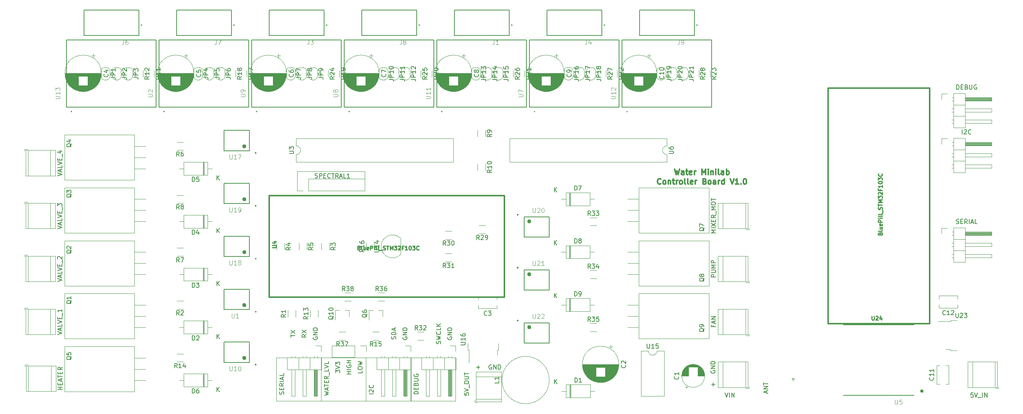
<source format=gbr>
%TF.GenerationSoftware,KiCad,Pcbnew,(5.1.7)-1*%
%TF.CreationDate,2020-11-03T10:53:37+01:00*%
%TF.ProjectId,PCB,5043422e-6b69-4636-9164-5f7063625858,rev?*%
%TF.SameCoordinates,Original*%
%TF.FileFunction,Legend,Top*%
%TF.FilePolarity,Positive*%
%FSLAX46Y46*%
G04 Gerber Fmt 4.6, Leading zero omitted, Abs format (unit mm)*
G04 Created by KiCad (PCBNEW (5.1.7)-1) date 2020-11-03 10:53:37*
%MOMM*%
%LPD*%
G01*
G04 APERTURE LIST*
%ADD10C,0.120000*%
%ADD11C,0.150000*%
%ADD12C,0.300000*%
%ADD13C,0.304800*%
%ADD14C,0.200000*%
%ADD15C,0.010000*%
%ADD16C,0.127000*%
%ADD17C,0.222250*%
%ADD18C,0.015000*%
G04 APERTURE END LIST*
D10*
X82170800Y-57150000D02*
X82550000Y-57150000D01*
X82170800Y-60220000D02*
X82170800Y-57150000D01*
X97530800Y-57150000D02*
X82550000Y-57150000D01*
X97530800Y-58890000D02*
X97530800Y-57150000D01*
X108010000Y-99440000D02*
X108010000Y-109220000D01*
X118110000Y-99440000D02*
X108010000Y-99440000D01*
X118110000Y-109220000D02*
X118110000Y-99440000D01*
X107950000Y-109220000D02*
X118110000Y-109220000D01*
X107950000Y-99440000D02*
X97790000Y-99440000D01*
X107950000Y-109220000D02*
X107950000Y-99440000D01*
X97790000Y-109220000D02*
X107950000Y-109220000D01*
X97790000Y-99440000D02*
X97790000Y-109220000D01*
X87690000Y-99440000D02*
X97790000Y-99440000D01*
X87630000Y-109220000D02*
X97790000Y-109220000D01*
X77470000Y-99440000D02*
X77470000Y-109220000D01*
X87630000Y-99440000D02*
X77470000Y-99440000D01*
X87630000Y-109220000D02*
X87630000Y-99440000D01*
X77470000Y-109220000D02*
X87630000Y-109220000D01*
D11*
X176030000Y-102361904D02*
X175982380Y-102457142D01*
X175982380Y-102600000D01*
X176030000Y-102742857D01*
X176125238Y-102838095D01*
X176220476Y-102885714D01*
X176410952Y-102933333D01*
X176553809Y-102933333D01*
X176744285Y-102885714D01*
X176839523Y-102838095D01*
X176934761Y-102742857D01*
X176982380Y-102600000D01*
X176982380Y-102504761D01*
X176934761Y-102361904D01*
X176887142Y-102314285D01*
X176553809Y-102314285D01*
X176553809Y-102504761D01*
X176982380Y-101885714D02*
X175982380Y-101885714D01*
X176982380Y-101314285D01*
X175982380Y-101314285D01*
X176982380Y-100838095D02*
X175982380Y-100838095D01*
X175982380Y-100600000D01*
X176030000Y-100457142D01*
X176125238Y-100361904D01*
X176220476Y-100314285D01*
X176410952Y-100266666D01*
X176553809Y-100266666D01*
X176744285Y-100314285D01*
X176839523Y-100361904D01*
X176934761Y-100457142D01*
X176982380Y-100600000D01*
X176982380Y-100838095D01*
X176149047Y-105481428D02*
X176910952Y-105481428D01*
X176530000Y-105862380D02*
X176530000Y-105100476D01*
X126238095Y-101100000D02*
X126142857Y-101052380D01*
X126000000Y-101052380D01*
X125857142Y-101100000D01*
X125761904Y-101195238D01*
X125714285Y-101290476D01*
X125666666Y-101480952D01*
X125666666Y-101623809D01*
X125714285Y-101814285D01*
X125761904Y-101909523D01*
X125857142Y-102004761D01*
X126000000Y-102052380D01*
X126095238Y-102052380D01*
X126238095Y-102004761D01*
X126285714Y-101957142D01*
X126285714Y-101623809D01*
X126095238Y-101623809D01*
X126714285Y-102052380D02*
X126714285Y-101052380D01*
X127285714Y-102052380D01*
X127285714Y-101052380D01*
X127761904Y-102052380D02*
X127761904Y-101052380D01*
X128000000Y-101052380D01*
X128142857Y-101100000D01*
X128238095Y-101195238D01*
X128285714Y-101290476D01*
X128333333Y-101480952D01*
X128333333Y-101623809D01*
X128285714Y-101814285D01*
X128238095Y-101909523D01*
X128142857Y-102004761D01*
X128000000Y-102052380D01*
X127761904Y-102052380D01*
X123261428Y-101980952D02*
X123261428Y-101219047D01*
X123642380Y-101600000D02*
X122880476Y-101600000D01*
X80732380Y-94741904D02*
X80732380Y-94170476D01*
X81732380Y-94456190D02*
X80732380Y-94456190D01*
X80732380Y-93932380D02*
X81732380Y-93265714D01*
X80732380Y-93265714D02*
X81732380Y-93932380D01*
X84272380Y-94146666D02*
X83796190Y-94480000D01*
X84272380Y-94718095D02*
X83272380Y-94718095D01*
X83272380Y-94337142D01*
X83320000Y-94241904D01*
X83367619Y-94194285D01*
X83462857Y-94146666D01*
X83605714Y-94146666D01*
X83700952Y-94194285D01*
X83748571Y-94241904D01*
X83796190Y-94337142D01*
X83796190Y-94718095D01*
X83272380Y-93813333D02*
X84272380Y-93146666D01*
X83272380Y-93146666D02*
X84272380Y-93813333D01*
X85860000Y-94741904D02*
X85812380Y-94837142D01*
X85812380Y-94980000D01*
X85860000Y-95122857D01*
X85955238Y-95218095D01*
X86050476Y-95265714D01*
X86240952Y-95313333D01*
X86383809Y-95313333D01*
X86574285Y-95265714D01*
X86669523Y-95218095D01*
X86764761Y-95122857D01*
X86812380Y-94980000D01*
X86812380Y-94884761D01*
X86764761Y-94741904D01*
X86717142Y-94694285D01*
X86383809Y-94694285D01*
X86383809Y-94884761D01*
X86812380Y-94265714D02*
X85812380Y-94265714D01*
X86812380Y-93694285D01*
X85812380Y-93694285D01*
X86812380Y-93218095D02*
X85812380Y-93218095D01*
X85812380Y-92980000D01*
X85860000Y-92837142D01*
X85955238Y-92741904D01*
X86050476Y-92694285D01*
X86240952Y-92646666D01*
X86383809Y-92646666D01*
X86574285Y-92694285D01*
X86669523Y-92741904D01*
X86764761Y-92837142D01*
X86812380Y-92980000D01*
X86812380Y-93218095D01*
X90892380Y-102838095D02*
X90892380Y-102219047D01*
X91273333Y-102552380D01*
X91273333Y-102409523D01*
X91320952Y-102314285D01*
X91368571Y-102266666D01*
X91463809Y-102219047D01*
X91701904Y-102219047D01*
X91797142Y-102266666D01*
X91844761Y-102314285D01*
X91892380Y-102409523D01*
X91892380Y-102695238D01*
X91844761Y-102790476D01*
X91797142Y-102838095D01*
X90892380Y-101933333D02*
X91892380Y-101600000D01*
X90892380Y-101266666D01*
X90892380Y-101028571D02*
X90892380Y-100409523D01*
X91273333Y-100742857D01*
X91273333Y-100600000D01*
X91320952Y-100504761D01*
X91368571Y-100457142D01*
X91463809Y-100409523D01*
X91701904Y-100409523D01*
X91797142Y-100457142D01*
X91844761Y-100504761D01*
X91892380Y-100600000D01*
X91892380Y-100885714D01*
X91844761Y-100980952D01*
X91797142Y-101028571D01*
X94432380Y-103147619D02*
X93432380Y-103147619D01*
X93908571Y-103147619D02*
X93908571Y-102576190D01*
X94432380Y-102576190D02*
X93432380Y-102576190D01*
X94432380Y-102100000D02*
X93432380Y-102100000D01*
X93480000Y-101100000D02*
X93432380Y-101195238D01*
X93432380Y-101338095D01*
X93480000Y-101480952D01*
X93575238Y-101576190D01*
X93670476Y-101623809D01*
X93860952Y-101671428D01*
X94003809Y-101671428D01*
X94194285Y-101623809D01*
X94289523Y-101576190D01*
X94384761Y-101480952D01*
X94432380Y-101338095D01*
X94432380Y-101242857D01*
X94384761Y-101100000D01*
X94337142Y-101052380D01*
X94003809Y-101052380D01*
X94003809Y-101242857D01*
X94432380Y-100623809D02*
X93432380Y-100623809D01*
X93908571Y-100623809D02*
X93908571Y-100052380D01*
X94432380Y-100052380D02*
X93432380Y-100052380D01*
X96972380Y-102385714D02*
X96972380Y-102861904D01*
X95972380Y-102861904D01*
X95972380Y-101861904D02*
X95972380Y-101671428D01*
X96020000Y-101576190D01*
X96115238Y-101480952D01*
X96305714Y-101433333D01*
X96639047Y-101433333D01*
X96829523Y-101480952D01*
X96924761Y-101576190D01*
X96972380Y-101671428D01*
X96972380Y-101861904D01*
X96924761Y-101957142D01*
X96829523Y-102052380D01*
X96639047Y-102100000D01*
X96305714Y-102100000D01*
X96115238Y-102052380D01*
X96020000Y-101957142D01*
X95972380Y-101861904D01*
X95972380Y-101100000D02*
X96972380Y-100861904D01*
X96258095Y-100671428D01*
X96972380Y-100480952D01*
X95972380Y-100242857D01*
X104544761Y-95194285D02*
X104592380Y-95051428D01*
X104592380Y-94813333D01*
X104544761Y-94718095D01*
X104497142Y-94670476D01*
X104401904Y-94622857D01*
X104306666Y-94622857D01*
X104211428Y-94670476D01*
X104163809Y-94718095D01*
X104116190Y-94813333D01*
X104068571Y-95003809D01*
X104020952Y-95099047D01*
X103973333Y-95146666D01*
X103878095Y-95194285D01*
X103782857Y-95194285D01*
X103687619Y-95146666D01*
X103640000Y-95099047D01*
X103592380Y-95003809D01*
X103592380Y-94765714D01*
X103640000Y-94622857D01*
X104592380Y-94194285D02*
X103592380Y-94194285D01*
X103592380Y-93956190D01*
X103640000Y-93813333D01*
X103735238Y-93718095D01*
X103830476Y-93670476D01*
X104020952Y-93622857D01*
X104163809Y-93622857D01*
X104354285Y-93670476D01*
X104449523Y-93718095D01*
X104544761Y-93813333D01*
X104592380Y-93956190D01*
X104592380Y-94194285D01*
X104306666Y-93241904D02*
X104306666Y-92765714D01*
X104592380Y-93337142D02*
X103592380Y-93003809D01*
X104592380Y-92670476D01*
X106180000Y-94741904D02*
X106132380Y-94837142D01*
X106132380Y-94980000D01*
X106180000Y-95122857D01*
X106275238Y-95218095D01*
X106370476Y-95265714D01*
X106560952Y-95313333D01*
X106703809Y-95313333D01*
X106894285Y-95265714D01*
X106989523Y-95218095D01*
X107084761Y-95122857D01*
X107132380Y-94980000D01*
X107132380Y-94884761D01*
X107084761Y-94741904D01*
X107037142Y-94694285D01*
X106703809Y-94694285D01*
X106703809Y-94884761D01*
X107132380Y-94265714D02*
X106132380Y-94265714D01*
X107132380Y-93694285D01*
X106132380Y-93694285D01*
X107132380Y-93218095D02*
X106132380Y-93218095D01*
X106132380Y-92980000D01*
X106180000Y-92837142D01*
X106275238Y-92741904D01*
X106370476Y-92694285D01*
X106560952Y-92646666D01*
X106703809Y-92646666D01*
X106894285Y-92694285D01*
X106989523Y-92741904D01*
X107084761Y-92837142D01*
X107132380Y-92980000D01*
X107132380Y-93218095D01*
X116340000Y-94741904D02*
X116292380Y-94837142D01*
X116292380Y-94980000D01*
X116340000Y-95122857D01*
X116435238Y-95218095D01*
X116530476Y-95265714D01*
X116720952Y-95313333D01*
X116863809Y-95313333D01*
X117054285Y-95265714D01*
X117149523Y-95218095D01*
X117244761Y-95122857D01*
X117292380Y-94980000D01*
X117292380Y-94884761D01*
X117244761Y-94741904D01*
X117197142Y-94694285D01*
X116863809Y-94694285D01*
X116863809Y-94884761D01*
X117292380Y-94265714D02*
X116292380Y-94265714D01*
X117292380Y-93694285D01*
X116292380Y-93694285D01*
X117292380Y-93218095D02*
X116292380Y-93218095D01*
X116292380Y-92980000D01*
X116340000Y-92837142D01*
X116435238Y-92741904D01*
X116530476Y-92694285D01*
X116720952Y-92646666D01*
X116863809Y-92646666D01*
X117054285Y-92694285D01*
X117149523Y-92741904D01*
X117244761Y-92837142D01*
X117292380Y-92980000D01*
X117292380Y-93218095D01*
X114704761Y-96241904D02*
X114752380Y-96099047D01*
X114752380Y-95860952D01*
X114704761Y-95765714D01*
X114657142Y-95718095D01*
X114561904Y-95670476D01*
X114466666Y-95670476D01*
X114371428Y-95718095D01*
X114323809Y-95765714D01*
X114276190Y-95860952D01*
X114228571Y-96051428D01*
X114180952Y-96146666D01*
X114133333Y-96194285D01*
X114038095Y-96241904D01*
X113942857Y-96241904D01*
X113847619Y-96194285D01*
X113800000Y-96146666D01*
X113752380Y-96051428D01*
X113752380Y-95813333D01*
X113800000Y-95670476D01*
X113752380Y-95337142D02*
X114752380Y-95099047D01*
X114038095Y-94908571D01*
X114752380Y-94718095D01*
X113752380Y-94480000D01*
X114657142Y-93527619D02*
X114704761Y-93575238D01*
X114752380Y-93718095D01*
X114752380Y-93813333D01*
X114704761Y-93956190D01*
X114609523Y-94051428D01*
X114514285Y-94099047D01*
X114323809Y-94146666D01*
X114180952Y-94146666D01*
X113990476Y-94099047D01*
X113895238Y-94051428D01*
X113800000Y-93956190D01*
X113752380Y-93813333D01*
X113752380Y-93718095D01*
X113800000Y-93575238D01*
X113847619Y-93527619D01*
X114752380Y-92622857D02*
X114752380Y-93099047D01*
X113752380Y-93099047D01*
X114752380Y-92289523D02*
X113752380Y-92289523D01*
X114752380Y-91718095D02*
X114180952Y-92146666D01*
X113752380Y-91718095D02*
X114323809Y-92289523D01*
D12*
X167799523Y-56647976D02*
X168097142Y-57897976D01*
X168335238Y-57005119D01*
X168573333Y-57897976D01*
X168870952Y-56647976D01*
X169882857Y-57897976D02*
X169882857Y-57243214D01*
X169823333Y-57124166D01*
X169704285Y-57064642D01*
X169466190Y-57064642D01*
X169347142Y-57124166D01*
X169882857Y-57838452D02*
X169763809Y-57897976D01*
X169466190Y-57897976D01*
X169347142Y-57838452D01*
X169287619Y-57719404D01*
X169287619Y-57600357D01*
X169347142Y-57481309D01*
X169466190Y-57421785D01*
X169763809Y-57421785D01*
X169882857Y-57362261D01*
X170299523Y-57064642D02*
X170775714Y-57064642D01*
X170478095Y-56647976D02*
X170478095Y-57719404D01*
X170537619Y-57838452D01*
X170656666Y-57897976D01*
X170775714Y-57897976D01*
X171668571Y-57838452D02*
X171549523Y-57897976D01*
X171311428Y-57897976D01*
X171192380Y-57838452D01*
X171132857Y-57719404D01*
X171132857Y-57243214D01*
X171192380Y-57124166D01*
X171311428Y-57064642D01*
X171549523Y-57064642D01*
X171668571Y-57124166D01*
X171728095Y-57243214D01*
X171728095Y-57362261D01*
X171132857Y-57481309D01*
X172263809Y-57897976D02*
X172263809Y-57064642D01*
X172263809Y-57302738D02*
X172323333Y-57183690D01*
X172382857Y-57124166D01*
X172501904Y-57064642D01*
X172620952Y-57064642D01*
X173990000Y-57897976D02*
X173990000Y-56647976D01*
X174406666Y-57540833D01*
X174823333Y-56647976D01*
X174823333Y-57897976D01*
X175418571Y-57897976D02*
X175418571Y-57064642D01*
X175418571Y-56647976D02*
X175359047Y-56707500D01*
X175418571Y-56767023D01*
X175478095Y-56707500D01*
X175418571Y-56647976D01*
X175418571Y-56767023D01*
X176013809Y-57064642D02*
X176013809Y-57897976D01*
X176013809Y-57183690D02*
X176073333Y-57124166D01*
X176192380Y-57064642D01*
X176370952Y-57064642D01*
X176490000Y-57124166D01*
X176549523Y-57243214D01*
X176549523Y-57897976D01*
X177144761Y-57897976D02*
X177144761Y-57064642D01*
X177144761Y-56647976D02*
X177085238Y-56707500D01*
X177144761Y-56767023D01*
X177204285Y-56707500D01*
X177144761Y-56647976D01*
X177144761Y-56767023D01*
X177918571Y-57897976D02*
X177799523Y-57838452D01*
X177740000Y-57719404D01*
X177740000Y-56647976D01*
X178930476Y-57897976D02*
X178930476Y-57243214D01*
X178870952Y-57124166D01*
X178751904Y-57064642D01*
X178513809Y-57064642D01*
X178394761Y-57124166D01*
X178930476Y-57838452D02*
X178811428Y-57897976D01*
X178513809Y-57897976D01*
X178394761Y-57838452D01*
X178335238Y-57719404D01*
X178335238Y-57600357D01*
X178394761Y-57481309D01*
X178513809Y-57421785D01*
X178811428Y-57421785D01*
X178930476Y-57362261D01*
X179525714Y-57897976D02*
X179525714Y-56647976D01*
X179525714Y-57124166D02*
X179644761Y-57064642D01*
X179882857Y-57064642D01*
X180001904Y-57124166D01*
X180061428Y-57183690D01*
X180120952Y-57302738D01*
X180120952Y-57659880D01*
X180061428Y-57778928D01*
X180001904Y-57838452D01*
X179882857Y-57897976D01*
X179644761Y-57897976D01*
X179525714Y-57838452D01*
X164674523Y-59953928D02*
X164615000Y-60013452D01*
X164436428Y-60072976D01*
X164317380Y-60072976D01*
X164138809Y-60013452D01*
X164019761Y-59894404D01*
X163960238Y-59775357D01*
X163900714Y-59537261D01*
X163900714Y-59358690D01*
X163960238Y-59120595D01*
X164019761Y-59001547D01*
X164138809Y-58882500D01*
X164317380Y-58822976D01*
X164436428Y-58822976D01*
X164615000Y-58882500D01*
X164674523Y-58942023D01*
X165388809Y-60072976D02*
X165269761Y-60013452D01*
X165210238Y-59953928D01*
X165150714Y-59834880D01*
X165150714Y-59477738D01*
X165210238Y-59358690D01*
X165269761Y-59299166D01*
X165388809Y-59239642D01*
X165567380Y-59239642D01*
X165686428Y-59299166D01*
X165745952Y-59358690D01*
X165805476Y-59477738D01*
X165805476Y-59834880D01*
X165745952Y-59953928D01*
X165686428Y-60013452D01*
X165567380Y-60072976D01*
X165388809Y-60072976D01*
X166341190Y-59239642D02*
X166341190Y-60072976D01*
X166341190Y-59358690D02*
X166400714Y-59299166D01*
X166519761Y-59239642D01*
X166698333Y-59239642D01*
X166817380Y-59299166D01*
X166876904Y-59418214D01*
X166876904Y-60072976D01*
X167293571Y-59239642D02*
X167769761Y-59239642D01*
X167472142Y-58822976D02*
X167472142Y-59894404D01*
X167531666Y-60013452D01*
X167650714Y-60072976D01*
X167769761Y-60072976D01*
X168186428Y-60072976D02*
X168186428Y-59239642D01*
X168186428Y-59477738D02*
X168245952Y-59358690D01*
X168305476Y-59299166D01*
X168424523Y-59239642D01*
X168543571Y-59239642D01*
X169138809Y-60072976D02*
X169019761Y-60013452D01*
X168960238Y-59953928D01*
X168900714Y-59834880D01*
X168900714Y-59477738D01*
X168960238Y-59358690D01*
X169019761Y-59299166D01*
X169138809Y-59239642D01*
X169317380Y-59239642D01*
X169436428Y-59299166D01*
X169495952Y-59358690D01*
X169555476Y-59477738D01*
X169555476Y-59834880D01*
X169495952Y-59953928D01*
X169436428Y-60013452D01*
X169317380Y-60072976D01*
X169138809Y-60072976D01*
X170269761Y-60072976D02*
X170150714Y-60013452D01*
X170091190Y-59894404D01*
X170091190Y-58822976D01*
X170924523Y-60072976D02*
X170805476Y-60013452D01*
X170745952Y-59894404D01*
X170745952Y-58822976D01*
X171876904Y-60013452D02*
X171757857Y-60072976D01*
X171519761Y-60072976D01*
X171400714Y-60013452D01*
X171341190Y-59894404D01*
X171341190Y-59418214D01*
X171400714Y-59299166D01*
X171519761Y-59239642D01*
X171757857Y-59239642D01*
X171876904Y-59299166D01*
X171936428Y-59418214D01*
X171936428Y-59537261D01*
X171341190Y-59656309D01*
X172472142Y-60072976D02*
X172472142Y-59239642D01*
X172472142Y-59477738D02*
X172531666Y-59358690D01*
X172591190Y-59299166D01*
X172710238Y-59239642D01*
X172829285Y-59239642D01*
X174615000Y-59418214D02*
X174793571Y-59477738D01*
X174853095Y-59537261D01*
X174912619Y-59656309D01*
X174912619Y-59834880D01*
X174853095Y-59953928D01*
X174793571Y-60013452D01*
X174674523Y-60072976D01*
X174198333Y-60072976D01*
X174198333Y-58822976D01*
X174615000Y-58822976D01*
X174734047Y-58882500D01*
X174793571Y-58942023D01*
X174853095Y-59061071D01*
X174853095Y-59180119D01*
X174793571Y-59299166D01*
X174734047Y-59358690D01*
X174615000Y-59418214D01*
X174198333Y-59418214D01*
X175626904Y-60072976D02*
X175507857Y-60013452D01*
X175448333Y-59953928D01*
X175388809Y-59834880D01*
X175388809Y-59477738D01*
X175448333Y-59358690D01*
X175507857Y-59299166D01*
X175626904Y-59239642D01*
X175805476Y-59239642D01*
X175924523Y-59299166D01*
X175984047Y-59358690D01*
X176043571Y-59477738D01*
X176043571Y-59834880D01*
X175984047Y-59953928D01*
X175924523Y-60013452D01*
X175805476Y-60072976D01*
X175626904Y-60072976D01*
X177115000Y-60072976D02*
X177115000Y-59418214D01*
X177055476Y-59299166D01*
X176936428Y-59239642D01*
X176698333Y-59239642D01*
X176579285Y-59299166D01*
X177115000Y-60013452D02*
X176995952Y-60072976D01*
X176698333Y-60072976D01*
X176579285Y-60013452D01*
X176519761Y-59894404D01*
X176519761Y-59775357D01*
X176579285Y-59656309D01*
X176698333Y-59596785D01*
X176995952Y-59596785D01*
X177115000Y-59537261D01*
X177710238Y-60072976D02*
X177710238Y-59239642D01*
X177710238Y-59477738D02*
X177769761Y-59358690D01*
X177829285Y-59299166D01*
X177948333Y-59239642D01*
X178067380Y-59239642D01*
X179019761Y-60072976D02*
X179019761Y-58822976D01*
X179019761Y-60013452D02*
X178900714Y-60072976D01*
X178662619Y-60072976D01*
X178543571Y-60013452D01*
X178484047Y-59953928D01*
X178424523Y-59834880D01*
X178424523Y-59477738D01*
X178484047Y-59358690D01*
X178543571Y-59299166D01*
X178662619Y-59239642D01*
X178900714Y-59239642D01*
X179019761Y-59299166D01*
X180388809Y-58822976D02*
X180805476Y-60072976D01*
X181222142Y-58822976D01*
X182293571Y-60072976D02*
X181579285Y-60072976D01*
X181936428Y-60072976D02*
X181936428Y-58822976D01*
X181817380Y-59001547D01*
X181698333Y-59120595D01*
X181579285Y-59180119D01*
X182829285Y-59953928D02*
X182888809Y-60013452D01*
X182829285Y-60072976D01*
X182769761Y-60013452D01*
X182829285Y-59953928D01*
X182829285Y-60072976D01*
X183662619Y-58822976D02*
X183781666Y-58822976D01*
X183900714Y-58882500D01*
X183960238Y-58942023D01*
X184019761Y-59061071D01*
X184079285Y-59299166D01*
X184079285Y-59596785D01*
X184019761Y-59834880D01*
X183960238Y-59953928D01*
X183900714Y-60013452D01*
X183781666Y-60072976D01*
X183662619Y-60072976D01*
X183543571Y-60013452D01*
X183484047Y-59953928D01*
X183424523Y-59834880D01*
X183365000Y-59596785D01*
X183365000Y-59299166D01*
X183424523Y-59061071D01*
X183484047Y-58942023D01*
X183543571Y-58882500D01*
X183662619Y-58822976D01*
D13*
%TO.C,U4*%
X129220000Y-62690000D02*
X129220000Y-85690000D01*
X75820000Y-62690000D02*
X129220000Y-62690000D01*
X75820000Y-85690000D02*
X75820000Y-62690000D01*
X129220000Y-85690000D02*
X75820000Y-85690000D01*
D10*
%TO.C,SPECTRAL1*%
X97530800Y-61550000D02*
X97530800Y-58890000D01*
X84770800Y-61550000D02*
X97530800Y-61550000D01*
X84770800Y-58890000D02*
X97530800Y-58890000D01*
X84770800Y-61550000D02*
X84770800Y-58890000D01*
X83500800Y-61550000D02*
X82170800Y-61550000D01*
X82170800Y-61550000D02*
X82170800Y-60220000D01*
%TO.C,U23*%
X230330000Y-97560000D02*
X229230000Y-97560000D01*
X230330000Y-97830000D02*
X230330000Y-97560000D01*
X231830000Y-97830000D02*
X230330000Y-97830000D01*
X230330000Y-91200000D02*
X227500000Y-91200000D01*
X230330000Y-90930000D02*
X230330000Y-91200000D01*
X231830000Y-90930000D02*
X230330000Y-90930000D01*
%TO.C,C12*%
X227730000Y-86095000D02*
X227730000Y-85390000D01*
X227730000Y-88130000D02*
X227730000Y-87425000D01*
X231970000Y-86095000D02*
X231970000Y-85390000D01*
X231970000Y-88130000D02*
X231970000Y-87425000D01*
X231970000Y-85390000D02*
X227730000Y-85390000D01*
X231970000Y-88130000D02*
X227730000Y-88130000D01*
%TO.C,C11*%
X229265000Y-101170000D02*
X229970000Y-101170000D01*
X227230000Y-101170000D02*
X227935000Y-101170000D01*
X229265000Y-105410000D02*
X229970000Y-105410000D01*
X227230000Y-105410000D02*
X227935000Y-105410000D01*
X229970000Y-105410000D02*
X229970000Y-101170000D01*
X227230000Y-105410000D02*
X227230000Y-101170000D01*
%TO.C,5V_IN*%
X241210000Y-106400000D02*
X241210000Y-106000000D01*
X240570000Y-106400000D02*
X241210000Y-106400000D01*
X234230000Y-100380000D02*
X240970000Y-100380000D01*
X234230000Y-106160000D02*
X240970000Y-106160000D01*
X240970000Y-106160000D02*
X240970000Y-100380000D01*
X234230000Y-106160000D02*
X234230000Y-100380000D01*
X235350000Y-106160000D02*
X235350000Y-100380000D01*
X240450000Y-106160000D02*
X240450000Y-100380000D01*
%TO.C,5V_OUT*%
X122740800Y-108850000D02*
X128520800Y-108850000D01*
X122740800Y-103750000D02*
X128520800Y-103750000D01*
X122740800Y-102630000D02*
X128520800Y-102630000D01*
X122740800Y-109370000D02*
X128520800Y-109370000D01*
X122740800Y-102630000D02*
X122740800Y-109370000D01*
X128520800Y-102630000D02*
X128520800Y-109370000D01*
X122500800Y-108970000D02*
X122500800Y-109610000D01*
X122500800Y-109610000D02*
X122900800Y-109610000D01*
%TO.C,I2C*%
X228330000Y-49709200D02*
X229600000Y-49709200D01*
X228330000Y-50979200D02*
X228330000Y-49709200D01*
X230642929Y-56439200D02*
X231040000Y-56439200D01*
X230642929Y-55679200D02*
X231040000Y-55679200D01*
X239700000Y-56439200D02*
X233700000Y-56439200D01*
X239700000Y-55679200D02*
X239700000Y-56439200D01*
X233700000Y-55679200D02*
X239700000Y-55679200D01*
X231040000Y-54789200D02*
X233700000Y-54789200D01*
X230642929Y-53899200D02*
X231040000Y-53899200D01*
X230642929Y-53139200D02*
X231040000Y-53139200D01*
X239700000Y-53899200D02*
X233700000Y-53899200D01*
X239700000Y-53139200D02*
X239700000Y-53899200D01*
X233700000Y-53139200D02*
X239700000Y-53139200D01*
X231040000Y-52249200D02*
X233700000Y-52249200D01*
X230710000Y-51359200D02*
X231040000Y-51359200D01*
X230710000Y-50599200D02*
X231040000Y-50599200D01*
X233700000Y-51259200D02*
X239700000Y-51259200D01*
X233700000Y-51139200D02*
X239700000Y-51139200D01*
X233700000Y-51019200D02*
X239700000Y-51019200D01*
X233700000Y-50899200D02*
X239700000Y-50899200D01*
X233700000Y-50779200D02*
X239700000Y-50779200D01*
X233700000Y-50659200D02*
X239700000Y-50659200D01*
X239700000Y-51359200D02*
X233700000Y-51359200D01*
X239700000Y-50599200D02*
X239700000Y-51359200D01*
X233700000Y-50599200D02*
X239700000Y-50599200D01*
X233700000Y-49649200D02*
X231040000Y-49649200D01*
X233700000Y-57389200D02*
X233700000Y-49649200D01*
X231040000Y-57389200D02*
X233700000Y-57389200D01*
X231040000Y-49649200D02*
X231040000Y-57389200D01*
%TO.C,R38*%
X92933736Y-86530000D02*
X94387864Y-86530000D01*
X92933736Y-84710000D02*
X94387864Y-84710000D01*
%TO.C,R37*%
X93157064Y-93600000D02*
X91702936Y-93600000D01*
X93157064Y-95420000D02*
X91702936Y-95420000D01*
%TO.C,R36*%
X100553736Y-86530000D02*
X102007864Y-86530000D01*
X100553736Y-84710000D02*
X102007864Y-84710000D01*
%TO.C,R32*%
X109443736Y-95420000D02*
X110897864Y-95420000D01*
X109443736Y-93600000D02*
X110897864Y-93600000D01*
%TO.C,R15*%
X100737864Y-93600000D02*
X99283736Y-93600000D01*
X100737864Y-95420000D02*
X99283736Y-95420000D01*
%TO.C,Q10*%
X93970800Y-88670000D02*
X93970800Y-90130000D01*
X90810800Y-88670000D02*
X90810800Y-90830000D01*
X90810800Y-88670000D02*
X91740800Y-88670000D01*
X93970800Y-88670000D02*
X93040800Y-88670000D01*
%TO.C,Q6*%
X101590800Y-88670000D02*
X101590800Y-90130000D01*
X98430800Y-88670000D02*
X98430800Y-90830000D01*
X98430800Y-88670000D02*
X99360800Y-88670000D01*
X101590800Y-88670000D02*
X100660800Y-88670000D01*
%TO.C,WATER_LVL*%
X97850000Y-96670000D02*
X97850000Y-98000000D01*
X96520000Y-96670000D02*
X97850000Y-96670000D01*
X95250000Y-96670000D02*
X95250000Y-99330000D01*
X95250000Y-99330000D02*
X90110000Y-99330000D01*
X95250000Y-96670000D02*
X90110000Y-96670000D01*
X90110000Y-96670000D02*
X90110000Y-99330000D01*
%TO.C,I2C*%
X107950000Y-96730000D02*
X107950000Y-98000000D01*
X106680000Y-96730000D02*
X107950000Y-96730000D01*
X101220000Y-99042929D02*
X101220000Y-99440000D01*
X101980000Y-99042929D02*
X101980000Y-99440000D01*
X101220000Y-108100000D02*
X101220000Y-102100000D01*
X101980000Y-108100000D02*
X101220000Y-108100000D01*
X101980000Y-102100000D02*
X101980000Y-108100000D01*
X102870000Y-99440000D02*
X102870000Y-102100000D01*
X103760000Y-99042929D02*
X103760000Y-99440000D01*
X104520000Y-99042929D02*
X104520000Y-99440000D01*
X103760000Y-108100000D02*
X103760000Y-102100000D01*
X104520000Y-108100000D02*
X103760000Y-108100000D01*
X104520000Y-102100000D02*
X104520000Y-108100000D01*
X105410000Y-99440000D02*
X105410000Y-102100000D01*
X106300000Y-99110000D02*
X106300000Y-99440000D01*
X107060000Y-99110000D02*
X107060000Y-99440000D01*
X106400000Y-102100000D02*
X106400000Y-108100000D01*
X106520000Y-102100000D02*
X106520000Y-108100000D01*
X106640000Y-102100000D02*
X106640000Y-108100000D01*
X106760000Y-102100000D02*
X106760000Y-108100000D01*
X106880000Y-102100000D02*
X106880000Y-108100000D01*
X107000000Y-102100000D02*
X107000000Y-108100000D01*
X106300000Y-108100000D02*
X106300000Y-102100000D01*
X107060000Y-108100000D02*
X106300000Y-108100000D01*
X107060000Y-102100000D02*
X107060000Y-108100000D01*
X108010000Y-102100000D02*
X108010000Y-99440000D01*
X100270000Y-102100000D02*
X108010000Y-102100000D01*
X100270000Y-99440000D02*
X100270000Y-102100000D01*
X108010000Y-99440000D02*
X100270000Y-99440000D01*
%TO.C,ANT*%
X194600000Y-104600000D02*
X194850000Y-104100000D01*
X194850000Y-104100000D02*
X194350000Y-104100000D01*
X194350000Y-104100000D02*
X194600000Y-104600000D01*
%TO.C,U15*%
X165460000Y-97860000D02*
X163810000Y-97860000D01*
X165460000Y-108140000D02*
X165460000Y-97860000D01*
X160160000Y-108140000D02*
X165460000Y-108140000D01*
X160160000Y-97860000D02*
X160160000Y-108140000D01*
X161810000Y-97860000D02*
X160160000Y-97860000D01*
X163810000Y-97860000D02*
G75*
G02*
X161810000Y-97860000I-1000000J0D01*
G01*
%TO.C,VIN*%
X184610000Y-106400000D02*
X184610000Y-106000000D01*
X183970000Y-106400000D02*
X184610000Y-106400000D01*
X177630000Y-100380000D02*
X184370000Y-100380000D01*
X177630000Y-106160000D02*
X184370000Y-106160000D01*
X184370000Y-106160000D02*
X184370000Y-100380000D01*
X177630000Y-106160000D02*
X177630000Y-100380000D01*
X178750000Y-106160000D02*
X178750000Y-100380000D01*
X183850000Y-106160000D02*
X183850000Y-100380000D01*
%TO.C,DEBUG*%
X231040000Y-39489200D02*
X231040000Y-47229200D01*
X231040000Y-47229200D02*
X233700000Y-47229200D01*
X233700000Y-47229200D02*
X233700000Y-39489200D01*
X233700000Y-39489200D02*
X231040000Y-39489200D01*
X233700000Y-40439200D02*
X239700000Y-40439200D01*
X239700000Y-40439200D02*
X239700000Y-41199200D01*
X239700000Y-41199200D02*
X233700000Y-41199200D01*
X233700000Y-40499200D02*
X239700000Y-40499200D01*
X233700000Y-40619200D02*
X239700000Y-40619200D01*
X233700000Y-40739200D02*
X239700000Y-40739200D01*
X233700000Y-40859200D02*
X239700000Y-40859200D01*
X233700000Y-40979200D02*
X239700000Y-40979200D01*
X233700000Y-41099200D02*
X239700000Y-41099200D01*
X230710000Y-40439200D02*
X231040000Y-40439200D01*
X230710000Y-41199200D02*
X231040000Y-41199200D01*
X231040000Y-42089200D02*
X233700000Y-42089200D01*
X233700000Y-42979200D02*
X239700000Y-42979200D01*
X239700000Y-42979200D02*
X239700000Y-43739200D01*
X239700000Y-43739200D02*
X233700000Y-43739200D01*
X230642929Y-42979200D02*
X231040000Y-42979200D01*
X230642929Y-43739200D02*
X231040000Y-43739200D01*
X231040000Y-44629200D02*
X233700000Y-44629200D01*
X233700000Y-45519200D02*
X239700000Y-45519200D01*
X239700000Y-45519200D02*
X239700000Y-46279200D01*
X239700000Y-46279200D02*
X233700000Y-46279200D01*
X230642929Y-45519200D02*
X231040000Y-45519200D01*
X230642929Y-46279200D02*
X231040000Y-46279200D01*
X228330000Y-40819200D02*
X228330000Y-39549200D01*
X228330000Y-39549200D02*
X229600000Y-39549200D01*
%TO.C,SERIAL*%
X231040000Y-69969200D02*
X231040000Y-77709200D01*
X231040000Y-77709200D02*
X233700000Y-77709200D01*
X233700000Y-77709200D02*
X233700000Y-69969200D01*
X233700000Y-69969200D02*
X231040000Y-69969200D01*
X233700000Y-70919200D02*
X239700000Y-70919200D01*
X239700000Y-70919200D02*
X239700000Y-71679200D01*
X239700000Y-71679200D02*
X233700000Y-71679200D01*
X233700000Y-70979200D02*
X239700000Y-70979200D01*
X233700000Y-71099200D02*
X239700000Y-71099200D01*
X233700000Y-71219200D02*
X239700000Y-71219200D01*
X233700000Y-71339200D02*
X239700000Y-71339200D01*
X233700000Y-71459200D02*
X239700000Y-71459200D01*
X233700000Y-71579200D02*
X239700000Y-71579200D01*
X230710000Y-70919200D02*
X231040000Y-70919200D01*
X230710000Y-71679200D02*
X231040000Y-71679200D01*
X231040000Y-72569200D02*
X233700000Y-72569200D01*
X233700000Y-73459200D02*
X239700000Y-73459200D01*
X239700000Y-73459200D02*
X239700000Y-74219200D01*
X239700000Y-74219200D02*
X233700000Y-74219200D01*
X230642929Y-73459200D02*
X231040000Y-73459200D01*
X230642929Y-74219200D02*
X231040000Y-74219200D01*
X231040000Y-75109200D02*
X233700000Y-75109200D01*
X233700000Y-75999200D02*
X239700000Y-75999200D01*
X239700000Y-75999200D02*
X239700000Y-76759200D01*
X239700000Y-76759200D02*
X233700000Y-76759200D01*
X230642929Y-75999200D02*
X231040000Y-75999200D01*
X230642929Y-76759200D02*
X231040000Y-76759200D01*
X228330000Y-71299200D02*
X228330000Y-70029200D01*
X228330000Y-70029200D02*
X229600000Y-70029200D01*
D13*
%TO.C,U24*%
X225600000Y-38280000D02*
X225600000Y-91680000D01*
X225600000Y-91680000D02*
X202600000Y-91680000D01*
X202600000Y-91680000D02*
X202600000Y-38280000D01*
X202600000Y-38280000D02*
X225600000Y-38280000D01*
D14*
%TO.C,U22*%
X132351419Y-91010000D02*
G75*
G03*
X132351419Y-91010000I-141419J0D01*
G01*
D15*
G36*
X134504200Y-92210000D02*
G01*
X135110000Y-92210000D01*
X135110000Y-92807100D01*
X134504200Y-92807100D01*
X134504200Y-92210000D01*
G37*
X134504200Y-92210000D02*
X135110000Y-92210000D01*
X135110000Y-92807100D01*
X134504200Y-92807100D01*
X134504200Y-92210000D01*
D14*
X135170553Y-92510000D02*
G75*
G03*
X135170553Y-92510000I-360553J0D01*
G01*
X133660000Y-96110000D02*
X133660000Y-91510000D01*
X139360000Y-96110000D02*
X133660000Y-96110000D01*
X139360000Y-91510000D02*
X139360000Y-96110000D01*
X133660000Y-91510000D02*
X139360000Y-91510000D01*
%TO.C,U21*%
X132351419Y-79010000D02*
G75*
G03*
X132351419Y-79010000I-141419J0D01*
G01*
D15*
G36*
X134504200Y-80210000D02*
G01*
X135110000Y-80210000D01*
X135110000Y-80807100D01*
X134504200Y-80807100D01*
X134504200Y-80210000D01*
G37*
X134504200Y-80210000D02*
X135110000Y-80210000D01*
X135110000Y-80807100D01*
X134504200Y-80807100D01*
X134504200Y-80210000D01*
D14*
X135170553Y-80510000D02*
G75*
G03*
X135170553Y-80510000I-360553J0D01*
G01*
X133660000Y-84110000D02*
X133660000Y-79510000D01*
X139360000Y-84110000D02*
X133660000Y-84110000D01*
X139360000Y-79510000D02*
X139360000Y-84110000D01*
X133660000Y-79510000D02*
X139360000Y-79510000D01*
%TO.C,U20*%
X132351419Y-67010000D02*
G75*
G03*
X132351419Y-67010000I-141419J0D01*
G01*
D15*
G36*
X134504200Y-68210000D02*
G01*
X135110000Y-68210000D01*
X135110000Y-68807100D01*
X134504200Y-68807100D01*
X134504200Y-68210000D01*
G37*
X134504200Y-68210000D02*
X135110000Y-68210000D01*
X135110000Y-68807100D01*
X134504200Y-68807100D01*
X134504200Y-68210000D01*
D14*
X135170553Y-68510000D02*
G75*
G03*
X135170553Y-68510000I-360553J0D01*
G01*
X133660000Y-72110000D02*
X133660000Y-67510000D01*
X139360000Y-72110000D02*
X133660000Y-72110000D01*
X139360000Y-67510000D02*
X139360000Y-72110000D01*
X133660000Y-67510000D02*
X139360000Y-67510000D01*
D10*
%TO.C,R35*%
X148642936Y-93450000D02*
X150097064Y-93450000D01*
X148642936Y-91630000D02*
X150097064Y-91630000D01*
%TO.C,R34*%
X148642936Y-81450000D02*
X150097064Y-81450000D01*
X148642936Y-79630000D02*
X150097064Y-79630000D01*
%TO.C,R33*%
X148642936Y-69450000D02*
X150097064Y-69450000D01*
X148642936Y-67630000D02*
X150097064Y-67630000D01*
%TO.C,R31*%
X117247864Y-75820000D02*
X115793736Y-75820000D01*
X117247864Y-77640000D02*
X115793736Y-77640000D01*
%TO.C,R30*%
X117247864Y-70740000D02*
X115793736Y-70740000D01*
X117247864Y-72560000D02*
X115793736Y-72560000D01*
%TO.C,R29*%
X124867864Y-69470000D02*
X123413736Y-69470000D01*
X124867864Y-71290000D02*
X123413736Y-71290000D01*
%TO.C,Q9*%
X159690000Y-92540000D02*
X157150000Y-92540000D01*
X159690000Y-90000000D02*
X157150000Y-90000000D01*
X159690000Y-87460000D02*
X157150000Y-87460000D01*
X175580000Y-95120000D02*
X159690000Y-95120000D01*
X175580000Y-84880000D02*
X159690000Y-84880000D01*
X175580000Y-84880000D02*
X175580000Y-95120000D01*
X159690000Y-84880000D02*
X159690000Y-95120000D01*
%TO.C,Q8*%
X159690000Y-80540000D02*
X157150000Y-80540000D01*
X159690000Y-78000000D02*
X157150000Y-78000000D01*
X159690000Y-75460000D02*
X157150000Y-75460000D01*
X175580000Y-83120000D02*
X159690000Y-83120000D01*
X175580000Y-72880000D02*
X159690000Y-72880000D01*
X175580000Y-72880000D02*
X175580000Y-83120000D01*
X159690000Y-72880000D02*
X159690000Y-83120000D01*
%TO.C,Q7*%
X159690000Y-68540000D02*
X157150000Y-68540000D01*
X159690000Y-66000000D02*
X157150000Y-66000000D01*
X159690000Y-63460000D02*
X157150000Y-63460000D01*
X175580000Y-71120000D02*
X159690000Y-71120000D01*
X175580000Y-60880000D02*
X159690000Y-60880000D01*
X175580000Y-60880000D02*
X175580000Y-71120000D01*
X159690000Y-60880000D02*
X159690000Y-71120000D01*
%TO.C,FAN*%
X184610000Y-94400000D02*
X184610000Y-94000000D01*
X183970000Y-94400000D02*
X184610000Y-94400000D01*
X177630000Y-88380000D02*
X184370000Y-88380000D01*
X177630000Y-94160000D02*
X184370000Y-94160000D01*
X184370000Y-94160000D02*
X184370000Y-88380000D01*
X177630000Y-94160000D02*
X177630000Y-88380000D01*
X178750000Y-94160000D02*
X178750000Y-88380000D01*
X183850000Y-94160000D02*
X183850000Y-88380000D01*
%TO.C,PUMP*%
X184610000Y-82400000D02*
X184610000Y-82000000D01*
X183970000Y-82400000D02*
X184610000Y-82400000D01*
X177630000Y-76380000D02*
X184370000Y-76380000D01*
X177630000Y-82160000D02*
X184370000Y-82160000D01*
X184370000Y-82160000D02*
X184370000Y-76380000D01*
X177630000Y-82160000D02*
X177630000Y-76380000D01*
X178750000Y-82160000D02*
X178750000Y-76380000D01*
X183850000Y-82160000D02*
X183850000Y-76380000D01*
%TO.C,MIXER_MOT*%
X184610000Y-70400000D02*
X184610000Y-70000000D01*
X183970000Y-70400000D02*
X184610000Y-70400000D01*
X177630000Y-64380000D02*
X184370000Y-64380000D01*
X177630000Y-70160000D02*
X184370000Y-70160000D01*
X184370000Y-70160000D02*
X184370000Y-64380000D01*
X177630000Y-70160000D02*
X177630000Y-64380000D01*
X178750000Y-70160000D02*
X178750000Y-64380000D01*
X183850000Y-70160000D02*
X183850000Y-64380000D01*
%TO.C,D9*%
X143900000Y-85990000D02*
X143900000Y-88930000D01*
X144140000Y-85990000D02*
X144140000Y-88930000D01*
X144020000Y-85990000D02*
X144020000Y-88930000D01*
X149580000Y-87460000D02*
X148560000Y-87460000D01*
X142100000Y-87460000D02*
X143120000Y-87460000D01*
X148560000Y-85990000D02*
X143120000Y-85990000D01*
X148560000Y-88930000D02*
X148560000Y-85990000D01*
X143120000Y-88930000D02*
X148560000Y-88930000D01*
X143120000Y-85990000D02*
X143120000Y-88930000D01*
%TO.C,D8*%
X143900000Y-73990000D02*
X143900000Y-76930000D01*
X144140000Y-73990000D02*
X144140000Y-76930000D01*
X144020000Y-73990000D02*
X144020000Y-76930000D01*
X149580000Y-75460000D02*
X148560000Y-75460000D01*
X142100000Y-75460000D02*
X143120000Y-75460000D01*
X148560000Y-73990000D02*
X143120000Y-73990000D01*
X148560000Y-76930000D02*
X148560000Y-73990000D01*
X143120000Y-76930000D02*
X148560000Y-76930000D01*
X143120000Y-73990000D02*
X143120000Y-76930000D01*
%TO.C,D7*%
X143900000Y-61990000D02*
X143900000Y-64930000D01*
X144140000Y-61990000D02*
X144140000Y-64930000D01*
X144020000Y-61990000D02*
X144020000Y-64930000D01*
X149580000Y-63460000D02*
X148560000Y-63460000D01*
X142100000Y-63460000D02*
X143120000Y-63460000D01*
X148560000Y-61990000D02*
X143120000Y-61990000D01*
X148560000Y-64930000D02*
X148560000Y-61990000D01*
X143120000Y-64930000D02*
X148560000Y-64930000D01*
X143120000Y-61990000D02*
X143120000Y-64930000D01*
%TO.C,Q5*%
X45310000Y-99460000D02*
X47850000Y-99460000D01*
X45310000Y-102000000D02*
X47850000Y-102000000D01*
X45310000Y-104540000D02*
X47850000Y-104540000D01*
X29420000Y-96880000D02*
X45310000Y-96880000D01*
X29420000Y-107120000D02*
X45310000Y-107120000D01*
X29420000Y-107120000D02*
X29420000Y-96880000D01*
X45310000Y-107120000D02*
X45310000Y-96880000D01*
%TO.C,Q4*%
X45310000Y-51460000D02*
X47850000Y-51460000D01*
X45310000Y-54000000D02*
X47850000Y-54000000D01*
X45310000Y-56540000D02*
X47850000Y-56540000D01*
X29420000Y-48880000D02*
X45310000Y-48880000D01*
X29420000Y-59120000D02*
X45310000Y-59120000D01*
X29420000Y-59120000D02*
X29420000Y-48880000D01*
X45310000Y-59120000D02*
X45310000Y-48880000D01*
%TO.C,Q3*%
X45310000Y-63460000D02*
X47850000Y-63460000D01*
X45310000Y-66000000D02*
X47850000Y-66000000D01*
X45310000Y-68540000D02*
X47850000Y-68540000D01*
X29420000Y-60880000D02*
X45310000Y-60880000D01*
X29420000Y-71120000D02*
X45310000Y-71120000D01*
X29420000Y-71120000D02*
X29420000Y-60880000D01*
X45310000Y-71120000D02*
X45310000Y-60880000D01*
%TO.C,Q2*%
X45310000Y-75460000D02*
X47850000Y-75460000D01*
X45310000Y-78000000D02*
X47850000Y-78000000D01*
X45310000Y-80540000D02*
X47850000Y-80540000D01*
X29420000Y-72880000D02*
X45310000Y-72880000D01*
X29420000Y-83120000D02*
X45310000Y-83120000D01*
X29420000Y-83120000D02*
X29420000Y-72880000D01*
X45310000Y-83120000D02*
X45310000Y-72880000D01*
%TO.C,R28*%
X171440000Y-34272936D02*
X171440000Y-35727064D01*
X173260000Y-34272936D02*
X173260000Y-35727064D01*
%TO.C,R27*%
X150440000Y-34272936D02*
X150440000Y-35727064D01*
X152260000Y-34272936D02*
X152260000Y-35727064D01*
%TO.C,R26*%
X129440000Y-34272936D02*
X129440000Y-35727064D01*
X131260000Y-34272936D02*
X131260000Y-35727064D01*
%TO.C,R25*%
X108440000Y-34272936D02*
X108440000Y-35727064D01*
X110260000Y-34272936D02*
X110260000Y-35727064D01*
%TO.C,R24*%
X87440000Y-34272936D02*
X87440000Y-35727064D01*
X89260000Y-34272936D02*
X89260000Y-35727064D01*
%TO.C,R23*%
X173980000Y-34272936D02*
X173980000Y-35727064D01*
X175800000Y-34272936D02*
X175800000Y-35727064D01*
%TO.C,R22*%
X152980000Y-34272936D02*
X152980000Y-35727064D01*
X154800000Y-34272936D02*
X154800000Y-35727064D01*
%TO.C,R21*%
X133800000Y-34272936D02*
X133800000Y-35727064D01*
X131980000Y-34272936D02*
X131980000Y-35727064D01*
%TO.C,R20*%
X110980000Y-34272936D02*
X110980000Y-35727064D01*
X112800000Y-34272936D02*
X112800000Y-35727064D01*
%TO.C,R19*%
X89980000Y-34272936D02*
X89980000Y-35727064D01*
X91800000Y-34272936D02*
X91800000Y-35727064D01*
%TO.C,JP21*%
X170810000Y-34300000D02*
X170810000Y-35700000D01*
X170110000Y-36400000D02*
X169510000Y-36400000D01*
X168810000Y-35700000D02*
X168810000Y-34300000D01*
X169510000Y-33600000D02*
X170110000Y-33600000D01*
X170110000Y-33600000D02*
G75*
G02*
X170810000Y-34300000I0J-700000D01*
G01*
X168810000Y-34300000D02*
G75*
G02*
X169510000Y-33600000I700000J0D01*
G01*
X169510000Y-36400000D02*
G75*
G02*
X168810000Y-35700000I0J700000D01*
G01*
X170810000Y-35700000D02*
G75*
G02*
X170110000Y-36400000I-700000J0D01*
G01*
%TO.C,JP20*%
X168270000Y-34300000D02*
X168270000Y-35700000D01*
X167570000Y-36400000D02*
X166970000Y-36400000D01*
X166270000Y-35700000D02*
X166270000Y-34300000D01*
X166970000Y-33600000D02*
X167570000Y-33600000D01*
X167570000Y-33600000D02*
G75*
G02*
X168270000Y-34300000I0J-700000D01*
G01*
X166270000Y-34300000D02*
G75*
G02*
X166970000Y-33600000I700000J0D01*
G01*
X166970000Y-36400000D02*
G75*
G02*
X166270000Y-35700000I0J700000D01*
G01*
X168270000Y-35700000D02*
G75*
G02*
X167570000Y-36400000I-700000J0D01*
G01*
%TO.C,JP19*%
X165730000Y-34300000D02*
X165730000Y-35700000D01*
X165030000Y-36400000D02*
X164430000Y-36400000D01*
X163730000Y-35700000D02*
X163730000Y-34300000D01*
X164430000Y-33600000D02*
X165030000Y-33600000D01*
X165030000Y-33600000D02*
G75*
G02*
X165730000Y-34300000I0J-700000D01*
G01*
X163730000Y-34300000D02*
G75*
G02*
X164430000Y-33600000I700000J0D01*
G01*
X164430000Y-36400000D02*
G75*
G02*
X163730000Y-35700000I0J700000D01*
G01*
X165730000Y-35700000D02*
G75*
G02*
X165030000Y-36400000I-700000J0D01*
G01*
%TO.C,JP18*%
X149810000Y-34300000D02*
X149810000Y-35700000D01*
X149110000Y-36400000D02*
X148510000Y-36400000D01*
X147810000Y-35700000D02*
X147810000Y-34300000D01*
X148510000Y-33600000D02*
X149110000Y-33600000D01*
X149110000Y-33600000D02*
G75*
G02*
X149810000Y-34300000I0J-700000D01*
G01*
X147810000Y-34300000D02*
G75*
G02*
X148510000Y-33600000I700000J0D01*
G01*
X148510000Y-36400000D02*
G75*
G02*
X147810000Y-35700000I0J700000D01*
G01*
X149810000Y-35700000D02*
G75*
G02*
X149110000Y-36400000I-700000J0D01*
G01*
%TO.C,JP17*%
X147270000Y-34300000D02*
X147270000Y-35700000D01*
X146570000Y-36400000D02*
X145970000Y-36400000D01*
X145270000Y-35700000D02*
X145270000Y-34300000D01*
X145970000Y-33600000D02*
X146570000Y-33600000D01*
X146570000Y-33600000D02*
G75*
G02*
X147270000Y-34300000I0J-700000D01*
G01*
X145270000Y-34300000D02*
G75*
G02*
X145970000Y-33600000I700000J0D01*
G01*
X145970000Y-36400000D02*
G75*
G02*
X145270000Y-35700000I0J700000D01*
G01*
X147270000Y-35700000D02*
G75*
G02*
X146570000Y-36400000I-700000J0D01*
G01*
%TO.C,JP16*%
X144730000Y-34300000D02*
X144730000Y-35700000D01*
X144030000Y-36400000D02*
X143430000Y-36400000D01*
X142730000Y-35700000D02*
X142730000Y-34300000D01*
X143430000Y-33600000D02*
X144030000Y-33600000D01*
X144030000Y-33600000D02*
G75*
G02*
X144730000Y-34300000I0J-700000D01*
G01*
X142730000Y-34300000D02*
G75*
G02*
X143430000Y-33600000I700000J0D01*
G01*
X143430000Y-36400000D02*
G75*
G02*
X142730000Y-35700000I0J700000D01*
G01*
X144730000Y-35700000D02*
G75*
G02*
X144030000Y-36400000I-700000J0D01*
G01*
%TO.C,JP15*%
X128810000Y-34300000D02*
X128810000Y-35700000D01*
X128110000Y-36400000D02*
X127510000Y-36400000D01*
X126810000Y-35700000D02*
X126810000Y-34300000D01*
X127510000Y-33600000D02*
X128110000Y-33600000D01*
X128110000Y-33600000D02*
G75*
G02*
X128810000Y-34300000I0J-700000D01*
G01*
X126810000Y-34300000D02*
G75*
G02*
X127510000Y-33600000I700000J0D01*
G01*
X127510000Y-36400000D02*
G75*
G02*
X126810000Y-35700000I0J700000D01*
G01*
X128810000Y-35700000D02*
G75*
G02*
X128110000Y-36400000I-700000J0D01*
G01*
%TO.C,JP14*%
X126270000Y-34300000D02*
X126270000Y-35700000D01*
X125570000Y-36400000D02*
X124970000Y-36400000D01*
X124270000Y-35700000D02*
X124270000Y-34300000D01*
X124970000Y-33600000D02*
X125570000Y-33600000D01*
X125570000Y-33600000D02*
G75*
G02*
X126270000Y-34300000I0J-700000D01*
G01*
X124270000Y-34300000D02*
G75*
G02*
X124970000Y-33600000I700000J0D01*
G01*
X124970000Y-36400000D02*
G75*
G02*
X124270000Y-35700000I0J700000D01*
G01*
X126270000Y-35700000D02*
G75*
G02*
X125570000Y-36400000I-700000J0D01*
G01*
%TO.C,JP13*%
X123730000Y-34300000D02*
X123730000Y-35700000D01*
X123030000Y-36400000D02*
X122430000Y-36400000D01*
X121730000Y-35700000D02*
X121730000Y-34300000D01*
X122430000Y-33600000D02*
X123030000Y-33600000D01*
X123030000Y-33600000D02*
G75*
G02*
X123730000Y-34300000I0J-700000D01*
G01*
X121730000Y-34300000D02*
G75*
G02*
X122430000Y-33600000I700000J0D01*
G01*
X122430000Y-36400000D02*
G75*
G02*
X121730000Y-35700000I0J700000D01*
G01*
X123730000Y-35700000D02*
G75*
G02*
X123030000Y-36400000I-700000J0D01*
G01*
%TO.C,JP12*%
X107810000Y-34300000D02*
X107810000Y-35700000D01*
X107110000Y-36400000D02*
X106510000Y-36400000D01*
X105810000Y-35700000D02*
X105810000Y-34300000D01*
X106510000Y-33600000D02*
X107110000Y-33600000D01*
X107110000Y-33600000D02*
G75*
G02*
X107810000Y-34300000I0J-700000D01*
G01*
X105810000Y-34300000D02*
G75*
G02*
X106510000Y-33600000I700000J0D01*
G01*
X106510000Y-36400000D02*
G75*
G02*
X105810000Y-35700000I0J700000D01*
G01*
X107810000Y-35700000D02*
G75*
G02*
X107110000Y-36400000I-700000J0D01*
G01*
%TO.C,JP11*%
X105270000Y-34300000D02*
X105270000Y-35700000D01*
X104570000Y-36400000D02*
X103970000Y-36400000D01*
X103270000Y-35700000D02*
X103270000Y-34300000D01*
X103970000Y-33600000D02*
X104570000Y-33600000D01*
X104570000Y-33600000D02*
G75*
G02*
X105270000Y-34300000I0J-700000D01*
G01*
X103270000Y-34300000D02*
G75*
G02*
X103970000Y-33600000I700000J0D01*
G01*
X103970000Y-36400000D02*
G75*
G02*
X103270000Y-35700000I0J700000D01*
G01*
X105270000Y-35700000D02*
G75*
G02*
X104570000Y-36400000I-700000J0D01*
G01*
%TO.C,JP10*%
X102760000Y-34300000D02*
X102760000Y-35700000D01*
X102060000Y-36400000D02*
X101460000Y-36400000D01*
X100760000Y-35700000D02*
X100760000Y-34300000D01*
X101460000Y-33600000D02*
X102060000Y-33600000D01*
X102060000Y-33600000D02*
G75*
G02*
X102760000Y-34300000I0J-700000D01*
G01*
X100760000Y-34300000D02*
G75*
G02*
X101460000Y-33600000I700000J0D01*
G01*
X101460000Y-36400000D02*
G75*
G02*
X100760000Y-35700000I0J700000D01*
G01*
X102760000Y-35700000D02*
G75*
G02*
X102060000Y-36400000I-700000J0D01*
G01*
%TO.C,Q1*%
X45310000Y-95120000D02*
X45310000Y-84880000D01*
X29420000Y-95120000D02*
X29420000Y-84880000D01*
X29420000Y-95120000D02*
X45310000Y-95120000D01*
X29420000Y-84880000D02*
X45310000Y-84880000D01*
X45310000Y-92540000D02*
X47850000Y-92540000D01*
X45310000Y-90000000D02*
X47850000Y-90000000D01*
X45310000Y-87460000D02*
X47850000Y-87460000D01*
%TO.C,JP9*%
X86810000Y-34300000D02*
X86810000Y-35700000D01*
X86110000Y-36400000D02*
X85510000Y-36400000D01*
X84810000Y-35700000D02*
X84810000Y-34300000D01*
X85510000Y-33600000D02*
X86110000Y-33600000D01*
X86110000Y-33600000D02*
G75*
G02*
X86810000Y-34300000I0J-700000D01*
G01*
X84810000Y-34300000D02*
G75*
G02*
X85510000Y-33600000I700000J0D01*
G01*
X85510000Y-36400000D02*
G75*
G02*
X84810000Y-35700000I0J700000D01*
G01*
X86810000Y-35700000D02*
G75*
G02*
X86110000Y-36400000I-700000J0D01*
G01*
%TO.C,JP8*%
X84270000Y-34300000D02*
X84270000Y-35700000D01*
X83570000Y-36400000D02*
X82970000Y-36400000D01*
X82270000Y-35700000D02*
X82270000Y-34300000D01*
X82970000Y-33600000D02*
X83570000Y-33600000D01*
X83570000Y-33600000D02*
G75*
G02*
X84270000Y-34300000I0J-700000D01*
G01*
X82270000Y-34300000D02*
G75*
G02*
X82970000Y-33600000I700000J0D01*
G01*
X82970000Y-36400000D02*
G75*
G02*
X82270000Y-35700000I0J700000D01*
G01*
X84270000Y-35700000D02*
G75*
G02*
X83570000Y-36400000I-700000J0D01*
G01*
%TO.C,JP7*%
X81730000Y-34300000D02*
X81730000Y-35700000D01*
X81030000Y-36400000D02*
X80430000Y-36400000D01*
X79730000Y-35700000D02*
X79730000Y-34300000D01*
X80430000Y-33600000D02*
X81030000Y-33600000D01*
X81030000Y-33600000D02*
G75*
G02*
X81730000Y-34300000I0J-700000D01*
G01*
X79730000Y-34300000D02*
G75*
G02*
X80430000Y-33600000I700000J0D01*
G01*
X80430000Y-36400000D02*
G75*
G02*
X79730000Y-35700000I0J700000D01*
G01*
X81730000Y-35700000D02*
G75*
G02*
X81030000Y-36400000I-700000J0D01*
G01*
%TO.C,C10*%
X162365000Y-30920302D02*
X161565000Y-30920302D01*
X161965000Y-30520302D02*
X161965000Y-31320302D01*
X160183000Y-39011000D02*
X159117000Y-39011000D01*
X160418000Y-38971000D02*
X158882000Y-38971000D01*
X160598000Y-38931000D02*
X158702000Y-38931000D01*
X160748000Y-38891000D02*
X158552000Y-38891000D01*
X160879000Y-38851000D02*
X158421000Y-38851000D01*
X160996000Y-38811000D02*
X158304000Y-38811000D01*
X161103000Y-38771000D02*
X158197000Y-38771000D01*
X161202000Y-38731000D02*
X158098000Y-38731000D01*
X161295000Y-38691000D02*
X158005000Y-38691000D01*
X161381000Y-38651000D02*
X157919000Y-38651000D01*
X161463000Y-38611000D02*
X157837000Y-38611000D01*
X161540000Y-38571000D02*
X157760000Y-38571000D01*
X161614000Y-38531000D02*
X157686000Y-38531000D01*
X161684000Y-38491000D02*
X157616000Y-38491000D01*
X161752000Y-38451000D02*
X157548000Y-38451000D01*
X161816000Y-38411000D02*
X157484000Y-38411000D01*
X161878000Y-38371000D02*
X157422000Y-38371000D01*
X161937000Y-38331000D02*
X157363000Y-38331000D01*
X161995000Y-38291000D02*
X157305000Y-38291000D01*
X162050000Y-38251000D02*
X157250000Y-38251000D01*
X162104000Y-38211000D02*
X157196000Y-38211000D01*
X162155000Y-38171000D02*
X157145000Y-38171000D01*
X162206000Y-38131000D02*
X157094000Y-38131000D01*
X162254000Y-38091000D02*
X157046000Y-38091000D01*
X162301000Y-38051000D02*
X156999000Y-38051000D01*
X162347000Y-38011000D02*
X156953000Y-38011000D01*
X162391000Y-37971000D02*
X156909000Y-37971000D01*
X162434000Y-37931000D02*
X156866000Y-37931000D01*
X162476000Y-37891000D02*
X156824000Y-37891000D01*
X162517000Y-37851000D02*
X156783000Y-37851000D01*
X162557000Y-37811000D02*
X156743000Y-37811000D01*
X162595000Y-37771000D02*
X156705000Y-37771000D01*
X162633000Y-37731000D02*
X156667000Y-37731000D01*
X158610000Y-37691000D02*
X156631000Y-37691000D01*
X162669000Y-37691000D02*
X160690000Y-37691000D01*
X158610000Y-37651000D02*
X156595000Y-37651000D01*
X162705000Y-37651000D02*
X160690000Y-37651000D01*
X158610000Y-37611000D02*
X156560000Y-37611000D01*
X162740000Y-37611000D02*
X160690000Y-37611000D01*
X158610000Y-37571000D02*
X156526000Y-37571000D01*
X162774000Y-37571000D02*
X160690000Y-37571000D01*
X158610000Y-37531000D02*
X156494000Y-37531000D01*
X162806000Y-37531000D02*
X160690000Y-37531000D01*
X158610000Y-37491000D02*
X156461000Y-37491000D01*
X162839000Y-37491000D02*
X160690000Y-37491000D01*
X158610000Y-37451000D02*
X156430000Y-37451000D01*
X162870000Y-37451000D02*
X160690000Y-37451000D01*
X158610000Y-37411000D02*
X156400000Y-37411000D01*
X162900000Y-37411000D02*
X160690000Y-37411000D01*
X158610000Y-37371000D02*
X156370000Y-37371000D01*
X162930000Y-37371000D02*
X160690000Y-37371000D01*
X158610000Y-37331000D02*
X156341000Y-37331000D01*
X162959000Y-37331000D02*
X160690000Y-37331000D01*
X158610000Y-37291000D02*
X156312000Y-37291000D01*
X162988000Y-37291000D02*
X160690000Y-37291000D01*
X158610000Y-37251000D02*
X156285000Y-37251000D01*
X163015000Y-37251000D02*
X160690000Y-37251000D01*
X158610000Y-37211000D02*
X156258000Y-37211000D01*
X163042000Y-37211000D02*
X160690000Y-37211000D01*
X158610000Y-37171000D02*
X156232000Y-37171000D01*
X163068000Y-37171000D02*
X160690000Y-37171000D01*
X158610000Y-37131000D02*
X156206000Y-37131000D01*
X163094000Y-37131000D02*
X160690000Y-37131000D01*
X158610000Y-37091000D02*
X156181000Y-37091000D01*
X163119000Y-37091000D02*
X160690000Y-37091000D01*
X158610000Y-37051000D02*
X156157000Y-37051000D01*
X163143000Y-37051000D02*
X160690000Y-37051000D01*
X158610000Y-37011000D02*
X156133000Y-37011000D01*
X163167000Y-37011000D02*
X160690000Y-37011000D01*
X158610000Y-36971000D02*
X156110000Y-36971000D01*
X163190000Y-36971000D02*
X160690000Y-36971000D01*
X158610000Y-36931000D02*
X156088000Y-36931000D01*
X163212000Y-36931000D02*
X160690000Y-36931000D01*
X158610000Y-36891000D02*
X156066000Y-36891000D01*
X163234000Y-36891000D02*
X160690000Y-36891000D01*
X158610000Y-36851000D02*
X156044000Y-36851000D01*
X163256000Y-36851000D02*
X160690000Y-36851000D01*
X158610000Y-36811000D02*
X156023000Y-36811000D01*
X163277000Y-36811000D02*
X160690000Y-36811000D01*
X158610000Y-36771000D02*
X156003000Y-36771000D01*
X163297000Y-36771000D02*
X160690000Y-36771000D01*
X158610000Y-36731000D02*
X155984000Y-36731000D01*
X163316000Y-36731000D02*
X160690000Y-36731000D01*
X158610000Y-36691000D02*
X155964000Y-36691000D01*
X163336000Y-36691000D02*
X160690000Y-36691000D01*
X158610000Y-36651000D02*
X155946000Y-36651000D01*
X163354000Y-36651000D02*
X160690000Y-36651000D01*
X158610000Y-36611000D02*
X155928000Y-36611000D01*
X163372000Y-36611000D02*
X160690000Y-36611000D01*
X158610000Y-36571000D02*
X155910000Y-36571000D01*
X163390000Y-36571000D02*
X160690000Y-36571000D01*
X158610000Y-36531000D02*
X155893000Y-36531000D01*
X163407000Y-36531000D02*
X160690000Y-36531000D01*
X158610000Y-36491000D02*
X155876000Y-36491000D01*
X163424000Y-36491000D02*
X160690000Y-36491000D01*
X158610000Y-36451000D02*
X155860000Y-36451000D01*
X163440000Y-36451000D02*
X160690000Y-36451000D01*
X158610000Y-36411000D02*
X155845000Y-36411000D01*
X163455000Y-36411000D02*
X160690000Y-36411000D01*
X158610000Y-36371000D02*
X155829000Y-36371000D01*
X163471000Y-36371000D02*
X160690000Y-36371000D01*
X158610000Y-36331000D02*
X155815000Y-36331000D01*
X163485000Y-36331000D02*
X160690000Y-36331000D01*
X158610000Y-36291000D02*
X155800000Y-36291000D01*
X163500000Y-36291000D02*
X160690000Y-36291000D01*
X158610000Y-36251000D02*
X155787000Y-36251000D01*
X163513000Y-36251000D02*
X160690000Y-36251000D01*
X158610000Y-36211000D02*
X155773000Y-36211000D01*
X163527000Y-36211000D02*
X160690000Y-36211000D01*
X158610000Y-36171000D02*
X155761000Y-36171000D01*
X163539000Y-36171000D02*
X160690000Y-36171000D01*
X158610000Y-36131000D02*
X155748000Y-36131000D01*
X163552000Y-36131000D02*
X160690000Y-36131000D01*
X158610000Y-36091000D02*
X155736000Y-36091000D01*
X163564000Y-36091000D02*
X160690000Y-36091000D01*
X158610000Y-36051000D02*
X155725000Y-36051000D01*
X163575000Y-36051000D02*
X160690000Y-36051000D01*
X158610000Y-36011000D02*
X155714000Y-36011000D01*
X163586000Y-36011000D02*
X160690000Y-36011000D01*
X158610000Y-35971000D02*
X155703000Y-35971000D01*
X163597000Y-35971000D02*
X160690000Y-35971000D01*
X158610000Y-35931000D02*
X155693000Y-35931000D01*
X163607000Y-35931000D02*
X160690000Y-35931000D01*
X158610000Y-35891000D02*
X155683000Y-35891000D01*
X163617000Y-35891000D02*
X160690000Y-35891000D01*
X158610000Y-35851000D02*
X155674000Y-35851000D01*
X163626000Y-35851000D02*
X160690000Y-35851000D01*
X158610000Y-35811000D02*
X155665000Y-35811000D01*
X163635000Y-35811000D02*
X160690000Y-35811000D01*
X158610000Y-35771000D02*
X155656000Y-35771000D01*
X163644000Y-35771000D02*
X160690000Y-35771000D01*
X158610000Y-35731000D02*
X155648000Y-35731000D01*
X163652000Y-35731000D02*
X160690000Y-35731000D01*
X158610000Y-35691000D02*
X155640000Y-35691000D01*
X163660000Y-35691000D02*
X160690000Y-35691000D01*
X158610000Y-35651000D02*
X155633000Y-35651000D01*
X163667000Y-35651000D02*
X160690000Y-35651000D01*
X163674000Y-35610000D02*
X155626000Y-35610000D01*
X163680000Y-35570000D02*
X155620000Y-35570000D01*
X163687000Y-35530000D02*
X155613000Y-35530000D01*
X163692000Y-35490000D02*
X155608000Y-35490000D01*
X163698000Y-35450000D02*
X155602000Y-35450000D01*
X163702000Y-35410000D02*
X155598000Y-35410000D01*
X163707000Y-35370000D02*
X155593000Y-35370000D01*
X163711000Y-35330000D02*
X155589000Y-35330000D01*
X163715000Y-35290000D02*
X155585000Y-35290000D01*
X163718000Y-35250000D02*
X155582000Y-35250000D01*
X163721000Y-35210000D02*
X155579000Y-35210000D01*
X163724000Y-35170000D02*
X155576000Y-35170000D01*
X163726000Y-35130000D02*
X155574000Y-35130000D01*
X163727000Y-35090000D02*
X155573000Y-35090000D01*
X163729000Y-35050000D02*
X155571000Y-35050000D01*
X163730000Y-35010000D02*
X155570000Y-35010000D01*
X163730000Y-34970000D02*
X155570000Y-34970000D01*
X163730000Y-34930000D02*
X155570000Y-34930000D01*
X163770000Y-34930000D02*
G75*
G03*
X163770000Y-34930000I-4120000J0D01*
G01*
%TO.C,C9*%
X141365000Y-30920302D02*
X140565000Y-30920302D01*
X140965000Y-30520302D02*
X140965000Y-31320302D01*
X139183000Y-39011000D02*
X138117000Y-39011000D01*
X139418000Y-38971000D02*
X137882000Y-38971000D01*
X139598000Y-38931000D02*
X137702000Y-38931000D01*
X139748000Y-38891000D02*
X137552000Y-38891000D01*
X139879000Y-38851000D02*
X137421000Y-38851000D01*
X139996000Y-38811000D02*
X137304000Y-38811000D01*
X140103000Y-38771000D02*
X137197000Y-38771000D01*
X140202000Y-38731000D02*
X137098000Y-38731000D01*
X140295000Y-38691000D02*
X137005000Y-38691000D01*
X140381000Y-38651000D02*
X136919000Y-38651000D01*
X140463000Y-38611000D02*
X136837000Y-38611000D01*
X140540000Y-38571000D02*
X136760000Y-38571000D01*
X140614000Y-38531000D02*
X136686000Y-38531000D01*
X140684000Y-38491000D02*
X136616000Y-38491000D01*
X140752000Y-38451000D02*
X136548000Y-38451000D01*
X140816000Y-38411000D02*
X136484000Y-38411000D01*
X140878000Y-38371000D02*
X136422000Y-38371000D01*
X140937000Y-38331000D02*
X136363000Y-38331000D01*
X140995000Y-38291000D02*
X136305000Y-38291000D01*
X141050000Y-38251000D02*
X136250000Y-38251000D01*
X141104000Y-38211000D02*
X136196000Y-38211000D01*
X141155000Y-38171000D02*
X136145000Y-38171000D01*
X141206000Y-38131000D02*
X136094000Y-38131000D01*
X141254000Y-38091000D02*
X136046000Y-38091000D01*
X141301000Y-38051000D02*
X135999000Y-38051000D01*
X141347000Y-38011000D02*
X135953000Y-38011000D01*
X141391000Y-37971000D02*
X135909000Y-37971000D01*
X141434000Y-37931000D02*
X135866000Y-37931000D01*
X141476000Y-37891000D02*
X135824000Y-37891000D01*
X141517000Y-37851000D02*
X135783000Y-37851000D01*
X141557000Y-37811000D02*
X135743000Y-37811000D01*
X141595000Y-37771000D02*
X135705000Y-37771000D01*
X141633000Y-37731000D02*
X135667000Y-37731000D01*
X137610000Y-37691000D02*
X135631000Y-37691000D01*
X141669000Y-37691000D02*
X139690000Y-37691000D01*
X137610000Y-37651000D02*
X135595000Y-37651000D01*
X141705000Y-37651000D02*
X139690000Y-37651000D01*
X137610000Y-37611000D02*
X135560000Y-37611000D01*
X141740000Y-37611000D02*
X139690000Y-37611000D01*
X137610000Y-37571000D02*
X135526000Y-37571000D01*
X141774000Y-37571000D02*
X139690000Y-37571000D01*
X137610000Y-37531000D02*
X135494000Y-37531000D01*
X141806000Y-37531000D02*
X139690000Y-37531000D01*
X137610000Y-37491000D02*
X135461000Y-37491000D01*
X141839000Y-37491000D02*
X139690000Y-37491000D01*
X137610000Y-37451000D02*
X135430000Y-37451000D01*
X141870000Y-37451000D02*
X139690000Y-37451000D01*
X137610000Y-37411000D02*
X135400000Y-37411000D01*
X141900000Y-37411000D02*
X139690000Y-37411000D01*
X137610000Y-37371000D02*
X135370000Y-37371000D01*
X141930000Y-37371000D02*
X139690000Y-37371000D01*
X137610000Y-37331000D02*
X135341000Y-37331000D01*
X141959000Y-37331000D02*
X139690000Y-37331000D01*
X137610000Y-37291000D02*
X135312000Y-37291000D01*
X141988000Y-37291000D02*
X139690000Y-37291000D01*
X137610000Y-37251000D02*
X135285000Y-37251000D01*
X142015000Y-37251000D02*
X139690000Y-37251000D01*
X137610000Y-37211000D02*
X135258000Y-37211000D01*
X142042000Y-37211000D02*
X139690000Y-37211000D01*
X137610000Y-37171000D02*
X135232000Y-37171000D01*
X142068000Y-37171000D02*
X139690000Y-37171000D01*
X137610000Y-37131000D02*
X135206000Y-37131000D01*
X142094000Y-37131000D02*
X139690000Y-37131000D01*
X137610000Y-37091000D02*
X135181000Y-37091000D01*
X142119000Y-37091000D02*
X139690000Y-37091000D01*
X137610000Y-37051000D02*
X135157000Y-37051000D01*
X142143000Y-37051000D02*
X139690000Y-37051000D01*
X137610000Y-37011000D02*
X135133000Y-37011000D01*
X142167000Y-37011000D02*
X139690000Y-37011000D01*
X137610000Y-36971000D02*
X135110000Y-36971000D01*
X142190000Y-36971000D02*
X139690000Y-36971000D01*
X137610000Y-36931000D02*
X135088000Y-36931000D01*
X142212000Y-36931000D02*
X139690000Y-36931000D01*
X137610000Y-36891000D02*
X135066000Y-36891000D01*
X142234000Y-36891000D02*
X139690000Y-36891000D01*
X137610000Y-36851000D02*
X135044000Y-36851000D01*
X142256000Y-36851000D02*
X139690000Y-36851000D01*
X137610000Y-36811000D02*
X135023000Y-36811000D01*
X142277000Y-36811000D02*
X139690000Y-36811000D01*
X137610000Y-36771000D02*
X135003000Y-36771000D01*
X142297000Y-36771000D02*
X139690000Y-36771000D01*
X137610000Y-36731000D02*
X134984000Y-36731000D01*
X142316000Y-36731000D02*
X139690000Y-36731000D01*
X137610000Y-36691000D02*
X134964000Y-36691000D01*
X142336000Y-36691000D02*
X139690000Y-36691000D01*
X137610000Y-36651000D02*
X134946000Y-36651000D01*
X142354000Y-36651000D02*
X139690000Y-36651000D01*
X137610000Y-36611000D02*
X134928000Y-36611000D01*
X142372000Y-36611000D02*
X139690000Y-36611000D01*
X137610000Y-36571000D02*
X134910000Y-36571000D01*
X142390000Y-36571000D02*
X139690000Y-36571000D01*
X137610000Y-36531000D02*
X134893000Y-36531000D01*
X142407000Y-36531000D02*
X139690000Y-36531000D01*
X137610000Y-36491000D02*
X134876000Y-36491000D01*
X142424000Y-36491000D02*
X139690000Y-36491000D01*
X137610000Y-36451000D02*
X134860000Y-36451000D01*
X142440000Y-36451000D02*
X139690000Y-36451000D01*
X137610000Y-36411000D02*
X134845000Y-36411000D01*
X142455000Y-36411000D02*
X139690000Y-36411000D01*
X137610000Y-36371000D02*
X134829000Y-36371000D01*
X142471000Y-36371000D02*
X139690000Y-36371000D01*
X137610000Y-36331000D02*
X134815000Y-36331000D01*
X142485000Y-36331000D02*
X139690000Y-36331000D01*
X137610000Y-36291000D02*
X134800000Y-36291000D01*
X142500000Y-36291000D02*
X139690000Y-36291000D01*
X137610000Y-36251000D02*
X134787000Y-36251000D01*
X142513000Y-36251000D02*
X139690000Y-36251000D01*
X137610000Y-36211000D02*
X134773000Y-36211000D01*
X142527000Y-36211000D02*
X139690000Y-36211000D01*
X137610000Y-36171000D02*
X134761000Y-36171000D01*
X142539000Y-36171000D02*
X139690000Y-36171000D01*
X137610000Y-36131000D02*
X134748000Y-36131000D01*
X142552000Y-36131000D02*
X139690000Y-36131000D01*
X137610000Y-36091000D02*
X134736000Y-36091000D01*
X142564000Y-36091000D02*
X139690000Y-36091000D01*
X137610000Y-36051000D02*
X134725000Y-36051000D01*
X142575000Y-36051000D02*
X139690000Y-36051000D01*
X137610000Y-36011000D02*
X134714000Y-36011000D01*
X142586000Y-36011000D02*
X139690000Y-36011000D01*
X137610000Y-35971000D02*
X134703000Y-35971000D01*
X142597000Y-35971000D02*
X139690000Y-35971000D01*
X137610000Y-35931000D02*
X134693000Y-35931000D01*
X142607000Y-35931000D02*
X139690000Y-35931000D01*
X137610000Y-35891000D02*
X134683000Y-35891000D01*
X142617000Y-35891000D02*
X139690000Y-35891000D01*
X137610000Y-35851000D02*
X134674000Y-35851000D01*
X142626000Y-35851000D02*
X139690000Y-35851000D01*
X137610000Y-35811000D02*
X134665000Y-35811000D01*
X142635000Y-35811000D02*
X139690000Y-35811000D01*
X137610000Y-35771000D02*
X134656000Y-35771000D01*
X142644000Y-35771000D02*
X139690000Y-35771000D01*
X137610000Y-35731000D02*
X134648000Y-35731000D01*
X142652000Y-35731000D02*
X139690000Y-35731000D01*
X137610000Y-35691000D02*
X134640000Y-35691000D01*
X142660000Y-35691000D02*
X139690000Y-35691000D01*
X137610000Y-35651000D02*
X134633000Y-35651000D01*
X142667000Y-35651000D02*
X139690000Y-35651000D01*
X142674000Y-35610000D02*
X134626000Y-35610000D01*
X142680000Y-35570000D02*
X134620000Y-35570000D01*
X142687000Y-35530000D02*
X134613000Y-35530000D01*
X142692000Y-35490000D02*
X134608000Y-35490000D01*
X142698000Y-35450000D02*
X134602000Y-35450000D01*
X142702000Y-35410000D02*
X134598000Y-35410000D01*
X142707000Y-35370000D02*
X134593000Y-35370000D01*
X142711000Y-35330000D02*
X134589000Y-35330000D01*
X142715000Y-35290000D02*
X134585000Y-35290000D01*
X142718000Y-35250000D02*
X134582000Y-35250000D01*
X142721000Y-35210000D02*
X134579000Y-35210000D01*
X142724000Y-35170000D02*
X134576000Y-35170000D01*
X142726000Y-35130000D02*
X134574000Y-35130000D01*
X142727000Y-35090000D02*
X134573000Y-35090000D01*
X142729000Y-35050000D02*
X134571000Y-35050000D01*
X142730000Y-35010000D02*
X134570000Y-35010000D01*
X142730000Y-34970000D02*
X134570000Y-34970000D01*
X142730000Y-34930000D02*
X134570000Y-34930000D01*
X142770000Y-34930000D02*
G75*
G03*
X142770000Y-34930000I-4120000J0D01*
G01*
%TO.C,C8*%
X120365000Y-30920302D02*
X119565000Y-30920302D01*
X119965000Y-30520302D02*
X119965000Y-31320302D01*
X118183000Y-39011000D02*
X117117000Y-39011000D01*
X118418000Y-38971000D02*
X116882000Y-38971000D01*
X118598000Y-38931000D02*
X116702000Y-38931000D01*
X118748000Y-38891000D02*
X116552000Y-38891000D01*
X118879000Y-38851000D02*
X116421000Y-38851000D01*
X118996000Y-38811000D02*
X116304000Y-38811000D01*
X119103000Y-38771000D02*
X116197000Y-38771000D01*
X119202000Y-38731000D02*
X116098000Y-38731000D01*
X119295000Y-38691000D02*
X116005000Y-38691000D01*
X119381000Y-38651000D02*
X115919000Y-38651000D01*
X119463000Y-38611000D02*
X115837000Y-38611000D01*
X119540000Y-38571000D02*
X115760000Y-38571000D01*
X119614000Y-38531000D02*
X115686000Y-38531000D01*
X119684000Y-38491000D02*
X115616000Y-38491000D01*
X119752000Y-38451000D02*
X115548000Y-38451000D01*
X119816000Y-38411000D02*
X115484000Y-38411000D01*
X119878000Y-38371000D02*
X115422000Y-38371000D01*
X119937000Y-38331000D02*
X115363000Y-38331000D01*
X119995000Y-38291000D02*
X115305000Y-38291000D01*
X120050000Y-38251000D02*
X115250000Y-38251000D01*
X120104000Y-38211000D02*
X115196000Y-38211000D01*
X120155000Y-38171000D02*
X115145000Y-38171000D01*
X120206000Y-38131000D02*
X115094000Y-38131000D01*
X120254000Y-38091000D02*
X115046000Y-38091000D01*
X120301000Y-38051000D02*
X114999000Y-38051000D01*
X120347000Y-38011000D02*
X114953000Y-38011000D01*
X120391000Y-37971000D02*
X114909000Y-37971000D01*
X120434000Y-37931000D02*
X114866000Y-37931000D01*
X120476000Y-37891000D02*
X114824000Y-37891000D01*
X120517000Y-37851000D02*
X114783000Y-37851000D01*
X120557000Y-37811000D02*
X114743000Y-37811000D01*
X120595000Y-37771000D02*
X114705000Y-37771000D01*
X120633000Y-37731000D02*
X114667000Y-37731000D01*
X116610000Y-37691000D02*
X114631000Y-37691000D01*
X120669000Y-37691000D02*
X118690000Y-37691000D01*
X116610000Y-37651000D02*
X114595000Y-37651000D01*
X120705000Y-37651000D02*
X118690000Y-37651000D01*
X116610000Y-37611000D02*
X114560000Y-37611000D01*
X120740000Y-37611000D02*
X118690000Y-37611000D01*
X116610000Y-37571000D02*
X114526000Y-37571000D01*
X120774000Y-37571000D02*
X118690000Y-37571000D01*
X116610000Y-37531000D02*
X114494000Y-37531000D01*
X120806000Y-37531000D02*
X118690000Y-37531000D01*
X116610000Y-37491000D02*
X114461000Y-37491000D01*
X120839000Y-37491000D02*
X118690000Y-37491000D01*
X116610000Y-37451000D02*
X114430000Y-37451000D01*
X120870000Y-37451000D02*
X118690000Y-37451000D01*
X116610000Y-37411000D02*
X114400000Y-37411000D01*
X120900000Y-37411000D02*
X118690000Y-37411000D01*
X116610000Y-37371000D02*
X114370000Y-37371000D01*
X120930000Y-37371000D02*
X118690000Y-37371000D01*
X116610000Y-37331000D02*
X114341000Y-37331000D01*
X120959000Y-37331000D02*
X118690000Y-37331000D01*
X116610000Y-37291000D02*
X114312000Y-37291000D01*
X120988000Y-37291000D02*
X118690000Y-37291000D01*
X116610000Y-37251000D02*
X114285000Y-37251000D01*
X121015000Y-37251000D02*
X118690000Y-37251000D01*
X116610000Y-37211000D02*
X114258000Y-37211000D01*
X121042000Y-37211000D02*
X118690000Y-37211000D01*
X116610000Y-37171000D02*
X114232000Y-37171000D01*
X121068000Y-37171000D02*
X118690000Y-37171000D01*
X116610000Y-37131000D02*
X114206000Y-37131000D01*
X121094000Y-37131000D02*
X118690000Y-37131000D01*
X116610000Y-37091000D02*
X114181000Y-37091000D01*
X121119000Y-37091000D02*
X118690000Y-37091000D01*
X116610000Y-37051000D02*
X114157000Y-37051000D01*
X121143000Y-37051000D02*
X118690000Y-37051000D01*
X116610000Y-37011000D02*
X114133000Y-37011000D01*
X121167000Y-37011000D02*
X118690000Y-37011000D01*
X116610000Y-36971000D02*
X114110000Y-36971000D01*
X121190000Y-36971000D02*
X118690000Y-36971000D01*
X116610000Y-36931000D02*
X114088000Y-36931000D01*
X121212000Y-36931000D02*
X118690000Y-36931000D01*
X116610000Y-36891000D02*
X114066000Y-36891000D01*
X121234000Y-36891000D02*
X118690000Y-36891000D01*
X116610000Y-36851000D02*
X114044000Y-36851000D01*
X121256000Y-36851000D02*
X118690000Y-36851000D01*
X116610000Y-36811000D02*
X114023000Y-36811000D01*
X121277000Y-36811000D02*
X118690000Y-36811000D01*
X116610000Y-36771000D02*
X114003000Y-36771000D01*
X121297000Y-36771000D02*
X118690000Y-36771000D01*
X116610000Y-36731000D02*
X113984000Y-36731000D01*
X121316000Y-36731000D02*
X118690000Y-36731000D01*
X116610000Y-36691000D02*
X113964000Y-36691000D01*
X121336000Y-36691000D02*
X118690000Y-36691000D01*
X116610000Y-36651000D02*
X113946000Y-36651000D01*
X121354000Y-36651000D02*
X118690000Y-36651000D01*
X116610000Y-36611000D02*
X113928000Y-36611000D01*
X121372000Y-36611000D02*
X118690000Y-36611000D01*
X116610000Y-36571000D02*
X113910000Y-36571000D01*
X121390000Y-36571000D02*
X118690000Y-36571000D01*
X116610000Y-36531000D02*
X113893000Y-36531000D01*
X121407000Y-36531000D02*
X118690000Y-36531000D01*
X116610000Y-36491000D02*
X113876000Y-36491000D01*
X121424000Y-36491000D02*
X118690000Y-36491000D01*
X116610000Y-36451000D02*
X113860000Y-36451000D01*
X121440000Y-36451000D02*
X118690000Y-36451000D01*
X116610000Y-36411000D02*
X113845000Y-36411000D01*
X121455000Y-36411000D02*
X118690000Y-36411000D01*
X116610000Y-36371000D02*
X113829000Y-36371000D01*
X121471000Y-36371000D02*
X118690000Y-36371000D01*
X116610000Y-36331000D02*
X113815000Y-36331000D01*
X121485000Y-36331000D02*
X118690000Y-36331000D01*
X116610000Y-36291000D02*
X113800000Y-36291000D01*
X121500000Y-36291000D02*
X118690000Y-36291000D01*
X116610000Y-36251000D02*
X113787000Y-36251000D01*
X121513000Y-36251000D02*
X118690000Y-36251000D01*
X116610000Y-36211000D02*
X113773000Y-36211000D01*
X121527000Y-36211000D02*
X118690000Y-36211000D01*
X116610000Y-36171000D02*
X113761000Y-36171000D01*
X121539000Y-36171000D02*
X118690000Y-36171000D01*
X116610000Y-36131000D02*
X113748000Y-36131000D01*
X121552000Y-36131000D02*
X118690000Y-36131000D01*
X116610000Y-36091000D02*
X113736000Y-36091000D01*
X121564000Y-36091000D02*
X118690000Y-36091000D01*
X116610000Y-36051000D02*
X113725000Y-36051000D01*
X121575000Y-36051000D02*
X118690000Y-36051000D01*
X116610000Y-36011000D02*
X113714000Y-36011000D01*
X121586000Y-36011000D02*
X118690000Y-36011000D01*
X116610000Y-35971000D02*
X113703000Y-35971000D01*
X121597000Y-35971000D02*
X118690000Y-35971000D01*
X116610000Y-35931000D02*
X113693000Y-35931000D01*
X121607000Y-35931000D02*
X118690000Y-35931000D01*
X116610000Y-35891000D02*
X113683000Y-35891000D01*
X121617000Y-35891000D02*
X118690000Y-35891000D01*
X116610000Y-35851000D02*
X113674000Y-35851000D01*
X121626000Y-35851000D02*
X118690000Y-35851000D01*
X116610000Y-35811000D02*
X113665000Y-35811000D01*
X121635000Y-35811000D02*
X118690000Y-35811000D01*
X116610000Y-35771000D02*
X113656000Y-35771000D01*
X121644000Y-35771000D02*
X118690000Y-35771000D01*
X116610000Y-35731000D02*
X113648000Y-35731000D01*
X121652000Y-35731000D02*
X118690000Y-35731000D01*
X116610000Y-35691000D02*
X113640000Y-35691000D01*
X121660000Y-35691000D02*
X118690000Y-35691000D01*
X116610000Y-35651000D02*
X113633000Y-35651000D01*
X121667000Y-35651000D02*
X118690000Y-35651000D01*
X121674000Y-35610000D02*
X113626000Y-35610000D01*
X121680000Y-35570000D02*
X113620000Y-35570000D01*
X121687000Y-35530000D02*
X113613000Y-35530000D01*
X121692000Y-35490000D02*
X113608000Y-35490000D01*
X121698000Y-35450000D02*
X113602000Y-35450000D01*
X121702000Y-35410000D02*
X113598000Y-35410000D01*
X121707000Y-35370000D02*
X113593000Y-35370000D01*
X121711000Y-35330000D02*
X113589000Y-35330000D01*
X121715000Y-35290000D02*
X113585000Y-35290000D01*
X121718000Y-35250000D02*
X113582000Y-35250000D01*
X121721000Y-35210000D02*
X113579000Y-35210000D01*
X121724000Y-35170000D02*
X113576000Y-35170000D01*
X121726000Y-35130000D02*
X113574000Y-35130000D01*
X121727000Y-35090000D02*
X113573000Y-35090000D01*
X121729000Y-35050000D02*
X113571000Y-35050000D01*
X121730000Y-35010000D02*
X113570000Y-35010000D01*
X121730000Y-34970000D02*
X113570000Y-34970000D01*
X121730000Y-34930000D02*
X113570000Y-34930000D01*
X121770000Y-34930000D02*
G75*
G03*
X121770000Y-34930000I-4120000J0D01*
G01*
%TO.C,C7*%
X99365000Y-30920302D02*
X98565000Y-30920302D01*
X98965000Y-30520302D02*
X98965000Y-31320302D01*
X97183000Y-39011000D02*
X96117000Y-39011000D01*
X97418000Y-38971000D02*
X95882000Y-38971000D01*
X97598000Y-38931000D02*
X95702000Y-38931000D01*
X97748000Y-38891000D02*
X95552000Y-38891000D01*
X97879000Y-38851000D02*
X95421000Y-38851000D01*
X97996000Y-38811000D02*
X95304000Y-38811000D01*
X98103000Y-38771000D02*
X95197000Y-38771000D01*
X98202000Y-38731000D02*
X95098000Y-38731000D01*
X98295000Y-38691000D02*
X95005000Y-38691000D01*
X98381000Y-38651000D02*
X94919000Y-38651000D01*
X98463000Y-38611000D02*
X94837000Y-38611000D01*
X98540000Y-38571000D02*
X94760000Y-38571000D01*
X98614000Y-38531000D02*
X94686000Y-38531000D01*
X98684000Y-38491000D02*
X94616000Y-38491000D01*
X98752000Y-38451000D02*
X94548000Y-38451000D01*
X98816000Y-38411000D02*
X94484000Y-38411000D01*
X98878000Y-38371000D02*
X94422000Y-38371000D01*
X98937000Y-38331000D02*
X94363000Y-38331000D01*
X98995000Y-38291000D02*
X94305000Y-38291000D01*
X99050000Y-38251000D02*
X94250000Y-38251000D01*
X99104000Y-38211000D02*
X94196000Y-38211000D01*
X99155000Y-38171000D02*
X94145000Y-38171000D01*
X99206000Y-38131000D02*
X94094000Y-38131000D01*
X99254000Y-38091000D02*
X94046000Y-38091000D01*
X99301000Y-38051000D02*
X93999000Y-38051000D01*
X99347000Y-38011000D02*
X93953000Y-38011000D01*
X99391000Y-37971000D02*
X93909000Y-37971000D01*
X99434000Y-37931000D02*
X93866000Y-37931000D01*
X99476000Y-37891000D02*
X93824000Y-37891000D01*
X99517000Y-37851000D02*
X93783000Y-37851000D01*
X99557000Y-37811000D02*
X93743000Y-37811000D01*
X99595000Y-37771000D02*
X93705000Y-37771000D01*
X99633000Y-37731000D02*
X93667000Y-37731000D01*
X95610000Y-37691000D02*
X93631000Y-37691000D01*
X99669000Y-37691000D02*
X97690000Y-37691000D01*
X95610000Y-37651000D02*
X93595000Y-37651000D01*
X99705000Y-37651000D02*
X97690000Y-37651000D01*
X95610000Y-37611000D02*
X93560000Y-37611000D01*
X99740000Y-37611000D02*
X97690000Y-37611000D01*
X95610000Y-37571000D02*
X93526000Y-37571000D01*
X99774000Y-37571000D02*
X97690000Y-37571000D01*
X95610000Y-37531000D02*
X93494000Y-37531000D01*
X99806000Y-37531000D02*
X97690000Y-37531000D01*
X95610000Y-37491000D02*
X93461000Y-37491000D01*
X99839000Y-37491000D02*
X97690000Y-37491000D01*
X95610000Y-37451000D02*
X93430000Y-37451000D01*
X99870000Y-37451000D02*
X97690000Y-37451000D01*
X95610000Y-37411000D02*
X93400000Y-37411000D01*
X99900000Y-37411000D02*
X97690000Y-37411000D01*
X95610000Y-37371000D02*
X93370000Y-37371000D01*
X99930000Y-37371000D02*
X97690000Y-37371000D01*
X95610000Y-37331000D02*
X93341000Y-37331000D01*
X99959000Y-37331000D02*
X97690000Y-37331000D01*
X95610000Y-37291000D02*
X93312000Y-37291000D01*
X99988000Y-37291000D02*
X97690000Y-37291000D01*
X95610000Y-37251000D02*
X93285000Y-37251000D01*
X100015000Y-37251000D02*
X97690000Y-37251000D01*
X95610000Y-37211000D02*
X93258000Y-37211000D01*
X100042000Y-37211000D02*
X97690000Y-37211000D01*
X95610000Y-37171000D02*
X93232000Y-37171000D01*
X100068000Y-37171000D02*
X97690000Y-37171000D01*
X95610000Y-37131000D02*
X93206000Y-37131000D01*
X100094000Y-37131000D02*
X97690000Y-37131000D01*
X95610000Y-37091000D02*
X93181000Y-37091000D01*
X100119000Y-37091000D02*
X97690000Y-37091000D01*
X95610000Y-37051000D02*
X93157000Y-37051000D01*
X100143000Y-37051000D02*
X97690000Y-37051000D01*
X95610000Y-37011000D02*
X93133000Y-37011000D01*
X100167000Y-37011000D02*
X97690000Y-37011000D01*
X95610000Y-36971000D02*
X93110000Y-36971000D01*
X100190000Y-36971000D02*
X97690000Y-36971000D01*
X95610000Y-36931000D02*
X93088000Y-36931000D01*
X100212000Y-36931000D02*
X97690000Y-36931000D01*
X95610000Y-36891000D02*
X93066000Y-36891000D01*
X100234000Y-36891000D02*
X97690000Y-36891000D01*
X95610000Y-36851000D02*
X93044000Y-36851000D01*
X100256000Y-36851000D02*
X97690000Y-36851000D01*
X95610000Y-36811000D02*
X93023000Y-36811000D01*
X100277000Y-36811000D02*
X97690000Y-36811000D01*
X95610000Y-36771000D02*
X93003000Y-36771000D01*
X100297000Y-36771000D02*
X97690000Y-36771000D01*
X95610000Y-36731000D02*
X92984000Y-36731000D01*
X100316000Y-36731000D02*
X97690000Y-36731000D01*
X95610000Y-36691000D02*
X92964000Y-36691000D01*
X100336000Y-36691000D02*
X97690000Y-36691000D01*
X95610000Y-36651000D02*
X92946000Y-36651000D01*
X100354000Y-36651000D02*
X97690000Y-36651000D01*
X95610000Y-36611000D02*
X92928000Y-36611000D01*
X100372000Y-36611000D02*
X97690000Y-36611000D01*
X95610000Y-36571000D02*
X92910000Y-36571000D01*
X100390000Y-36571000D02*
X97690000Y-36571000D01*
X95610000Y-36531000D02*
X92893000Y-36531000D01*
X100407000Y-36531000D02*
X97690000Y-36531000D01*
X95610000Y-36491000D02*
X92876000Y-36491000D01*
X100424000Y-36491000D02*
X97690000Y-36491000D01*
X95610000Y-36451000D02*
X92860000Y-36451000D01*
X100440000Y-36451000D02*
X97690000Y-36451000D01*
X95610000Y-36411000D02*
X92845000Y-36411000D01*
X100455000Y-36411000D02*
X97690000Y-36411000D01*
X95610000Y-36371000D02*
X92829000Y-36371000D01*
X100471000Y-36371000D02*
X97690000Y-36371000D01*
X95610000Y-36331000D02*
X92815000Y-36331000D01*
X100485000Y-36331000D02*
X97690000Y-36331000D01*
X95610000Y-36291000D02*
X92800000Y-36291000D01*
X100500000Y-36291000D02*
X97690000Y-36291000D01*
X95610000Y-36251000D02*
X92787000Y-36251000D01*
X100513000Y-36251000D02*
X97690000Y-36251000D01*
X95610000Y-36211000D02*
X92773000Y-36211000D01*
X100527000Y-36211000D02*
X97690000Y-36211000D01*
X95610000Y-36171000D02*
X92761000Y-36171000D01*
X100539000Y-36171000D02*
X97690000Y-36171000D01*
X95610000Y-36131000D02*
X92748000Y-36131000D01*
X100552000Y-36131000D02*
X97690000Y-36131000D01*
X95610000Y-36091000D02*
X92736000Y-36091000D01*
X100564000Y-36091000D02*
X97690000Y-36091000D01*
X95610000Y-36051000D02*
X92725000Y-36051000D01*
X100575000Y-36051000D02*
X97690000Y-36051000D01*
X95610000Y-36011000D02*
X92714000Y-36011000D01*
X100586000Y-36011000D02*
X97690000Y-36011000D01*
X95610000Y-35971000D02*
X92703000Y-35971000D01*
X100597000Y-35971000D02*
X97690000Y-35971000D01*
X95610000Y-35931000D02*
X92693000Y-35931000D01*
X100607000Y-35931000D02*
X97690000Y-35931000D01*
X95610000Y-35891000D02*
X92683000Y-35891000D01*
X100617000Y-35891000D02*
X97690000Y-35891000D01*
X95610000Y-35851000D02*
X92674000Y-35851000D01*
X100626000Y-35851000D02*
X97690000Y-35851000D01*
X95610000Y-35811000D02*
X92665000Y-35811000D01*
X100635000Y-35811000D02*
X97690000Y-35811000D01*
X95610000Y-35771000D02*
X92656000Y-35771000D01*
X100644000Y-35771000D02*
X97690000Y-35771000D01*
X95610000Y-35731000D02*
X92648000Y-35731000D01*
X100652000Y-35731000D02*
X97690000Y-35731000D01*
X95610000Y-35691000D02*
X92640000Y-35691000D01*
X100660000Y-35691000D02*
X97690000Y-35691000D01*
X95610000Y-35651000D02*
X92633000Y-35651000D01*
X100667000Y-35651000D02*
X97690000Y-35651000D01*
X100674000Y-35610000D02*
X92626000Y-35610000D01*
X100680000Y-35570000D02*
X92620000Y-35570000D01*
X100687000Y-35530000D02*
X92613000Y-35530000D01*
X100692000Y-35490000D02*
X92608000Y-35490000D01*
X100698000Y-35450000D02*
X92602000Y-35450000D01*
X100702000Y-35410000D02*
X92598000Y-35410000D01*
X100707000Y-35370000D02*
X92593000Y-35370000D01*
X100711000Y-35330000D02*
X92589000Y-35330000D01*
X100715000Y-35290000D02*
X92585000Y-35290000D01*
X100718000Y-35250000D02*
X92582000Y-35250000D01*
X100721000Y-35210000D02*
X92579000Y-35210000D01*
X100724000Y-35170000D02*
X92576000Y-35170000D01*
X100726000Y-35130000D02*
X92574000Y-35130000D01*
X100727000Y-35090000D02*
X92573000Y-35090000D01*
X100729000Y-35050000D02*
X92571000Y-35050000D01*
X100730000Y-35010000D02*
X92570000Y-35010000D01*
X100730000Y-34970000D02*
X92570000Y-34970000D01*
X100730000Y-34930000D02*
X92570000Y-34930000D01*
X100770000Y-34930000D02*
G75*
G03*
X100770000Y-34930000I-4120000J0D01*
G01*
%TO.C,C6*%
X78365000Y-30920302D02*
X77565000Y-30920302D01*
X77965000Y-30520302D02*
X77965000Y-31320302D01*
X76183000Y-39011000D02*
X75117000Y-39011000D01*
X76418000Y-38971000D02*
X74882000Y-38971000D01*
X76598000Y-38931000D02*
X74702000Y-38931000D01*
X76748000Y-38891000D02*
X74552000Y-38891000D01*
X76879000Y-38851000D02*
X74421000Y-38851000D01*
X76996000Y-38811000D02*
X74304000Y-38811000D01*
X77103000Y-38771000D02*
X74197000Y-38771000D01*
X77202000Y-38731000D02*
X74098000Y-38731000D01*
X77295000Y-38691000D02*
X74005000Y-38691000D01*
X77381000Y-38651000D02*
X73919000Y-38651000D01*
X77463000Y-38611000D02*
X73837000Y-38611000D01*
X77540000Y-38571000D02*
X73760000Y-38571000D01*
X77614000Y-38531000D02*
X73686000Y-38531000D01*
X77684000Y-38491000D02*
X73616000Y-38491000D01*
X77752000Y-38451000D02*
X73548000Y-38451000D01*
X77816000Y-38411000D02*
X73484000Y-38411000D01*
X77878000Y-38371000D02*
X73422000Y-38371000D01*
X77937000Y-38331000D02*
X73363000Y-38331000D01*
X77995000Y-38291000D02*
X73305000Y-38291000D01*
X78050000Y-38251000D02*
X73250000Y-38251000D01*
X78104000Y-38211000D02*
X73196000Y-38211000D01*
X78155000Y-38171000D02*
X73145000Y-38171000D01*
X78206000Y-38131000D02*
X73094000Y-38131000D01*
X78254000Y-38091000D02*
X73046000Y-38091000D01*
X78301000Y-38051000D02*
X72999000Y-38051000D01*
X78347000Y-38011000D02*
X72953000Y-38011000D01*
X78391000Y-37971000D02*
X72909000Y-37971000D01*
X78434000Y-37931000D02*
X72866000Y-37931000D01*
X78476000Y-37891000D02*
X72824000Y-37891000D01*
X78517000Y-37851000D02*
X72783000Y-37851000D01*
X78557000Y-37811000D02*
X72743000Y-37811000D01*
X78595000Y-37771000D02*
X72705000Y-37771000D01*
X78633000Y-37731000D02*
X72667000Y-37731000D01*
X74610000Y-37691000D02*
X72631000Y-37691000D01*
X78669000Y-37691000D02*
X76690000Y-37691000D01*
X74610000Y-37651000D02*
X72595000Y-37651000D01*
X78705000Y-37651000D02*
X76690000Y-37651000D01*
X74610000Y-37611000D02*
X72560000Y-37611000D01*
X78740000Y-37611000D02*
X76690000Y-37611000D01*
X74610000Y-37571000D02*
X72526000Y-37571000D01*
X78774000Y-37571000D02*
X76690000Y-37571000D01*
X74610000Y-37531000D02*
X72494000Y-37531000D01*
X78806000Y-37531000D02*
X76690000Y-37531000D01*
X74610000Y-37491000D02*
X72461000Y-37491000D01*
X78839000Y-37491000D02*
X76690000Y-37491000D01*
X74610000Y-37451000D02*
X72430000Y-37451000D01*
X78870000Y-37451000D02*
X76690000Y-37451000D01*
X74610000Y-37411000D02*
X72400000Y-37411000D01*
X78900000Y-37411000D02*
X76690000Y-37411000D01*
X74610000Y-37371000D02*
X72370000Y-37371000D01*
X78930000Y-37371000D02*
X76690000Y-37371000D01*
X74610000Y-37331000D02*
X72341000Y-37331000D01*
X78959000Y-37331000D02*
X76690000Y-37331000D01*
X74610000Y-37291000D02*
X72312000Y-37291000D01*
X78988000Y-37291000D02*
X76690000Y-37291000D01*
X74610000Y-37251000D02*
X72285000Y-37251000D01*
X79015000Y-37251000D02*
X76690000Y-37251000D01*
X74610000Y-37211000D02*
X72258000Y-37211000D01*
X79042000Y-37211000D02*
X76690000Y-37211000D01*
X74610000Y-37171000D02*
X72232000Y-37171000D01*
X79068000Y-37171000D02*
X76690000Y-37171000D01*
X74610000Y-37131000D02*
X72206000Y-37131000D01*
X79094000Y-37131000D02*
X76690000Y-37131000D01*
X74610000Y-37091000D02*
X72181000Y-37091000D01*
X79119000Y-37091000D02*
X76690000Y-37091000D01*
X74610000Y-37051000D02*
X72157000Y-37051000D01*
X79143000Y-37051000D02*
X76690000Y-37051000D01*
X74610000Y-37011000D02*
X72133000Y-37011000D01*
X79167000Y-37011000D02*
X76690000Y-37011000D01*
X74610000Y-36971000D02*
X72110000Y-36971000D01*
X79190000Y-36971000D02*
X76690000Y-36971000D01*
X74610000Y-36931000D02*
X72088000Y-36931000D01*
X79212000Y-36931000D02*
X76690000Y-36931000D01*
X74610000Y-36891000D02*
X72066000Y-36891000D01*
X79234000Y-36891000D02*
X76690000Y-36891000D01*
X74610000Y-36851000D02*
X72044000Y-36851000D01*
X79256000Y-36851000D02*
X76690000Y-36851000D01*
X74610000Y-36811000D02*
X72023000Y-36811000D01*
X79277000Y-36811000D02*
X76690000Y-36811000D01*
X74610000Y-36771000D02*
X72003000Y-36771000D01*
X79297000Y-36771000D02*
X76690000Y-36771000D01*
X74610000Y-36731000D02*
X71984000Y-36731000D01*
X79316000Y-36731000D02*
X76690000Y-36731000D01*
X74610000Y-36691000D02*
X71964000Y-36691000D01*
X79336000Y-36691000D02*
X76690000Y-36691000D01*
X74610000Y-36651000D02*
X71946000Y-36651000D01*
X79354000Y-36651000D02*
X76690000Y-36651000D01*
X74610000Y-36611000D02*
X71928000Y-36611000D01*
X79372000Y-36611000D02*
X76690000Y-36611000D01*
X74610000Y-36571000D02*
X71910000Y-36571000D01*
X79390000Y-36571000D02*
X76690000Y-36571000D01*
X74610000Y-36531000D02*
X71893000Y-36531000D01*
X79407000Y-36531000D02*
X76690000Y-36531000D01*
X74610000Y-36491000D02*
X71876000Y-36491000D01*
X79424000Y-36491000D02*
X76690000Y-36491000D01*
X74610000Y-36451000D02*
X71860000Y-36451000D01*
X79440000Y-36451000D02*
X76690000Y-36451000D01*
X74610000Y-36411000D02*
X71845000Y-36411000D01*
X79455000Y-36411000D02*
X76690000Y-36411000D01*
X74610000Y-36371000D02*
X71829000Y-36371000D01*
X79471000Y-36371000D02*
X76690000Y-36371000D01*
X74610000Y-36331000D02*
X71815000Y-36331000D01*
X79485000Y-36331000D02*
X76690000Y-36331000D01*
X74610000Y-36291000D02*
X71800000Y-36291000D01*
X79500000Y-36291000D02*
X76690000Y-36291000D01*
X74610000Y-36251000D02*
X71787000Y-36251000D01*
X79513000Y-36251000D02*
X76690000Y-36251000D01*
X74610000Y-36211000D02*
X71773000Y-36211000D01*
X79527000Y-36211000D02*
X76690000Y-36211000D01*
X74610000Y-36171000D02*
X71761000Y-36171000D01*
X79539000Y-36171000D02*
X76690000Y-36171000D01*
X74610000Y-36131000D02*
X71748000Y-36131000D01*
X79552000Y-36131000D02*
X76690000Y-36131000D01*
X74610000Y-36091000D02*
X71736000Y-36091000D01*
X79564000Y-36091000D02*
X76690000Y-36091000D01*
X74610000Y-36051000D02*
X71725000Y-36051000D01*
X79575000Y-36051000D02*
X76690000Y-36051000D01*
X74610000Y-36011000D02*
X71714000Y-36011000D01*
X79586000Y-36011000D02*
X76690000Y-36011000D01*
X74610000Y-35971000D02*
X71703000Y-35971000D01*
X79597000Y-35971000D02*
X76690000Y-35971000D01*
X74610000Y-35931000D02*
X71693000Y-35931000D01*
X79607000Y-35931000D02*
X76690000Y-35931000D01*
X74610000Y-35891000D02*
X71683000Y-35891000D01*
X79617000Y-35891000D02*
X76690000Y-35891000D01*
X74610000Y-35851000D02*
X71674000Y-35851000D01*
X79626000Y-35851000D02*
X76690000Y-35851000D01*
X74610000Y-35811000D02*
X71665000Y-35811000D01*
X79635000Y-35811000D02*
X76690000Y-35811000D01*
X74610000Y-35771000D02*
X71656000Y-35771000D01*
X79644000Y-35771000D02*
X76690000Y-35771000D01*
X74610000Y-35731000D02*
X71648000Y-35731000D01*
X79652000Y-35731000D02*
X76690000Y-35731000D01*
X74610000Y-35691000D02*
X71640000Y-35691000D01*
X79660000Y-35691000D02*
X76690000Y-35691000D01*
X74610000Y-35651000D02*
X71633000Y-35651000D01*
X79667000Y-35651000D02*
X76690000Y-35651000D01*
X79674000Y-35610000D02*
X71626000Y-35610000D01*
X79680000Y-35570000D02*
X71620000Y-35570000D01*
X79687000Y-35530000D02*
X71613000Y-35530000D01*
X79692000Y-35490000D02*
X71608000Y-35490000D01*
X79698000Y-35450000D02*
X71602000Y-35450000D01*
X79702000Y-35410000D02*
X71598000Y-35410000D01*
X79707000Y-35370000D02*
X71593000Y-35370000D01*
X79711000Y-35330000D02*
X71589000Y-35330000D01*
X79715000Y-35290000D02*
X71585000Y-35290000D01*
X79718000Y-35250000D02*
X71582000Y-35250000D01*
X79721000Y-35210000D02*
X71579000Y-35210000D01*
X79724000Y-35170000D02*
X71576000Y-35170000D01*
X79726000Y-35130000D02*
X71574000Y-35130000D01*
X79727000Y-35090000D02*
X71573000Y-35090000D01*
X79729000Y-35050000D02*
X71571000Y-35050000D01*
X79730000Y-35010000D02*
X71570000Y-35010000D01*
X79730000Y-34970000D02*
X71570000Y-34970000D01*
X79730000Y-34930000D02*
X71570000Y-34930000D01*
X79770000Y-34930000D02*
G75*
G03*
X79770000Y-34930000I-4120000J0D01*
G01*
%TO.C,C5*%
X58770000Y-34930000D02*
G75*
G03*
X58770000Y-34930000I-4120000J0D01*
G01*
X58730000Y-34930000D02*
X50570000Y-34930000D01*
X58730000Y-34970000D02*
X50570000Y-34970000D01*
X58730000Y-35010000D02*
X50570000Y-35010000D01*
X58729000Y-35050000D02*
X50571000Y-35050000D01*
X58727000Y-35090000D02*
X50573000Y-35090000D01*
X58726000Y-35130000D02*
X50574000Y-35130000D01*
X58724000Y-35170000D02*
X50576000Y-35170000D01*
X58721000Y-35210000D02*
X50579000Y-35210000D01*
X58718000Y-35250000D02*
X50582000Y-35250000D01*
X58715000Y-35290000D02*
X50585000Y-35290000D01*
X58711000Y-35330000D02*
X50589000Y-35330000D01*
X58707000Y-35370000D02*
X50593000Y-35370000D01*
X58702000Y-35410000D02*
X50598000Y-35410000D01*
X58698000Y-35450000D02*
X50602000Y-35450000D01*
X58692000Y-35490000D02*
X50608000Y-35490000D01*
X58687000Y-35530000D02*
X50613000Y-35530000D01*
X58680000Y-35570000D02*
X50620000Y-35570000D01*
X58674000Y-35610000D02*
X50626000Y-35610000D01*
X58667000Y-35651000D02*
X55690000Y-35651000D01*
X53610000Y-35651000D02*
X50633000Y-35651000D01*
X58660000Y-35691000D02*
X55690000Y-35691000D01*
X53610000Y-35691000D02*
X50640000Y-35691000D01*
X58652000Y-35731000D02*
X55690000Y-35731000D01*
X53610000Y-35731000D02*
X50648000Y-35731000D01*
X58644000Y-35771000D02*
X55690000Y-35771000D01*
X53610000Y-35771000D02*
X50656000Y-35771000D01*
X58635000Y-35811000D02*
X55690000Y-35811000D01*
X53610000Y-35811000D02*
X50665000Y-35811000D01*
X58626000Y-35851000D02*
X55690000Y-35851000D01*
X53610000Y-35851000D02*
X50674000Y-35851000D01*
X58617000Y-35891000D02*
X55690000Y-35891000D01*
X53610000Y-35891000D02*
X50683000Y-35891000D01*
X58607000Y-35931000D02*
X55690000Y-35931000D01*
X53610000Y-35931000D02*
X50693000Y-35931000D01*
X58597000Y-35971000D02*
X55690000Y-35971000D01*
X53610000Y-35971000D02*
X50703000Y-35971000D01*
X58586000Y-36011000D02*
X55690000Y-36011000D01*
X53610000Y-36011000D02*
X50714000Y-36011000D01*
X58575000Y-36051000D02*
X55690000Y-36051000D01*
X53610000Y-36051000D02*
X50725000Y-36051000D01*
X58564000Y-36091000D02*
X55690000Y-36091000D01*
X53610000Y-36091000D02*
X50736000Y-36091000D01*
X58552000Y-36131000D02*
X55690000Y-36131000D01*
X53610000Y-36131000D02*
X50748000Y-36131000D01*
X58539000Y-36171000D02*
X55690000Y-36171000D01*
X53610000Y-36171000D02*
X50761000Y-36171000D01*
X58527000Y-36211000D02*
X55690000Y-36211000D01*
X53610000Y-36211000D02*
X50773000Y-36211000D01*
X58513000Y-36251000D02*
X55690000Y-36251000D01*
X53610000Y-36251000D02*
X50787000Y-36251000D01*
X58500000Y-36291000D02*
X55690000Y-36291000D01*
X53610000Y-36291000D02*
X50800000Y-36291000D01*
X58485000Y-36331000D02*
X55690000Y-36331000D01*
X53610000Y-36331000D02*
X50815000Y-36331000D01*
X58471000Y-36371000D02*
X55690000Y-36371000D01*
X53610000Y-36371000D02*
X50829000Y-36371000D01*
X58455000Y-36411000D02*
X55690000Y-36411000D01*
X53610000Y-36411000D02*
X50845000Y-36411000D01*
X58440000Y-36451000D02*
X55690000Y-36451000D01*
X53610000Y-36451000D02*
X50860000Y-36451000D01*
X58424000Y-36491000D02*
X55690000Y-36491000D01*
X53610000Y-36491000D02*
X50876000Y-36491000D01*
X58407000Y-36531000D02*
X55690000Y-36531000D01*
X53610000Y-36531000D02*
X50893000Y-36531000D01*
X58390000Y-36571000D02*
X55690000Y-36571000D01*
X53610000Y-36571000D02*
X50910000Y-36571000D01*
X58372000Y-36611000D02*
X55690000Y-36611000D01*
X53610000Y-36611000D02*
X50928000Y-36611000D01*
X58354000Y-36651000D02*
X55690000Y-36651000D01*
X53610000Y-36651000D02*
X50946000Y-36651000D01*
X58336000Y-36691000D02*
X55690000Y-36691000D01*
X53610000Y-36691000D02*
X50964000Y-36691000D01*
X58316000Y-36731000D02*
X55690000Y-36731000D01*
X53610000Y-36731000D02*
X50984000Y-36731000D01*
X58297000Y-36771000D02*
X55690000Y-36771000D01*
X53610000Y-36771000D02*
X51003000Y-36771000D01*
X58277000Y-36811000D02*
X55690000Y-36811000D01*
X53610000Y-36811000D02*
X51023000Y-36811000D01*
X58256000Y-36851000D02*
X55690000Y-36851000D01*
X53610000Y-36851000D02*
X51044000Y-36851000D01*
X58234000Y-36891000D02*
X55690000Y-36891000D01*
X53610000Y-36891000D02*
X51066000Y-36891000D01*
X58212000Y-36931000D02*
X55690000Y-36931000D01*
X53610000Y-36931000D02*
X51088000Y-36931000D01*
X58190000Y-36971000D02*
X55690000Y-36971000D01*
X53610000Y-36971000D02*
X51110000Y-36971000D01*
X58167000Y-37011000D02*
X55690000Y-37011000D01*
X53610000Y-37011000D02*
X51133000Y-37011000D01*
X58143000Y-37051000D02*
X55690000Y-37051000D01*
X53610000Y-37051000D02*
X51157000Y-37051000D01*
X58119000Y-37091000D02*
X55690000Y-37091000D01*
X53610000Y-37091000D02*
X51181000Y-37091000D01*
X58094000Y-37131000D02*
X55690000Y-37131000D01*
X53610000Y-37131000D02*
X51206000Y-37131000D01*
X58068000Y-37171000D02*
X55690000Y-37171000D01*
X53610000Y-37171000D02*
X51232000Y-37171000D01*
X58042000Y-37211000D02*
X55690000Y-37211000D01*
X53610000Y-37211000D02*
X51258000Y-37211000D01*
X58015000Y-37251000D02*
X55690000Y-37251000D01*
X53610000Y-37251000D02*
X51285000Y-37251000D01*
X57988000Y-37291000D02*
X55690000Y-37291000D01*
X53610000Y-37291000D02*
X51312000Y-37291000D01*
X57959000Y-37331000D02*
X55690000Y-37331000D01*
X53610000Y-37331000D02*
X51341000Y-37331000D01*
X57930000Y-37371000D02*
X55690000Y-37371000D01*
X53610000Y-37371000D02*
X51370000Y-37371000D01*
X57900000Y-37411000D02*
X55690000Y-37411000D01*
X53610000Y-37411000D02*
X51400000Y-37411000D01*
X57870000Y-37451000D02*
X55690000Y-37451000D01*
X53610000Y-37451000D02*
X51430000Y-37451000D01*
X57839000Y-37491000D02*
X55690000Y-37491000D01*
X53610000Y-37491000D02*
X51461000Y-37491000D01*
X57806000Y-37531000D02*
X55690000Y-37531000D01*
X53610000Y-37531000D02*
X51494000Y-37531000D01*
X57774000Y-37571000D02*
X55690000Y-37571000D01*
X53610000Y-37571000D02*
X51526000Y-37571000D01*
X57740000Y-37611000D02*
X55690000Y-37611000D01*
X53610000Y-37611000D02*
X51560000Y-37611000D01*
X57705000Y-37651000D02*
X55690000Y-37651000D01*
X53610000Y-37651000D02*
X51595000Y-37651000D01*
X57669000Y-37691000D02*
X55690000Y-37691000D01*
X53610000Y-37691000D02*
X51631000Y-37691000D01*
X57633000Y-37731000D02*
X51667000Y-37731000D01*
X57595000Y-37771000D02*
X51705000Y-37771000D01*
X57557000Y-37811000D02*
X51743000Y-37811000D01*
X57517000Y-37851000D02*
X51783000Y-37851000D01*
X57476000Y-37891000D02*
X51824000Y-37891000D01*
X57434000Y-37931000D02*
X51866000Y-37931000D01*
X57391000Y-37971000D02*
X51909000Y-37971000D01*
X57347000Y-38011000D02*
X51953000Y-38011000D01*
X57301000Y-38051000D02*
X51999000Y-38051000D01*
X57254000Y-38091000D02*
X52046000Y-38091000D01*
X57206000Y-38131000D02*
X52094000Y-38131000D01*
X57155000Y-38171000D02*
X52145000Y-38171000D01*
X57104000Y-38211000D02*
X52196000Y-38211000D01*
X57050000Y-38251000D02*
X52250000Y-38251000D01*
X56995000Y-38291000D02*
X52305000Y-38291000D01*
X56937000Y-38331000D02*
X52363000Y-38331000D01*
X56878000Y-38371000D02*
X52422000Y-38371000D01*
X56816000Y-38411000D02*
X52484000Y-38411000D01*
X56752000Y-38451000D02*
X52548000Y-38451000D01*
X56684000Y-38491000D02*
X52616000Y-38491000D01*
X56614000Y-38531000D02*
X52686000Y-38531000D01*
X56540000Y-38571000D02*
X52760000Y-38571000D01*
X56463000Y-38611000D02*
X52837000Y-38611000D01*
X56381000Y-38651000D02*
X52919000Y-38651000D01*
X56295000Y-38691000D02*
X53005000Y-38691000D01*
X56202000Y-38731000D02*
X53098000Y-38731000D01*
X56103000Y-38771000D02*
X53197000Y-38771000D01*
X55996000Y-38811000D02*
X53304000Y-38811000D01*
X55879000Y-38851000D02*
X53421000Y-38851000D01*
X55748000Y-38891000D02*
X53552000Y-38891000D01*
X55598000Y-38931000D02*
X53702000Y-38931000D01*
X55418000Y-38971000D02*
X53882000Y-38971000D01*
X55183000Y-39011000D02*
X54117000Y-39011000D01*
X56965000Y-30520302D02*
X56965000Y-31320302D01*
X57365000Y-30920302D02*
X56565000Y-30920302D01*
%TO.C,R18*%
X68260000Y-34272936D02*
X68260000Y-35727064D01*
X66440000Y-34272936D02*
X66440000Y-35727064D01*
%TO.C,R17*%
X70800000Y-34272936D02*
X70800000Y-35727064D01*
X68980000Y-34272936D02*
X68980000Y-35727064D01*
%TO.C,JP6*%
X64510000Y-33600000D02*
X65110000Y-33600000D01*
X63810000Y-35700000D02*
X63810000Y-34300000D01*
X65110000Y-36400000D02*
X64510000Y-36400000D01*
X65810000Y-34300000D02*
X65810000Y-35700000D01*
X65110000Y-33600000D02*
G75*
G02*
X65810000Y-34300000I0J-700000D01*
G01*
X63810000Y-34300000D02*
G75*
G02*
X64510000Y-33600000I700000J0D01*
G01*
X64510000Y-36400000D02*
G75*
G02*
X63810000Y-35700000I0J700000D01*
G01*
X65810000Y-35700000D02*
G75*
G02*
X65110000Y-36400000I-700000J0D01*
G01*
%TO.C,JP5*%
X61970000Y-33600000D02*
X62570000Y-33600000D01*
X61270000Y-35700000D02*
X61270000Y-34300000D01*
X62570000Y-36400000D02*
X61970000Y-36400000D01*
X63270000Y-34300000D02*
X63270000Y-35700000D01*
X62570000Y-33600000D02*
G75*
G02*
X63270000Y-34300000I0J-700000D01*
G01*
X61270000Y-34300000D02*
G75*
G02*
X61970000Y-33600000I700000J0D01*
G01*
X61970000Y-36400000D02*
G75*
G02*
X61270000Y-35700000I0J700000D01*
G01*
X63270000Y-35700000D02*
G75*
G02*
X62570000Y-36400000I-700000J0D01*
G01*
%TO.C,JP4*%
X59430000Y-33600000D02*
X60030000Y-33600000D01*
X58730000Y-35700000D02*
X58730000Y-34300000D01*
X60030000Y-36400000D02*
X59430000Y-36400000D01*
X60730000Y-34300000D02*
X60730000Y-35700000D01*
X60030000Y-33600000D02*
G75*
G02*
X60730000Y-34300000I0J-700000D01*
G01*
X58730000Y-34300000D02*
G75*
G02*
X59430000Y-33600000I700000J0D01*
G01*
X59430000Y-36400000D02*
G75*
G02*
X58730000Y-35700000I0J700000D01*
G01*
X60730000Y-35700000D02*
G75*
G02*
X60030000Y-36400000I-700000J0D01*
G01*
%TO.C,U14*%
X105670800Y-75990000D02*
X105670800Y-72390000D01*
X105659278Y-72351522D02*
G75*
G03*
X101220800Y-74190000I-1838478J-1838478D01*
G01*
X105659278Y-76028478D02*
G75*
G02*
X101220800Y-74190000I-1838478J1838478D01*
G01*
%TO.C,R16*%
X99650800Y-74917064D02*
X99650800Y-73462936D01*
X97830800Y-74917064D02*
X97830800Y-73462936D01*
D14*
%TO.C,U10*%
X71340000Y-100490000D02*
X65640000Y-100490000D01*
X65640000Y-100490000D02*
X65640000Y-95890000D01*
X65640000Y-95890000D02*
X71340000Y-95890000D01*
X71340000Y-95890000D02*
X71340000Y-100490000D01*
X70550553Y-99490000D02*
G75*
G03*
X70550553Y-99490000I-360553J0D01*
G01*
D15*
G36*
X70495800Y-99790000D02*
G01*
X69890000Y-99790000D01*
X69890000Y-99192900D01*
X70495800Y-99192900D01*
X70495800Y-99790000D01*
G37*
X70495800Y-99790000D02*
X69890000Y-99790000D01*
X69890000Y-99192900D01*
X70495800Y-99192900D01*
X70495800Y-99790000D01*
D14*
X72931419Y-100990000D02*
G75*
G03*
X72931419Y-100990000I-141419J0D01*
G01*
D10*
%TO.C,R14*%
X56357064Y-100370000D02*
X54902936Y-100370000D01*
X56357064Y-98550000D02*
X54902936Y-98550000D01*
%TO.C,R13*%
X85130800Y-90157064D02*
X85130800Y-88702936D01*
X86950800Y-90157064D02*
X86950800Y-88702936D01*
%TO.C,HEATER*%
X21280000Y-101250000D02*
X21280000Y-107030000D01*
X26380000Y-101250000D02*
X26380000Y-107030000D01*
X27500000Y-101250000D02*
X27500000Y-107030000D01*
X20760000Y-101250000D02*
X20760000Y-107030000D01*
X27500000Y-101250000D02*
X20760000Y-101250000D01*
X27500000Y-107030000D02*
X20760000Y-107030000D01*
X21160000Y-101010000D02*
X20520000Y-101010000D01*
X20520000Y-101010000D02*
X20520000Y-101410000D01*
%TO.C,D6*%
X61880000Y-106010000D02*
X61880000Y-103070000D01*
X61880000Y-103070000D02*
X56440000Y-103070000D01*
X56440000Y-103070000D02*
X56440000Y-106010000D01*
X56440000Y-106010000D02*
X61880000Y-106010000D01*
X62900000Y-104540000D02*
X61880000Y-104540000D01*
X55420000Y-104540000D02*
X56440000Y-104540000D01*
X60980000Y-106010000D02*
X60980000Y-103070000D01*
X60860000Y-106010000D02*
X60860000Y-103070000D01*
X61100000Y-106010000D02*
X61100000Y-103070000D01*
%TO.C,R12*%
X45440000Y-34272936D02*
X45440000Y-35727064D01*
X47260000Y-34272936D02*
X47260000Y-35727064D01*
%TO.C,R11*%
X47980000Y-34272936D02*
X47980000Y-35727064D01*
X49800000Y-34272936D02*
X49800000Y-35727064D01*
%TO.C,R10*%
X123090000Y-55462936D02*
X123090000Y-56917064D01*
X124910000Y-55462936D02*
X124910000Y-56917064D01*
%TO.C,R9*%
X123090000Y-47842936D02*
X123090000Y-49297064D01*
X124910000Y-47842936D02*
X124910000Y-49297064D01*
%TO.C,C4*%
X36365000Y-30920302D02*
X35565000Y-30920302D01*
X35965000Y-30520302D02*
X35965000Y-31320302D01*
X34183000Y-39011000D02*
X33117000Y-39011000D01*
X34418000Y-38971000D02*
X32882000Y-38971000D01*
X34598000Y-38931000D02*
X32702000Y-38931000D01*
X34748000Y-38891000D02*
X32552000Y-38891000D01*
X34879000Y-38851000D02*
X32421000Y-38851000D01*
X34996000Y-38811000D02*
X32304000Y-38811000D01*
X35103000Y-38771000D02*
X32197000Y-38771000D01*
X35202000Y-38731000D02*
X32098000Y-38731000D01*
X35295000Y-38691000D02*
X32005000Y-38691000D01*
X35381000Y-38651000D02*
X31919000Y-38651000D01*
X35463000Y-38611000D02*
X31837000Y-38611000D01*
X35540000Y-38571000D02*
X31760000Y-38571000D01*
X35614000Y-38531000D02*
X31686000Y-38531000D01*
X35684000Y-38491000D02*
X31616000Y-38491000D01*
X35752000Y-38451000D02*
X31548000Y-38451000D01*
X35816000Y-38411000D02*
X31484000Y-38411000D01*
X35878000Y-38371000D02*
X31422000Y-38371000D01*
X35937000Y-38331000D02*
X31363000Y-38331000D01*
X35995000Y-38291000D02*
X31305000Y-38291000D01*
X36050000Y-38251000D02*
X31250000Y-38251000D01*
X36104000Y-38211000D02*
X31196000Y-38211000D01*
X36155000Y-38171000D02*
X31145000Y-38171000D01*
X36206000Y-38131000D02*
X31094000Y-38131000D01*
X36254000Y-38091000D02*
X31046000Y-38091000D01*
X36301000Y-38051000D02*
X30999000Y-38051000D01*
X36347000Y-38011000D02*
X30953000Y-38011000D01*
X36391000Y-37971000D02*
X30909000Y-37971000D01*
X36434000Y-37931000D02*
X30866000Y-37931000D01*
X36476000Y-37891000D02*
X30824000Y-37891000D01*
X36517000Y-37851000D02*
X30783000Y-37851000D01*
X36557000Y-37811000D02*
X30743000Y-37811000D01*
X36595000Y-37771000D02*
X30705000Y-37771000D01*
X36633000Y-37731000D02*
X30667000Y-37731000D01*
X32610000Y-37691000D02*
X30631000Y-37691000D01*
X36669000Y-37691000D02*
X34690000Y-37691000D01*
X32610000Y-37651000D02*
X30595000Y-37651000D01*
X36705000Y-37651000D02*
X34690000Y-37651000D01*
X32610000Y-37611000D02*
X30560000Y-37611000D01*
X36740000Y-37611000D02*
X34690000Y-37611000D01*
X32610000Y-37571000D02*
X30526000Y-37571000D01*
X36774000Y-37571000D02*
X34690000Y-37571000D01*
X32610000Y-37531000D02*
X30494000Y-37531000D01*
X36806000Y-37531000D02*
X34690000Y-37531000D01*
X32610000Y-37491000D02*
X30461000Y-37491000D01*
X36839000Y-37491000D02*
X34690000Y-37491000D01*
X32610000Y-37451000D02*
X30430000Y-37451000D01*
X36870000Y-37451000D02*
X34690000Y-37451000D01*
X32610000Y-37411000D02*
X30400000Y-37411000D01*
X36900000Y-37411000D02*
X34690000Y-37411000D01*
X32610000Y-37371000D02*
X30370000Y-37371000D01*
X36930000Y-37371000D02*
X34690000Y-37371000D01*
X32610000Y-37331000D02*
X30341000Y-37331000D01*
X36959000Y-37331000D02*
X34690000Y-37331000D01*
X32610000Y-37291000D02*
X30312000Y-37291000D01*
X36988000Y-37291000D02*
X34690000Y-37291000D01*
X32610000Y-37251000D02*
X30285000Y-37251000D01*
X37015000Y-37251000D02*
X34690000Y-37251000D01*
X32610000Y-37211000D02*
X30258000Y-37211000D01*
X37042000Y-37211000D02*
X34690000Y-37211000D01*
X32610000Y-37171000D02*
X30232000Y-37171000D01*
X37068000Y-37171000D02*
X34690000Y-37171000D01*
X32610000Y-37131000D02*
X30206000Y-37131000D01*
X37094000Y-37131000D02*
X34690000Y-37131000D01*
X32610000Y-37091000D02*
X30181000Y-37091000D01*
X37119000Y-37091000D02*
X34690000Y-37091000D01*
X32610000Y-37051000D02*
X30157000Y-37051000D01*
X37143000Y-37051000D02*
X34690000Y-37051000D01*
X32610000Y-37011000D02*
X30133000Y-37011000D01*
X37167000Y-37011000D02*
X34690000Y-37011000D01*
X32610000Y-36971000D02*
X30110000Y-36971000D01*
X37190000Y-36971000D02*
X34690000Y-36971000D01*
X32610000Y-36931000D02*
X30088000Y-36931000D01*
X37212000Y-36931000D02*
X34690000Y-36931000D01*
X32610000Y-36891000D02*
X30066000Y-36891000D01*
X37234000Y-36891000D02*
X34690000Y-36891000D01*
X32610000Y-36851000D02*
X30044000Y-36851000D01*
X37256000Y-36851000D02*
X34690000Y-36851000D01*
X32610000Y-36811000D02*
X30023000Y-36811000D01*
X37277000Y-36811000D02*
X34690000Y-36811000D01*
X32610000Y-36771000D02*
X30003000Y-36771000D01*
X37297000Y-36771000D02*
X34690000Y-36771000D01*
X32610000Y-36731000D02*
X29984000Y-36731000D01*
X37316000Y-36731000D02*
X34690000Y-36731000D01*
X32610000Y-36691000D02*
X29964000Y-36691000D01*
X37336000Y-36691000D02*
X34690000Y-36691000D01*
X32610000Y-36651000D02*
X29946000Y-36651000D01*
X37354000Y-36651000D02*
X34690000Y-36651000D01*
X32610000Y-36611000D02*
X29928000Y-36611000D01*
X37372000Y-36611000D02*
X34690000Y-36611000D01*
X32610000Y-36571000D02*
X29910000Y-36571000D01*
X37390000Y-36571000D02*
X34690000Y-36571000D01*
X32610000Y-36531000D02*
X29893000Y-36531000D01*
X37407000Y-36531000D02*
X34690000Y-36531000D01*
X32610000Y-36491000D02*
X29876000Y-36491000D01*
X37424000Y-36491000D02*
X34690000Y-36491000D01*
X32610000Y-36451000D02*
X29860000Y-36451000D01*
X37440000Y-36451000D02*
X34690000Y-36451000D01*
X32610000Y-36411000D02*
X29845000Y-36411000D01*
X37455000Y-36411000D02*
X34690000Y-36411000D01*
X32610000Y-36371000D02*
X29829000Y-36371000D01*
X37471000Y-36371000D02*
X34690000Y-36371000D01*
X32610000Y-36331000D02*
X29815000Y-36331000D01*
X37485000Y-36331000D02*
X34690000Y-36331000D01*
X32610000Y-36291000D02*
X29800000Y-36291000D01*
X37500000Y-36291000D02*
X34690000Y-36291000D01*
X32610000Y-36251000D02*
X29787000Y-36251000D01*
X37513000Y-36251000D02*
X34690000Y-36251000D01*
X32610000Y-36211000D02*
X29773000Y-36211000D01*
X37527000Y-36211000D02*
X34690000Y-36211000D01*
X32610000Y-36171000D02*
X29761000Y-36171000D01*
X37539000Y-36171000D02*
X34690000Y-36171000D01*
X32610000Y-36131000D02*
X29748000Y-36131000D01*
X37552000Y-36131000D02*
X34690000Y-36131000D01*
X32610000Y-36091000D02*
X29736000Y-36091000D01*
X37564000Y-36091000D02*
X34690000Y-36091000D01*
X32610000Y-36051000D02*
X29725000Y-36051000D01*
X37575000Y-36051000D02*
X34690000Y-36051000D01*
X32610000Y-36011000D02*
X29714000Y-36011000D01*
X37586000Y-36011000D02*
X34690000Y-36011000D01*
X32610000Y-35971000D02*
X29703000Y-35971000D01*
X37597000Y-35971000D02*
X34690000Y-35971000D01*
X32610000Y-35931000D02*
X29693000Y-35931000D01*
X37607000Y-35931000D02*
X34690000Y-35931000D01*
X32610000Y-35891000D02*
X29683000Y-35891000D01*
X37617000Y-35891000D02*
X34690000Y-35891000D01*
X32610000Y-35851000D02*
X29674000Y-35851000D01*
X37626000Y-35851000D02*
X34690000Y-35851000D01*
X32610000Y-35811000D02*
X29665000Y-35811000D01*
X37635000Y-35811000D02*
X34690000Y-35811000D01*
X32610000Y-35771000D02*
X29656000Y-35771000D01*
X37644000Y-35771000D02*
X34690000Y-35771000D01*
X32610000Y-35731000D02*
X29648000Y-35731000D01*
X37652000Y-35731000D02*
X34690000Y-35731000D01*
X32610000Y-35691000D02*
X29640000Y-35691000D01*
X37660000Y-35691000D02*
X34690000Y-35691000D01*
X32610000Y-35651000D02*
X29633000Y-35651000D01*
X37667000Y-35651000D02*
X34690000Y-35651000D01*
X37674000Y-35610000D02*
X29626000Y-35610000D01*
X37680000Y-35570000D02*
X29620000Y-35570000D01*
X37687000Y-35530000D02*
X29613000Y-35530000D01*
X37692000Y-35490000D02*
X29608000Y-35490000D01*
X37698000Y-35450000D02*
X29602000Y-35450000D01*
X37702000Y-35410000D02*
X29598000Y-35410000D01*
X37707000Y-35370000D02*
X29593000Y-35370000D01*
X37711000Y-35330000D02*
X29589000Y-35330000D01*
X37715000Y-35290000D02*
X29585000Y-35290000D01*
X37718000Y-35250000D02*
X29582000Y-35250000D01*
X37721000Y-35210000D02*
X29579000Y-35210000D01*
X37724000Y-35170000D02*
X29576000Y-35170000D01*
X37726000Y-35130000D02*
X29574000Y-35130000D01*
X37727000Y-35090000D02*
X29573000Y-35090000D01*
X37729000Y-35050000D02*
X29571000Y-35050000D01*
X37730000Y-35010000D02*
X29570000Y-35010000D01*
X37730000Y-34970000D02*
X29570000Y-34970000D01*
X37730000Y-34930000D02*
X29570000Y-34930000D01*
X37770000Y-34930000D02*
G75*
G03*
X37770000Y-34930000I-4120000J0D01*
G01*
%TO.C,U6*%
X166060000Y-55030000D02*
X166060000Y-53380000D01*
X130380000Y-55030000D02*
X166060000Y-55030000D01*
X130380000Y-49730000D02*
X130380000Y-55030000D01*
X166060000Y-49730000D02*
X130380000Y-49730000D01*
X166060000Y-51380000D02*
X166060000Y-49730000D01*
X166060000Y-53380000D02*
G75*
G02*
X166060000Y-51380000I0J1000000D01*
G01*
%TO.C,U3*%
X81940000Y-49730000D02*
X81940000Y-51380000D01*
X117620000Y-49730000D02*
X81940000Y-49730000D01*
X117620000Y-55030000D02*
X117620000Y-49730000D01*
X81940000Y-55030000D02*
X117620000Y-55030000D01*
X81940000Y-53380000D02*
X81940000Y-55030000D01*
X81940000Y-51380000D02*
G75*
G02*
X81940000Y-53380000I0J-1000000D01*
G01*
%TO.C,JP3*%
X44850000Y-34300000D02*
X44850000Y-35700000D01*
X44150000Y-36400000D02*
X43550000Y-36400000D01*
X42850000Y-35700000D02*
X42850000Y-34300000D01*
X43550000Y-33600000D02*
X44150000Y-33600000D01*
X44150000Y-33600000D02*
G75*
G02*
X44850000Y-34300000I0J-700000D01*
G01*
X42850000Y-34300000D02*
G75*
G02*
X43550000Y-33600000I700000J0D01*
G01*
X43550000Y-36400000D02*
G75*
G02*
X42850000Y-35700000I0J700000D01*
G01*
X44850000Y-35700000D02*
G75*
G02*
X44150000Y-36400000I-700000J0D01*
G01*
%TO.C,JP2*%
X42270000Y-34300000D02*
X42270000Y-35700000D01*
X41570000Y-36400000D02*
X40970000Y-36400000D01*
X40270000Y-35700000D02*
X40270000Y-34300000D01*
X40970000Y-33600000D02*
X41570000Y-33600000D01*
X41570000Y-33600000D02*
G75*
G02*
X42270000Y-34300000I0J-700000D01*
G01*
X40270000Y-34300000D02*
G75*
G02*
X40970000Y-33600000I700000J0D01*
G01*
X40970000Y-36400000D02*
G75*
G02*
X40270000Y-35700000I0J700000D01*
G01*
X42270000Y-35700000D02*
G75*
G02*
X41570000Y-36400000I-700000J0D01*
G01*
%TO.C,DEBUG*%
X118170000Y-99440000D02*
X110430000Y-99440000D01*
X110430000Y-99440000D02*
X110430000Y-102100000D01*
X110430000Y-102100000D02*
X118170000Y-102100000D01*
X118170000Y-102100000D02*
X118170000Y-99440000D01*
X117220000Y-102100000D02*
X117220000Y-108100000D01*
X117220000Y-108100000D02*
X116460000Y-108100000D01*
X116460000Y-108100000D02*
X116460000Y-102100000D01*
X117160000Y-102100000D02*
X117160000Y-108100000D01*
X117040000Y-102100000D02*
X117040000Y-108100000D01*
X116920000Y-102100000D02*
X116920000Y-108100000D01*
X116800000Y-102100000D02*
X116800000Y-108100000D01*
X116680000Y-102100000D02*
X116680000Y-108100000D01*
X116560000Y-102100000D02*
X116560000Y-108100000D01*
X117220000Y-99110000D02*
X117220000Y-99440000D01*
X116460000Y-99110000D02*
X116460000Y-99440000D01*
X115570000Y-99440000D02*
X115570000Y-102100000D01*
X114680000Y-102100000D02*
X114680000Y-108100000D01*
X114680000Y-108100000D02*
X113920000Y-108100000D01*
X113920000Y-108100000D02*
X113920000Y-102100000D01*
X114680000Y-99042929D02*
X114680000Y-99440000D01*
X113920000Y-99042929D02*
X113920000Y-99440000D01*
X113030000Y-99440000D02*
X113030000Y-102100000D01*
X112140000Y-102100000D02*
X112140000Y-108100000D01*
X112140000Y-108100000D02*
X111380000Y-108100000D01*
X111380000Y-108100000D02*
X111380000Y-102100000D01*
X112140000Y-99042929D02*
X112140000Y-99440000D01*
X111380000Y-99042929D02*
X111380000Y-99440000D01*
X116840000Y-96730000D02*
X118110000Y-96730000D01*
X118110000Y-96730000D02*
X118110000Y-98000000D01*
%TO.C,SERIAL*%
X87630000Y-96730000D02*
X87630000Y-98000000D01*
X86360000Y-96730000D02*
X87630000Y-96730000D01*
X80900000Y-99042929D02*
X80900000Y-99440000D01*
X81660000Y-99042929D02*
X81660000Y-99440000D01*
X80900000Y-108100000D02*
X80900000Y-102100000D01*
X81660000Y-108100000D02*
X80900000Y-108100000D01*
X81660000Y-102100000D02*
X81660000Y-108100000D01*
X82550000Y-99440000D02*
X82550000Y-102100000D01*
X83440000Y-99042929D02*
X83440000Y-99440000D01*
X84200000Y-99042929D02*
X84200000Y-99440000D01*
X83440000Y-108100000D02*
X83440000Y-102100000D01*
X84200000Y-108100000D02*
X83440000Y-108100000D01*
X84200000Y-102100000D02*
X84200000Y-108100000D01*
X85090000Y-99440000D02*
X85090000Y-102100000D01*
X85980000Y-99110000D02*
X85980000Y-99440000D01*
X86740000Y-99110000D02*
X86740000Y-99440000D01*
X86080000Y-102100000D02*
X86080000Y-108100000D01*
X86200000Y-102100000D02*
X86200000Y-108100000D01*
X86320000Y-102100000D02*
X86320000Y-108100000D01*
X86440000Y-102100000D02*
X86440000Y-108100000D01*
X86560000Y-102100000D02*
X86560000Y-108100000D01*
X86680000Y-102100000D02*
X86680000Y-108100000D01*
X85980000Y-108100000D02*
X85980000Y-102100000D01*
X86740000Y-108100000D02*
X85980000Y-108100000D01*
X86740000Y-102100000D02*
X86740000Y-108100000D01*
X87690000Y-102100000D02*
X87690000Y-99440000D01*
X79950000Y-102100000D02*
X87690000Y-102100000D01*
X79950000Y-99440000D02*
X79950000Y-102100000D01*
X87690000Y-99440000D02*
X79950000Y-99440000D01*
%TO.C,JP1*%
X39730000Y-34300000D02*
X39730000Y-35700000D01*
X39030000Y-36400000D02*
X38430000Y-36400000D01*
X37730000Y-35700000D02*
X37730000Y-34300000D01*
X38430000Y-33600000D02*
X39030000Y-33600000D01*
X39030000Y-33600000D02*
G75*
G02*
X39730000Y-34300000I0J-700000D01*
G01*
X37730000Y-34300000D02*
G75*
G02*
X38430000Y-33600000I700000J0D01*
G01*
X38430000Y-36400000D02*
G75*
G02*
X37730000Y-35700000I0J700000D01*
G01*
X39730000Y-35700000D02*
G75*
G02*
X39030000Y-36400000I-700000J0D01*
G01*
%TO.C,C3*%
X127510800Y-88260000D02*
X123270800Y-88260000D01*
X127510800Y-85520000D02*
X123270800Y-85520000D01*
X127510800Y-88260000D02*
X127510800Y-87555000D01*
X127510800Y-86225000D02*
X127510800Y-85520000D01*
X123270800Y-88260000D02*
X123270800Y-87555000D01*
X123270800Y-86225000D02*
X123270800Y-85520000D01*
%TO.C,L1*%
X139370000Y-104500000D02*
G75*
G03*
X139370000Y-104500000I-5370000J0D01*
G01*
%TO.C,C2*%
X155120000Y-100940000D02*
G75*
G03*
X155120000Y-100940000I-4120000J0D01*
G01*
X155080000Y-100940000D02*
X146920000Y-100940000D01*
X155080000Y-100980000D02*
X146920000Y-100980000D01*
X155080000Y-101020000D02*
X146920000Y-101020000D01*
X155079000Y-101060000D02*
X146921000Y-101060000D01*
X155077000Y-101100000D02*
X146923000Y-101100000D01*
X155076000Y-101140000D02*
X146924000Y-101140000D01*
X155074000Y-101180000D02*
X146926000Y-101180000D01*
X155071000Y-101220000D02*
X146929000Y-101220000D01*
X155068000Y-101260000D02*
X146932000Y-101260000D01*
X155065000Y-101300000D02*
X146935000Y-101300000D01*
X155061000Y-101340000D02*
X146939000Y-101340000D01*
X155057000Y-101380000D02*
X146943000Y-101380000D01*
X155052000Y-101420000D02*
X146948000Y-101420000D01*
X155048000Y-101460000D02*
X146952000Y-101460000D01*
X155042000Y-101500000D02*
X146958000Y-101500000D01*
X155037000Y-101540000D02*
X146963000Y-101540000D01*
X155030000Y-101580000D02*
X146970000Y-101580000D01*
X155024000Y-101620000D02*
X146976000Y-101620000D01*
X155017000Y-101661000D02*
X152040000Y-101661000D01*
X149960000Y-101661000D02*
X146983000Y-101661000D01*
X155010000Y-101701000D02*
X152040000Y-101701000D01*
X149960000Y-101701000D02*
X146990000Y-101701000D01*
X155002000Y-101741000D02*
X152040000Y-101741000D01*
X149960000Y-101741000D02*
X146998000Y-101741000D01*
X154994000Y-101781000D02*
X152040000Y-101781000D01*
X149960000Y-101781000D02*
X147006000Y-101781000D01*
X154985000Y-101821000D02*
X152040000Y-101821000D01*
X149960000Y-101821000D02*
X147015000Y-101821000D01*
X154976000Y-101861000D02*
X152040000Y-101861000D01*
X149960000Y-101861000D02*
X147024000Y-101861000D01*
X154967000Y-101901000D02*
X152040000Y-101901000D01*
X149960000Y-101901000D02*
X147033000Y-101901000D01*
X154957000Y-101941000D02*
X152040000Y-101941000D01*
X149960000Y-101941000D02*
X147043000Y-101941000D01*
X154947000Y-101981000D02*
X152040000Y-101981000D01*
X149960000Y-101981000D02*
X147053000Y-101981000D01*
X154936000Y-102021000D02*
X152040000Y-102021000D01*
X149960000Y-102021000D02*
X147064000Y-102021000D01*
X154925000Y-102061000D02*
X152040000Y-102061000D01*
X149960000Y-102061000D02*
X147075000Y-102061000D01*
X154914000Y-102101000D02*
X152040000Y-102101000D01*
X149960000Y-102101000D02*
X147086000Y-102101000D01*
X154902000Y-102141000D02*
X152040000Y-102141000D01*
X149960000Y-102141000D02*
X147098000Y-102141000D01*
X154889000Y-102181000D02*
X152040000Y-102181000D01*
X149960000Y-102181000D02*
X147111000Y-102181000D01*
X154877000Y-102221000D02*
X152040000Y-102221000D01*
X149960000Y-102221000D02*
X147123000Y-102221000D01*
X154863000Y-102261000D02*
X152040000Y-102261000D01*
X149960000Y-102261000D02*
X147137000Y-102261000D01*
X154850000Y-102301000D02*
X152040000Y-102301000D01*
X149960000Y-102301000D02*
X147150000Y-102301000D01*
X154835000Y-102341000D02*
X152040000Y-102341000D01*
X149960000Y-102341000D02*
X147165000Y-102341000D01*
X154821000Y-102381000D02*
X152040000Y-102381000D01*
X149960000Y-102381000D02*
X147179000Y-102381000D01*
X154805000Y-102421000D02*
X152040000Y-102421000D01*
X149960000Y-102421000D02*
X147195000Y-102421000D01*
X154790000Y-102461000D02*
X152040000Y-102461000D01*
X149960000Y-102461000D02*
X147210000Y-102461000D01*
X154774000Y-102501000D02*
X152040000Y-102501000D01*
X149960000Y-102501000D02*
X147226000Y-102501000D01*
X154757000Y-102541000D02*
X152040000Y-102541000D01*
X149960000Y-102541000D02*
X147243000Y-102541000D01*
X154740000Y-102581000D02*
X152040000Y-102581000D01*
X149960000Y-102581000D02*
X147260000Y-102581000D01*
X154722000Y-102621000D02*
X152040000Y-102621000D01*
X149960000Y-102621000D02*
X147278000Y-102621000D01*
X154704000Y-102661000D02*
X152040000Y-102661000D01*
X149960000Y-102661000D02*
X147296000Y-102661000D01*
X154686000Y-102701000D02*
X152040000Y-102701000D01*
X149960000Y-102701000D02*
X147314000Y-102701000D01*
X154666000Y-102741000D02*
X152040000Y-102741000D01*
X149960000Y-102741000D02*
X147334000Y-102741000D01*
X154647000Y-102781000D02*
X152040000Y-102781000D01*
X149960000Y-102781000D02*
X147353000Y-102781000D01*
X154627000Y-102821000D02*
X152040000Y-102821000D01*
X149960000Y-102821000D02*
X147373000Y-102821000D01*
X154606000Y-102861000D02*
X152040000Y-102861000D01*
X149960000Y-102861000D02*
X147394000Y-102861000D01*
X154584000Y-102901000D02*
X152040000Y-102901000D01*
X149960000Y-102901000D02*
X147416000Y-102901000D01*
X154562000Y-102941000D02*
X152040000Y-102941000D01*
X149960000Y-102941000D02*
X147438000Y-102941000D01*
X154540000Y-102981000D02*
X152040000Y-102981000D01*
X149960000Y-102981000D02*
X147460000Y-102981000D01*
X154517000Y-103021000D02*
X152040000Y-103021000D01*
X149960000Y-103021000D02*
X147483000Y-103021000D01*
X154493000Y-103061000D02*
X152040000Y-103061000D01*
X149960000Y-103061000D02*
X147507000Y-103061000D01*
X154469000Y-103101000D02*
X152040000Y-103101000D01*
X149960000Y-103101000D02*
X147531000Y-103101000D01*
X154444000Y-103141000D02*
X152040000Y-103141000D01*
X149960000Y-103141000D02*
X147556000Y-103141000D01*
X154418000Y-103181000D02*
X152040000Y-103181000D01*
X149960000Y-103181000D02*
X147582000Y-103181000D01*
X154392000Y-103221000D02*
X152040000Y-103221000D01*
X149960000Y-103221000D02*
X147608000Y-103221000D01*
X154365000Y-103261000D02*
X152040000Y-103261000D01*
X149960000Y-103261000D02*
X147635000Y-103261000D01*
X154338000Y-103301000D02*
X152040000Y-103301000D01*
X149960000Y-103301000D02*
X147662000Y-103301000D01*
X154309000Y-103341000D02*
X152040000Y-103341000D01*
X149960000Y-103341000D02*
X147691000Y-103341000D01*
X154280000Y-103381000D02*
X152040000Y-103381000D01*
X149960000Y-103381000D02*
X147720000Y-103381000D01*
X154250000Y-103421000D02*
X152040000Y-103421000D01*
X149960000Y-103421000D02*
X147750000Y-103421000D01*
X154220000Y-103461000D02*
X152040000Y-103461000D01*
X149960000Y-103461000D02*
X147780000Y-103461000D01*
X154189000Y-103501000D02*
X152040000Y-103501000D01*
X149960000Y-103501000D02*
X147811000Y-103501000D01*
X154156000Y-103541000D02*
X152040000Y-103541000D01*
X149960000Y-103541000D02*
X147844000Y-103541000D01*
X154124000Y-103581000D02*
X152040000Y-103581000D01*
X149960000Y-103581000D02*
X147876000Y-103581000D01*
X154090000Y-103621000D02*
X152040000Y-103621000D01*
X149960000Y-103621000D02*
X147910000Y-103621000D01*
X154055000Y-103661000D02*
X152040000Y-103661000D01*
X149960000Y-103661000D02*
X147945000Y-103661000D01*
X154019000Y-103701000D02*
X152040000Y-103701000D01*
X149960000Y-103701000D02*
X147981000Y-103701000D01*
X153983000Y-103741000D02*
X148017000Y-103741000D01*
X153945000Y-103781000D02*
X148055000Y-103781000D01*
X153907000Y-103821000D02*
X148093000Y-103821000D01*
X153867000Y-103861000D02*
X148133000Y-103861000D01*
X153826000Y-103901000D02*
X148174000Y-103901000D01*
X153784000Y-103941000D02*
X148216000Y-103941000D01*
X153741000Y-103981000D02*
X148259000Y-103981000D01*
X153697000Y-104021000D02*
X148303000Y-104021000D01*
X153651000Y-104061000D02*
X148349000Y-104061000D01*
X153604000Y-104101000D02*
X148396000Y-104101000D01*
X153556000Y-104141000D02*
X148444000Y-104141000D01*
X153505000Y-104181000D02*
X148495000Y-104181000D01*
X153454000Y-104221000D02*
X148546000Y-104221000D01*
X153400000Y-104261000D02*
X148600000Y-104261000D01*
X153345000Y-104301000D02*
X148655000Y-104301000D01*
X153287000Y-104341000D02*
X148713000Y-104341000D01*
X153228000Y-104381000D02*
X148772000Y-104381000D01*
X153166000Y-104421000D02*
X148834000Y-104421000D01*
X153102000Y-104461000D02*
X148898000Y-104461000D01*
X153034000Y-104501000D02*
X148966000Y-104501000D01*
X152964000Y-104541000D02*
X149036000Y-104541000D01*
X152890000Y-104581000D02*
X149110000Y-104581000D01*
X152813000Y-104621000D02*
X149187000Y-104621000D01*
X152731000Y-104661000D02*
X149269000Y-104661000D01*
X152645000Y-104701000D02*
X149355000Y-104701000D01*
X152552000Y-104741000D02*
X149448000Y-104741000D01*
X152453000Y-104781000D02*
X149547000Y-104781000D01*
X152346000Y-104821000D02*
X149654000Y-104821000D01*
X152229000Y-104861000D02*
X149771000Y-104861000D01*
X152098000Y-104901000D02*
X149902000Y-104901000D01*
X151948000Y-104941000D02*
X150052000Y-104941000D01*
X151768000Y-104981000D02*
X150232000Y-104981000D01*
X151533000Y-105021000D02*
X150467000Y-105021000D01*
X153315000Y-96530302D02*
X153315000Y-97330302D01*
X153715000Y-96930302D02*
X152915000Y-96930302D01*
%TO.C,C1*%
X174620000Y-103540000D02*
G75*
G03*
X174620000Y-103540000I-2620000J0D01*
G01*
X173040000Y-103540000D02*
X174580000Y-103540000D01*
X169420000Y-103540000D02*
X170960000Y-103540000D01*
X173040000Y-103500000D02*
X174580000Y-103500000D01*
X169420000Y-103500000D02*
X170960000Y-103500000D01*
X169421000Y-103460000D02*
X170960000Y-103460000D01*
X173040000Y-103460000D02*
X174579000Y-103460000D01*
X169422000Y-103420000D02*
X170960000Y-103420000D01*
X173040000Y-103420000D02*
X174578000Y-103420000D01*
X169424000Y-103380000D02*
X170960000Y-103380000D01*
X173040000Y-103380000D02*
X174576000Y-103380000D01*
X169427000Y-103340000D02*
X170960000Y-103340000D01*
X173040000Y-103340000D02*
X174573000Y-103340000D01*
X169431000Y-103300000D02*
X170960000Y-103300000D01*
X173040000Y-103300000D02*
X174569000Y-103300000D01*
X169435000Y-103260000D02*
X170960000Y-103260000D01*
X173040000Y-103260000D02*
X174565000Y-103260000D01*
X169439000Y-103220000D02*
X170960000Y-103220000D01*
X173040000Y-103220000D02*
X174561000Y-103220000D01*
X169444000Y-103180000D02*
X170960000Y-103180000D01*
X173040000Y-103180000D02*
X174556000Y-103180000D01*
X169450000Y-103140000D02*
X170960000Y-103140000D01*
X173040000Y-103140000D02*
X174550000Y-103140000D01*
X169457000Y-103100000D02*
X170960000Y-103100000D01*
X173040000Y-103100000D02*
X174543000Y-103100000D01*
X169464000Y-103060000D02*
X170960000Y-103060000D01*
X173040000Y-103060000D02*
X174536000Y-103060000D01*
X169472000Y-103020000D02*
X170960000Y-103020000D01*
X173040000Y-103020000D02*
X174528000Y-103020000D01*
X169480000Y-102980000D02*
X170960000Y-102980000D01*
X173040000Y-102980000D02*
X174520000Y-102980000D01*
X169489000Y-102940000D02*
X170960000Y-102940000D01*
X173040000Y-102940000D02*
X174511000Y-102940000D01*
X169499000Y-102900000D02*
X170960000Y-102900000D01*
X173040000Y-102900000D02*
X174501000Y-102900000D01*
X169509000Y-102860000D02*
X170960000Y-102860000D01*
X173040000Y-102860000D02*
X174491000Y-102860000D01*
X169520000Y-102819000D02*
X170960000Y-102819000D01*
X173040000Y-102819000D02*
X174480000Y-102819000D01*
X169532000Y-102779000D02*
X170960000Y-102779000D01*
X173040000Y-102779000D02*
X174468000Y-102779000D01*
X169545000Y-102739000D02*
X170960000Y-102739000D01*
X173040000Y-102739000D02*
X174455000Y-102739000D01*
X169558000Y-102699000D02*
X170960000Y-102699000D01*
X173040000Y-102699000D02*
X174442000Y-102699000D01*
X169572000Y-102659000D02*
X170960000Y-102659000D01*
X173040000Y-102659000D02*
X174428000Y-102659000D01*
X169586000Y-102619000D02*
X170960000Y-102619000D01*
X173040000Y-102619000D02*
X174414000Y-102619000D01*
X169602000Y-102579000D02*
X170960000Y-102579000D01*
X173040000Y-102579000D02*
X174398000Y-102579000D01*
X169618000Y-102539000D02*
X170960000Y-102539000D01*
X173040000Y-102539000D02*
X174382000Y-102539000D01*
X169635000Y-102499000D02*
X170960000Y-102499000D01*
X173040000Y-102499000D02*
X174365000Y-102499000D01*
X169652000Y-102459000D02*
X170960000Y-102459000D01*
X173040000Y-102459000D02*
X174348000Y-102459000D01*
X169671000Y-102419000D02*
X170960000Y-102419000D01*
X173040000Y-102419000D02*
X174329000Y-102419000D01*
X169690000Y-102379000D02*
X170960000Y-102379000D01*
X173040000Y-102379000D02*
X174310000Y-102379000D01*
X169710000Y-102339000D02*
X170960000Y-102339000D01*
X173040000Y-102339000D02*
X174290000Y-102339000D01*
X169732000Y-102299000D02*
X170960000Y-102299000D01*
X173040000Y-102299000D02*
X174268000Y-102299000D01*
X169753000Y-102259000D02*
X170960000Y-102259000D01*
X173040000Y-102259000D02*
X174247000Y-102259000D01*
X169776000Y-102219000D02*
X170960000Y-102219000D01*
X173040000Y-102219000D02*
X174224000Y-102219000D01*
X169800000Y-102179000D02*
X170960000Y-102179000D01*
X173040000Y-102179000D02*
X174200000Y-102179000D01*
X169825000Y-102139000D02*
X170960000Y-102139000D01*
X173040000Y-102139000D02*
X174175000Y-102139000D01*
X169851000Y-102099000D02*
X170960000Y-102099000D01*
X173040000Y-102099000D02*
X174149000Y-102099000D01*
X169878000Y-102059000D02*
X170960000Y-102059000D01*
X173040000Y-102059000D02*
X174122000Y-102059000D01*
X169905000Y-102019000D02*
X170960000Y-102019000D01*
X173040000Y-102019000D02*
X174095000Y-102019000D01*
X169935000Y-101979000D02*
X170960000Y-101979000D01*
X173040000Y-101979000D02*
X174065000Y-101979000D01*
X169965000Y-101939000D02*
X170960000Y-101939000D01*
X173040000Y-101939000D02*
X174035000Y-101939000D01*
X169996000Y-101899000D02*
X170960000Y-101899000D01*
X173040000Y-101899000D02*
X174004000Y-101899000D01*
X170029000Y-101859000D02*
X170960000Y-101859000D01*
X173040000Y-101859000D02*
X173971000Y-101859000D01*
X170063000Y-101819000D02*
X170960000Y-101819000D01*
X173040000Y-101819000D02*
X173937000Y-101819000D01*
X170099000Y-101779000D02*
X170960000Y-101779000D01*
X173040000Y-101779000D02*
X173901000Y-101779000D01*
X170136000Y-101739000D02*
X170960000Y-101739000D01*
X173040000Y-101739000D02*
X173864000Y-101739000D01*
X170174000Y-101699000D02*
X170960000Y-101699000D01*
X173040000Y-101699000D02*
X173826000Y-101699000D01*
X170215000Y-101659000D02*
X170960000Y-101659000D01*
X173040000Y-101659000D02*
X173785000Y-101659000D01*
X170257000Y-101619000D02*
X170960000Y-101619000D01*
X173040000Y-101619000D02*
X173743000Y-101619000D01*
X170301000Y-101579000D02*
X170960000Y-101579000D01*
X173040000Y-101579000D02*
X173699000Y-101579000D01*
X170347000Y-101539000D02*
X170960000Y-101539000D01*
X173040000Y-101539000D02*
X173653000Y-101539000D01*
X170395000Y-101499000D02*
X173605000Y-101499000D01*
X170446000Y-101459000D02*
X173554000Y-101459000D01*
X170500000Y-101419000D02*
X173500000Y-101419000D01*
X170557000Y-101379000D02*
X173443000Y-101379000D01*
X170617000Y-101339000D02*
X173383000Y-101339000D01*
X170681000Y-101299000D02*
X173319000Y-101299000D01*
X170749000Y-101259000D02*
X173251000Y-101259000D01*
X170822000Y-101219000D02*
X173178000Y-101219000D01*
X170902000Y-101179000D02*
X173098000Y-101179000D01*
X170989000Y-101139000D02*
X173011000Y-101139000D01*
X171085000Y-101099000D02*
X172915000Y-101099000D01*
X171195000Y-101059000D02*
X172805000Y-101059000D01*
X171323000Y-101019000D02*
X172677000Y-101019000D01*
X171482000Y-100979000D02*
X172518000Y-100979000D01*
X171716000Y-100939000D02*
X172284000Y-100939000D01*
X170525000Y-106344775D02*
X170525000Y-105844775D01*
X170275000Y-106094775D02*
X170775000Y-106094775D01*
%TO.C,D5*%
X61880000Y-58010000D02*
X61880000Y-55070000D01*
X61880000Y-55070000D02*
X56440000Y-55070000D01*
X56440000Y-55070000D02*
X56440000Y-58010000D01*
X56440000Y-58010000D02*
X61880000Y-58010000D01*
X62900000Y-56540000D02*
X61880000Y-56540000D01*
X55420000Y-56540000D02*
X56440000Y-56540000D01*
X60980000Y-58010000D02*
X60980000Y-55070000D01*
X60860000Y-58010000D02*
X60860000Y-55070000D01*
X61100000Y-58010000D02*
X61100000Y-55070000D01*
%TO.C,D4*%
X61880000Y-70010000D02*
X61880000Y-67070000D01*
X61880000Y-67070000D02*
X56440000Y-67070000D01*
X56440000Y-67070000D02*
X56440000Y-70010000D01*
X56440000Y-70010000D02*
X61880000Y-70010000D01*
X62900000Y-68540000D02*
X61880000Y-68540000D01*
X55420000Y-68540000D02*
X56440000Y-68540000D01*
X60980000Y-70010000D02*
X60980000Y-67070000D01*
X60860000Y-70010000D02*
X60860000Y-67070000D01*
X61100000Y-70010000D02*
X61100000Y-67070000D01*
%TO.C,D3*%
X61880000Y-82010000D02*
X61880000Y-79070000D01*
X61880000Y-79070000D02*
X56440000Y-79070000D01*
X56440000Y-79070000D02*
X56440000Y-82010000D01*
X56440000Y-82010000D02*
X61880000Y-82010000D01*
X62900000Y-80540000D02*
X61880000Y-80540000D01*
X55420000Y-80540000D02*
X56440000Y-80540000D01*
X60980000Y-82010000D02*
X60980000Y-79070000D01*
X60860000Y-82010000D02*
X60860000Y-79070000D01*
X61100000Y-82010000D02*
X61100000Y-79070000D01*
%TO.C,D2*%
X61880000Y-94010000D02*
X61880000Y-91070000D01*
X61880000Y-91070000D02*
X56440000Y-91070000D01*
X56440000Y-91070000D02*
X56440000Y-94010000D01*
X56440000Y-94010000D02*
X61880000Y-94010000D01*
X62900000Y-92540000D02*
X61880000Y-92540000D01*
X55420000Y-92540000D02*
X56440000Y-92540000D01*
X60980000Y-94010000D02*
X60980000Y-91070000D01*
X60860000Y-94010000D02*
X60860000Y-91070000D01*
X61100000Y-94010000D02*
X61100000Y-91070000D01*
%TO.C,D1*%
X143200000Y-105530000D02*
X143200000Y-108470000D01*
X143200000Y-108470000D02*
X148640000Y-108470000D01*
X148640000Y-108470000D02*
X148640000Y-105530000D01*
X148640000Y-105530000D02*
X143200000Y-105530000D01*
X142180000Y-107000000D02*
X143200000Y-107000000D01*
X149660000Y-107000000D02*
X148640000Y-107000000D01*
X144100000Y-105530000D02*
X144100000Y-108470000D01*
X144220000Y-105530000D02*
X144220000Y-108470000D01*
X143980000Y-105530000D02*
X143980000Y-108470000D01*
%TO.C,U16*%
X120910800Y-96230000D02*
X120910800Y-97730000D01*
X120910800Y-97730000D02*
X121180800Y-97730000D01*
X121180800Y-97730000D02*
X121180800Y-100560000D01*
X127810800Y-96230000D02*
X127810800Y-97730000D01*
X127810800Y-97730000D02*
X127540800Y-97730000D01*
X127540800Y-97730000D02*
X127540800Y-98830000D01*
%TO.C,VALVE_4*%
X20390000Y-52140000D02*
X20390000Y-52540000D01*
X21030000Y-52140000D02*
X20390000Y-52140000D01*
X27370000Y-58160000D02*
X20630000Y-58160000D01*
X27370000Y-52380000D02*
X20630000Y-52380000D01*
X20630000Y-52380000D02*
X20630000Y-58160000D01*
X27370000Y-52380000D02*
X27370000Y-58160000D01*
X26250000Y-52380000D02*
X26250000Y-58160000D01*
X21150000Y-52380000D02*
X21150000Y-58160000D01*
%TO.C,VALVE_3*%
X20390000Y-64140000D02*
X20390000Y-64540000D01*
X21030000Y-64140000D02*
X20390000Y-64140000D01*
X27370000Y-70160000D02*
X20630000Y-70160000D01*
X27370000Y-64380000D02*
X20630000Y-64380000D01*
X20630000Y-64380000D02*
X20630000Y-70160000D01*
X27370000Y-64380000D02*
X27370000Y-70160000D01*
X26250000Y-64380000D02*
X26250000Y-70160000D01*
X21150000Y-64380000D02*
X21150000Y-70160000D01*
%TO.C,VALVE_2*%
X20390000Y-76140000D02*
X20390000Y-76540000D01*
X21030000Y-76140000D02*
X20390000Y-76140000D01*
X27370000Y-82160000D02*
X20630000Y-82160000D01*
X27370000Y-76380000D02*
X20630000Y-76380000D01*
X20630000Y-76380000D02*
X20630000Y-82160000D01*
X27370000Y-76380000D02*
X27370000Y-82160000D01*
X26250000Y-76380000D02*
X26250000Y-82160000D01*
X21150000Y-76380000D02*
X21150000Y-82160000D01*
D14*
%TO.C,U19*%
X72931419Y-64990000D02*
G75*
G03*
X72931419Y-64990000I-141419J0D01*
G01*
D15*
G36*
X70495800Y-63790000D02*
G01*
X69890000Y-63790000D01*
X69890000Y-63192900D01*
X70495800Y-63192900D01*
X70495800Y-63790000D01*
G37*
X70495800Y-63790000D02*
X69890000Y-63790000D01*
X69890000Y-63192900D01*
X70495800Y-63192900D01*
X70495800Y-63790000D01*
D14*
X70550553Y-63490000D02*
G75*
G03*
X70550553Y-63490000I-360553J0D01*
G01*
X71340000Y-59890000D02*
X71340000Y-64490000D01*
X65640000Y-59890000D02*
X71340000Y-59890000D01*
X65640000Y-64490000D02*
X65640000Y-59890000D01*
X71340000Y-64490000D02*
X65640000Y-64490000D01*
%TO.C,U18*%
X72931419Y-76990000D02*
G75*
G03*
X72931419Y-76990000I-141419J0D01*
G01*
D15*
G36*
X70495800Y-75790000D02*
G01*
X69890000Y-75790000D01*
X69890000Y-75192900D01*
X70495800Y-75192900D01*
X70495800Y-75790000D01*
G37*
X70495800Y-75790000D02*
X69890000Y-75790000D01*
X69890000Y-75192900D01*
X70495800Y-75192900D01*
X70495800Y-75790000D01*
D14*
X70550553Y-75490000D02*
G75*
G03*
X70550553Y-75490000I-360553J0D01*
G01*
X71340000Y-71890000D02*
X71340000Y-76490000D01*
X65640000Y-71890000D02*
X71340000Y-71890000D01*
X65640000Y-76490000D02*
X65640000Y-71890000D01*
X71340000Y-76490000D02*
X65640000Y-76490000D01*
%TO.C,U17*%
X71340000Y-52490000D02*
X65640000Y-52490000D01*
X65640000Y-52490000D02*
X65640000Y-47890000D01*
X65640000Y-47890000D02*
X71340000Y-47890000D01*
X71340000Y-47890000D02*
X71340000Y-52490000D01*
X70550553Y-51490000D02*
G75*
G03*
X70550553Y-51490000I-360553J0D01*
G01*
D15*
G36*
X70495800Y-51790000D02*
G01*
X69890000Y-51790000D01*
X69890000Y-51192900D01*
X70495800Y-51192900D01*
X70495800Y-51790000D01*
G37*
X70495800Y-51790000D02*
X69890000Y-51790000D01*
X69890000Y-51192900D01*
X70495800Y-51192900D01*
X70495800Y-51790000D01*
D14*
X72931419Y-52990000D02*
G75*
G03*
X72931419Y-52990000I-141419J0D01*
G01*
D10*
%TO.C,R8*%
X56357064Y-62550000D02*
X54902936Y-62550000D01*
X56357064Y-64370000D02*
X54902936Y-64370000D01*
%TO.C,R7*%
X56357064Y-74550000D02*
X54902936Y-74550000D01*
X56357064Y-76370000D02*
X54902936Y-76370000D01*
%TO.C,R6*%
X56357064Y-50550000D02*
X54902936Y-50550000D01*
X56357064Y-52370000D02*
X54902936Y-52370000D01*
%TO.C,R5*%
X82590800Y-73462936D02*
X82590800Y-74917064D01*
X84410800Y-73462936D02*
X84410800Y-74917064D01*
%TO.C,R4*%
X77510800Y-73462936D02*
X77510800Y-74917064D01*
X79330800Y-73462936D02*
X79330800Y-74917064D01*
%TO.C,R3*%
X87670800Y-73462936D02*
X87670800Y-74917064D01*
X89490800Y-73462936D02*
X89490800Y-74917064D01*
D14*
%TO.C,J9*%
X172970000Y-24000000D02*
G75*
G03*
X172970000Y-24000000I-100000J0D01*
G01*
D16*
X172260000Y-26350000D02*
X172260000Y-20600000D01*
X159860000Y-26350000D02*
X172260000Y-26350000D01*
X159860000Y-20600000D02*
X159860000Y-26350000D01*
X172260000Y-20600000D02*
X159860000Y-20600000D01*
D14*
%TO.C,J8*%
X109970000Y-24000000D02*
G75*
G03*
X109970000Y-24000000I-100000J0D01*
G01*
D16*
X109260000Y-26350000D02*
X109260000Y-20600000D01*
X96860000Y-26350000D02*
X109260000Y-26350000D01*
X96860000Y-20600000D02*
X96860000Y-26350000D01*
X109260000Y-20600000D02*
X96860000Y-20600000D01*
D14*
%TO.C,J7*%
X67970000Y-24000000D02*
G75*
G03*
X67970000Y-24000000I-100000J0D01*
G01*
D16*
X67260000Y-26350000D02*
X67260000Y-20600000D01*
X54860000Y-26350000D02*
X67260000Y-26350000D01*
X54860000Y-20600000D02*
X54860000Y-26350000D01*
X67260000Y-20600000D02*
X54860000Y-20600000D01*
D14*
%TO.C,J6*%
X46970000Y-24000000D02*
G75*
G03*
X46970000Y-24000000I-100000J0D01*
G01*
D16*
X46260000Y-26350000D02*
X46260000Y-20600000D01*
X33860000Y-26350000D02*
X46260000Y-26350000D01*
X33860000Y-20600000D02*
X33860000Y-26350000D01*
X46260000Y-20600000D02*
X33860000Y-20600000D01*
D14*
%TO.C,J4*%
X151970000Y-24000000D02*
G75*
G03*
X151970000Y-24000000I-100000J0D01*
G01*
D16*
X151260000Y-26350000D02*
X151260000Y-20600000D01*
X138860000Y-26350000D02*
X151260000Y-26350000D01*
X138860000Y-20600000D02*
X138860000Y-26350000D01*
X151260000Y-20600000D02*
X138860000Y-20600000D01*
D14*
%TO.C,J3*%
X88970000Y-24000000D02*
G75*
G03*
X88970000Y-24000000I-100000J0D01*
G01*
D16*
X88260000Y-26350000D02*
X88260000Y-20600000D01*
X75860000Y-26350000D02*
X88260000Y-26350000D01*
X75860000Y-20600000D02*
X75860000Y-26350000D01*
X88260000Y-20600000D02*
X75860000Y-20600000D01*
D14*
%TO.C,U13*%
X31100000Y-43600000D02*
G75*
G03*
X31100000Y-43600000I-100000J0D01*
G01*
D16*
X50160000Y-27380000D02*
X50160000Y-42620000D01*
X29840000Y-27380000D02*
X50160000Y-27380000D01*
X50160000Y-42620000D02*
X29840000Y-42620000D01*
X29840000Y-42620000D02*
X29840000Y-27380000D01*
D14*
%TO.C,U12*%
X157100000Y-43600000D02*
G75*
G03*
X157100000Y-43600000I-100000J0D01*
G01*
D16*
X176160000Y-27380000D02*
X176160000Y-42620000D01*
X155840000Y-27380000D02*
X176160000Y-27380000D01*
X176160000Y-42620000D02*
X155840000Y-42620000D01*
X155840000Y-42620000D02*
X155840000Y-27380000D01*
D14*
%TO.C,U11*%
X115100000Y-43600000D02*
G75*
G03*
X115100000Y-43600000I-100000J0D01*
G01*
D16*
X134160000Y-27380000D02*
X134160000Y-42620000D01*
X113840000Y-27380000D02*
X134160000Y-27380000D01*
X134160000Y-42620000D02*
X113840000Y-42620000D01*
X113840000Y-42620000D02*
X113840000Y-27380000D01*
D14*
%TO.C,U9*%
X73100000Y-43600000D02*
G75*
G03*
X73100000Y-43600000I-100000J0D01*
G01*
D16*
X92160000Y-27380000D02*
X92160000Y-42620000D01*
X71840000Y-27380000D02*
X92160000Y-27380000D01*
X92160000Y-42620000D02*
X71840000Y-42620000D01*
X71840000Y-42620000D02*
X71840000Y-27380000D01*
D14*
%TO.C,U8*%
X94100000Y-43600000D02*
G75*
G03*
X94100000Y-43600000I-100000J0D01*
G01*
D16*
X113160000Y-27380000D02*
X113160000Y-42620000D01*
X92840000Y-27380000D02*
X113160000Y-27380000D01*
X113160000Y-42620000D02*
X92840000Y-42620000D01*
X92840000Y-42620000D02*
X92840000Y-27380000D01*
D14*
%TO.C,U7*%
X136100000Y-43600000D02*
G75*
G03*
X136100000Y-43600000I-100000J0D01*
G01*
D16*
X155160000Y-27380000D02*
X155160000Y-42620000D01*
X134840000Y-27380000D02*
X155160000Y-27380000D01*
X155160000Y-42620000D02*
X134840000Y-42620000D01*
X134840000Y-42620000D02*
X134840000Y-27380000D01*
D10*
%TO.C,VALVE_1*%
X20390000Y-88140000D02*
X20390000Y-88540000D01*
X21030000Y-88140000D02*
X20390000Y-88140000D01*
X27370000Y-94160000D02*
X20630000Y-94160000D01*
X27370000Y-88380000D02*
X20630000Y-88380000D01*
X20630000Y-88380000D02*
X20630000Y-94160000D01*
X27370000Y-88380000D02*
X27370000Y-94160000D01*
X26250000Y-88380000D02*
X26250000Y-94160000D01*
X21150000Y-88380000D02*
X21150000Y-94160000D01*
D16*
%TO.C,J1*%
X130260000Y-20600000D02*
X117860000Y-20600000D01*
X117860000Y-20600000D02*
X117860000Y-26350000D01*
X117860000Y-26350000D02*
X130260000Y-26350000D01*
X130260000Y-26350000D02*
X130260000Y-20600000D01*
D14*
X130970000Y-24000000D02*
G75*
G03*
X130970000Y-24000000I-100000J0D01*
G01*
%TO.C,U5*%
X222100000Y-108000000D02*
X206100000Y-108000000D01*
X206100000Y-92000000D02*
X222100000Y-92000000D01*
X224141547Y-107000000D02*
G75*
G03*
X224141547Y-107000000I-291547J0D01*
G01*
D15*
G36*
X224111500Y-107200000D02*
G01*
X223600000Y-107200000D01*
X223600000Y-106807800D01*
X224111500Y-106807800D01*
X224111500Y-107200000D01*
G37*
X224111500Y-107200000D02*
X223600000Y-107200000D01*
X223600000Y-106807800D01*
X224111500Y-106807800D01*
X224111500Y-107200000D01*
D10*
%TO.C,R2*%
X56357064Y-88370000D02*
X54902936Y-88370000D01*
X56357064Y-86550000D02*
X54902936Y-86550000D01*
%TO.C,R1*%
X80050800Y-90157064D02*
X80050800Y-88702936D01*
X81870800Y-90157064D02*
X81870800Y-88702936D01*
D14*
%TO.C,U2*%
X52100000Y-43600000D02*
G75*
G03*
X52100000Y-43600000I-100000J0D01*
G01*
D16*
X71160000Y-27380000D02*
X71160000Y-42620000D01*
X50840000Y-27380000D02*
X71160000Y-27380000D01*
X71160000Y-42620000D02*
X50840000Y-42620000D01*
X50840000Y-42620000D02*
X50840000Y-27380000D01*
D14*
%TO.C,U1*%
X72931419Y-88990000D02*
G75*
G03*
X72931419Y-88990000I-141419J0D01*
G01*
D15*
G36*
X70495800Y-87790000D02*
G01*
X69890000Y-87790000D01*
X69890000Y-87192900D01*
X70495800Y-87192900D01*
X70495800Y-87790000D01*
G37*
X70495800Y-87790000D02*
X69890000Y-87790000D01*
X69890000Y-87192900D01*
X70495800Y-87192900D01*
X70495800Y-87790000D01*
D14*
X70550553Y-87490000D02*
G75*
G03*
X70550553Y-87490000I-360553J0D01*
G01*
X71340000Y-83890000D02*
X71340000Y-88490000D01*
X65640000Y-83890000D02*
X71340000Y-83890000D01*
X65640000Y-88490000D02*
X65640000Y-83890000D01*
X71340000Y-88490000D02*
X65640000Y-88490000D01*
%TO.C,U4*%
D17*
X76536966Y-74410133D02*
X77256633Y-74410133D01*
X77341300Y-74367800D01*
X77383633Y-74325466D01*
X77425966Y-74240800D01*
X77425966Y-74071466D01*
X77383633Y-73986800D01*
X77341300Y-73944466D01*
X77256633Y-73902133D01*
X76536966Y-73902133D01*
X76833300Y-73097800D02*
X77425966Y-73097800D01*
X76494633Y-73309466D02*
X77129633Y-73521133D01*
X77129633Y-72970800D01*
D13*
D17*
X96205033Y-74482100D02*
X96332033Y-74524433D01*
X96374366Y-74566766D01*
X96416700Y-74651433D01*
X96416700Y-74778433D01*
X96374366Y-74863100D01*
X96332033Y-74905433D01*
X96247366Y-74947766D01*
X95908700Y-74947766D01*
X95908700Y-74058766D01*
X96205033Y-74058766D01*
X96289700Y-74101100D01*
X96332033Y-74143433D01*
X96374366Y-74228100D01*
X96374366Y-74312766D01*
X96332033Y-74397433D01*
X96289700Y-74439766D01*
X96205033Y-74482100D01*
X95908700Y-74482100D01*
X96924700Y-74947766D02*
X96840033Y-74905433D01*
X96797700Y-74820766D01*
X96797700Y-74058766D01*
X97644366Y-74355100D02*
X97644366Y-74947766D01*
X97263366Y-74355100D02*
X97263366Y-74820766D01*
X97305700Y-74905433D01*
X97390366Y-74947766D01*
X97517366Y-74947766D01*
X97602033Y-74905433D01*
X97644366Y-74863100D01*
X98406366Y-74905433D02*
X98321700Y-74947766D01*
X98152366Y-74947766D01*
X98067700Y-74905433D01*
X98025366Y-74820766D01*
X98025366Y-74482100D01*
X98067700Y-74397433D01*
X98152366Y-74355100D01*
X98321700Y-74355100D01*
X98406366Y-74397433D01*
X98448700Y-74482100D01*
X98448700Y-74566766D01*
X98025366Y-74651433D01*
X98829700Y-74947766D02*
X98829700Y-74058766D01*
X99168366Y-74058766D01*
X99253033Y-74101100D01*
X99295366Y-74143433D01*
X99337700Y-74228100D01*
X99337700Y-74355100D01*
X99295366Y-74439766D01*
X99253033Y-74482100D01*
X99168366Y-74524433D01*
X98829700Y-74524433D01*
X99718700Y-74947766D02*
X99718700Y-74355100D01*
X99718700Y-74058766D02*
X99676366Y-74101100D01*
X99718700Y-74143433D01*
X99761033Y-74101100D01*
X99718700Y-74058766D01*
X99718700Y-74143433D01*
X100269033Y-74947766D02*
X100184366Y-74905433D01*
X100142033Y-74820766D01*
X100142033Y-74058766D01*
X100734700Y-74947766D02*
X100650033Y-74905433D01*
X100607700Y-74820766D01*
X100607700Y-74058766D01*
X100861700Y-75032433D02*
X101539033Y-75032433D01*
X101708366Y-74905433D02*
X101835366Y-74947766D01*
X102047033Y-74947766D01*
X102131700Y-74905433D01*
X102174033Y-74863100D01*
X102216366Y-74778433D01*
X102216366Y-74693766D01*
X102174033Y-74609100D01*
X102131700Y-74566766D01*
X102047033Y-74524433D01*
X101877700Y-74482100D01*
X101793033Y-74439766D01*
X101750700Y-74397433D01*
X101708366Y-74312766D01*
X101708366Y-74228100D01*
X101750700Y-74143433D01*
X101793033Y-74101100D01*
X101877700Y-74058766D01*
X102089366Y-74058766D01*
X102216366Y-74101100D01*
X102470366Y-74058766D02*
X102978366Y-74058766D01*
X102724366Y-74947766D02*
X102724366Y-74058766D01*
X103274700Y-74947766D02*
X103274700Y-74058766D01*
X103571033Y-74693766D01*
X103867366Y-74058766D01*
X103867366Y-74947766D01*
X104206033Y-74058766D02*
X104756366Y-74058766D01*
X104460033Y-74397433D01*
X104587033Y-74397433D01*
X104671700Y-74439766D01*
X104714033Y-74482100D01*
X104756366Y-74566766D01*
X104756366Y-74778433D01*
X104714033Y-74863100D01*
X104671700Y-74905433D01*
X104587033Y-74947766D01*
X104333033Y-74947766D01*
X104248366Y-74905433D01*
X104206033Y-74863100D01*
X105095033Y-74143433D02*
X105137366Y-74101100D01*
X105222033Y-74058766D01*
X105433700Y-74058766D01*
X105518366Y-74101100D01*
X105560700Y-74143433D01*
X105603033Y-74228100D01*
X105603033Y-74312766D01*
X105560700Y-74439766D01*
X105052700Y-74947766D01*
X105603033Y-74947766D01*
X106280366Y-74482100D02*
X105984033Y-74482100D01*
X105984033Y-74947766D02*
X105984033Y-74058766D01*
X106407366Y-74058766D01*
X107211700Y-74947766D02*
X106703700Y-74947766D01*
X106957700Y-74947766D02*
X106957700Y-74058766D01*
X106873033Y-74185766D01*
X106788366Y-74270433D01*
X106703700Y-74312766D01*
X107762033Y-74058766D02*
X107846700Y-74058766D01*
X107931366Y-74101100D01*
X107973700Y-74143433D01*
X108016033Y-74228100D01*
X108058366Y-74397433D01*
X108058366Y-74609100D01*
X108016033Y-74778433D01*
X107973700Y-74863100D01*
X107931366Y-74905433D01*
X107846700Y-74947766D01*
X107762033Y-74947766D01*
X107677366Y-74905433D01*
X107635033Y-74863100D01*
X107592700Y-74778433D01*
X107550366Y-74609100D01*
X107550366Y-74397433D01*
X107592700Y-74228100D01*
X107635033Y-74143433D01*
X107677366Y-74101100D01*
X107762033Y-74058766D01*
X108354700Y-74058766D02*
X108905033Y-74058766D01*
X108608700Y-74397433D01*
X108735700Y-74397433D01*
X108820366Y-74439766D01*
X108862700Y-74482100D01*
X108905033Y-74566766D01*
X108905033Y-74778433D01*
X108862700Y-74863100D01*
X108820366Y-74905433D01*
X108735700Y-74947766D01*
X108481700Y-74947766D01*
X108397033Y-74905433D01*
X108354700Y-74863100D01*
X109794033Y-74863100D02*
X109751700Y-74905433D01*
X109624700Y-74947766D01*
X109540033Y-74947766D01*
X109413033Y-74905433D01*
X109328366Y-74820766D01*
X109286033Y-74736100D01*
X109243700Y-74566766D01*
X109243700Y-74439766D01*
X109286033Y-74270433D01*
X109328366Y-74185766D01*
X109413033Y-74101100D01*
X109540033Y-74058766D01*
X109624700Y-74058766D01*
X109751700Y-74101100D01*
X109794033Y-74143433D01*
%TO.C,SPECTRAL1*%
D11*
X86241428Y-58604761D02*
X86384285Y-58652380D01*
X86622380Y-58652380D01*
X86717619Y-58604761D01*
X86765238Y-58557142D01*
X86812857Y-58461904D01*
X86812857Y-58366666D01*
X86765238Y-58271428D01*
X86717619Y-58223809D01*
X86622380Y-58176190D01*
X86431904Y-58128571D01*
X86336666Y-58080952D01*
X86289047Y-58033333D01*
X86241428Y-57938095D01*
X86241428Y-57842857D01*
X86289047Y-57747619D01*
X86336666Y-57700000D01*
X86431904Y-57652380D01*
X86670000Y-57652380D01*
X86812857Y-57700000D01*
X87241428Y-58652380D02*
X87241428Y-57652380D01*
X87622380Y-57652380D01*
X87717619Y-57700000D01*
X87765238Y-57747619D01*
X87812857Y-57842857D01*
X87812857Y-57985714D01*
X87765238Y-58080952D01*
X87717619Y-58128571D01*
X87622380Y-58176190D01*
X87241428Y-58176190D01*
X88241428Y-58128571D02*
X88574761Y-58128571D01*
X88717619Y-58652380D02*
X88241428Y-58652380D01*
X88241428Y-57652380D01*
X88717619Y-57652380D01*
X89717619Y-58557142D02*
X89670000Y-58604761D01*
X89527142Y-58652380D01*
X89431904Y-58652380D01*
X89289047Y-58604761D01*
X89193809Y-58509523D01*
X89146190Y-58414285D01*
X89098571Y-58223809D01*
X89098571Y-58080952D01*
X89146190Y-57890476D01*
X89193809Y-57795238D01*
X89289047Y-57700000D01*
X89431904Y-57652380D01*
X89527142Y-57652380D01*
X89670000Y-57700000D01*
X89717619Y-57747619D01*
X90003333Y-57652380D02*
X90574761Y-57652380D01*
X90289047Y-58652380D02*
X90289047Y-57652380D01*
X91479523Y-58652380D02*
X91146190Y-58176190D01*
X90908095Y-58652380D02*
X90908095Y-57652380D01*
X91289047Y-57652380D01*
X91384285Y-57700000D01*
X91431904Y-57747619D01*
X91479523Y-57842857D01*
X91479523Y-57985714D01*
X91431904Y-58080952D01*
X91384285Y-58128571D01*
X91289047Y-58176190D01*
X90908095Y-58176190D01*
X91860476Y-58366666D02*
X92336666Y-58366666D01*
X91765238Y-58652380D02*
X92098571Y-57652380D01*
X92431904Y-58652380D01*
X93241428Y-58652380D02*
X92765238Y-58652380D01*
X92765238Y-57652380D01*
X94098571Y-58652380D02*
X93527142Y-58652380D01*
X93812857Y-58652380D02*
X93812857Y-57652380D01*
X93717619Y-57795238D01*
X93622380Y-57890476D01*
X93527142Y-57938095D01*
%TO.C,U23*%
X231561904Y-89332380D02*
X231561904Y-90141904D01*
X231609523Y-90237142D01*
X231657142Y-90284761D01*
X231752380Y-90332380D01*
X231942857Y-90332380D01*
X232038095Y-90284761D01*
X232085714Y-90237142D01*
X232133333Y-90141904D01*
X232133333Y-89332380D01*
X232561904Y-89427619D02*
X232609523Y-89380000D01*
X232704761Y-89332380D01*
X232942857Y-89332380D01*
X233038095Y-89380000D01*
X233085714Y-89427619D01*
X233133333Y-89522857D01*
X233133333Y-89618095D01*
X233085714Y-89760952D01*
X232514285Y-90332380D01*
X233133333Y-90332380D01*
X233466666Y-89332380D02*
X234085714Y-89332380D01*
X233752380Y-89713333D01*
X233895238Y-89713333D01*
X233990476Y-89760952D01*
X234038095Y-89808571D01*
X234085714Y-89903809D01*
X234085714Y-90141904D01*
X234038095Y-90237142D01*
X233990476Y-90284761D01*
X233895238Y-90332380D01*
X233609523Y-90332380D01*
X233514285Y-90284761D01*
X233466666Y-90237142D01*
%TO.C,C12*%
X229207142Y-89617142D02*
X229159523Y-89664761D01*
X229016666Y-89712380D01*
X228921428Y-89712380D01*
X228778571Y-89664761D01*
X228683333Y-89569523D01*
X228635714Y-89474285D01*
X228588095Y-89283809D01*
X228588095Y-89140952D01*
X228635714Y-88950476D01*
X228683333Y-88855238D01*
X228778571Y-88760000D01*
X228921428Y-88712380D01*
X229016666Y-88712380D01*
X229159523Y-88760000D01*
X229207142Y-88807619D01*
X230159523Y-89712380D02*
X229588095Y-89712380D01*
X229873809Y-89712380D02*
X229873809Y-88712380D01*
X229778571Y-88855238D01*
X229683333Y-88950476D01*
X229588095Y-88998095D01*
X230540476Y-88807619D02*
X230588095Y-88760000D01*
X230683333Y-88712380D01*
X230921428Y-88712380D01*
X231016666Y-88760000D01*
X231064285Y-88807619D01*
X231111904Y-88902857D01*
X231111904Y-88998095D01*
X231064285Y-89140952D01*
X230492857Y-89712380D01*
X231111904Y-89712380D01*
%TO.C,C11*%
X226457142Y-103932857D02*
X226504761Y-103980476D01*
X226552380Y-104123333D01*
X226552380Y-104218571D01*
X226504761Y-104361428D01*
X226409523Y-104456666D01*
X226314285Y-104504285D01*
X226123809Y-104551904D01*
X225980952Y-104551904D01*
X225790476Y-104504285D01*
X225695238Y-104456666D01*
X225600000Y-104361428D01*
X225552380Y-104218571D01*
X225552380Y-104123333D01*
X225600000Y-103980476D01*
X225647619Y-103932857D01*
X226552380Y-102980476D02*
X226552380Y-103551904D01*
X226552380Y-103266190D02*
X225552380Y-103266190D01*
X225695238Y-103361428D01*
X225790476Y-103456666D01*
X225838095Y-103551904D01*
X226552380Y-102028095D02*
X226552380Y-102599523D01*
X226552380Y-102313809D02*
X225552380Y-102313809D01*
X225695238Y-102409047D01*
X225790476Y-102504285D01*
X225838095Y-102599523D01*
%TO.C,5V_IN*%
X235486666Y-107402380D02*
X235010476Y-107402380D01*
X234962857Y-107878571D01*
X235010476Y-107830952D01*
X235105714Y-107783333D01*
X235343809Y-107783333D01*
X235439047Y-107830952D01*
X235486666Y-107878571D01*
X235534285Y-107973809D01*
X235534285Y-108211904D01*
X235486666Y-108307142D01*
X235439047Y-108354761D01*
X235343809Y-108402380D01*
X235105714Y-108402380D01*
X235010476Y-108354761D01*
X234962857Y-108307142D01*
X235820000Y-107402380D02*
X236153333Y-108402380D01*
X236486666Y-107402380D01*
X236581904Y-108497619D02*
X237343809Y-108497619D01*
X237581904Y-108402380D02*
X237581904Y-107402380D01*
X238058095Y-108402380D02*
X238058095Y-107402380D01*
X238629523Y-108402380D01*
X238629523Y-107402380D01*
%TO.C,5V_OUT*%
X120102380Y-107410000D02*
X120102380Y-107886190D01*
X120578571Y-107933809D01*
X120530952Y-107886190D01*
X120483333Y-107790952D01*
X120483333Y-107552857D01*
X120530952Y-107457619D01*
X120578571Y-107410000D01*
X120673809Y-107362380D01*
X120911904Y-107362380D01*
X121007142Y-107410000D01*
X121054761Y-107457619D01*
X121102380Y-107552857D01*
X121102380Y-107790952D01*
X121054761Y-107886190D01*
X121007142Y-107933809D01*
X120102380Y-107076666D02*
X121102380Y-106743333D01*
X120102380Y-106410000D01*
X121197619Y-106314761D02*
X121197619Y-105552857D01*
X120102380Y-105124285D02*
X120102380Y-104933809D01*
X120150000Y-104838571D01*
X120245238Y-104743333D01*
X120435714Y-104695714D01*
X120769047Y-104695714D01*
X120959523Y-104743333D01*
X121054761Y-104838571D01*
X121102380Y-104933809D01*
X121102380Y-105124285D01*
X121054761Y-105219523D01*
X120959523Y-105314761D01*
X120769047Y-105362380D01*
X120435714Y-105362380D01*
X120245238Y-105314761D01*
X120150000Y-105219523D01*
X120102380Y-105124285D01*
X120102380Y-104267142D02*
X120911904Y-104267142D01*
X121007142Y-104219523D01*
X121054761Y-104171904D01*
X121102380Y-104076666D01*
X121102380Y-103886190D01*
X121054761Y-103790952D01*
X121007142Y-103743333D01*
X120911904Y-103695714D01*
X120102380Y-103695714D01*
X120102380Y-103362380D02*
X120102380Y-102790952D01*
X121102380Y-103076666D02*
X120102380Y-103076666D01*
%TO.C,I2C*%
X233008809Y-48712380D02*
X233008809Y-47712380D01*
X233437380Y-47807619D02*
X233485000Y-47760000D01*
X233580238Y-47712380D01*
X233818333Y-47712380D01*
X233913571Y-47760000D01*
X233961190Y-47807619D01*
X234008809Y-47902857D01*
X234008809Y-47998095D01*
X233961190Y-48140952D01*
X233389761Y-48712380D01*
X234008809Y-48712380D01*
X235008809Y-48617142D02*
X234961190Y-48664761D01*
X234818333Y-48712380D01*
X234723095Y-48712380D01*
X234580238Y-48664761D01*
X234485000Y-48569523D01*
X234437380Y-48474285D01*
X234389761Y-48283809D01*
X234389761Y-48140952D01*
X234437380Y-47950476D01*
X234485000Y-47855238D01*
X234580238Y-47760000D01*
X234723095Y-47712380D01*
X234818333Y-47712380D01*
X234961190Y-47760000D01*
X235008809Y-47807619D01*
%TO.C,R38*%
X93017942Y-84252380D02*
X92684609Y-83776190D01*
X92446514Y-84252380D02*
X92446514Y-83252380D01*
X92827466Y-83252380D01*
X92922704Y-83300000D01*
X92970323Y-83347619D01*
X93017942Y-83442857D01*
X93017942Y-83585714D01*
X92970323Y-83680952D01*
X92922704Y-83728571D01*
X92827466Y-83776190D01*
X92446514Y-83776190D01*
X93351276Y-83252380D02*
X93970323Y-83252380D01*
X93636990Y-83633333D01*
X93779847Y-83633333D01*
X93875085Y-83680952D01*
X93922704Y-83728571D01*
X93970323Y-83823809D01*
X93970323Y-84061904D01*
X93922704Y-84157142D01*
X93875085Y-84204761D01*
X93779847Y-84252380D01*
X93494133Y-84252380D01*
X93398895Y-84204761D01*
X93351276Y-84157142D01*
X94541752Y-83680952D02*
X94446514Y-83633333D01*
X94398895Y-83585714D01*
X94351276Y-83490476D01*
X94351276Y-83442857D01*
X94398895Y-83347619D01*
X94446514Y-83300000D01*
X94541752Y-83252380D01*
X94732228Y-83252380D01*
X94827466Y-83300000D01*
X94875085Y-83347619D01*
X94922704Y-83442857D01*
X94922704Y-83490476D01*
X94875085Y-83585714D01*
X94827466Y-83633333D01*
X94732228Y-83680952D01*
X94541752Y-83680952D01*
X94446514Y-83728571D01*
X94398895Y-83776190D01*
X94351276Y-83871428D01*
X94351276Y-84061904D01*
X94398895Y-84157142D01*
X94446514Y-84204761D01*
X94541752Y-84252380D01*
X94732228Y-84252380D01*
X94827466Y-84204761D01*
X94875085Y-84157142D01*
X94922704Y-84061904D01*
X94922704Y-83871428D01*
X94875085Y-83776190D01*
X94827466Y-83728571D01*
X94732228Y-83680952D01*
%TO.C,R37*%
X91787142Y-96782380D02*
X91453809Y-96306190D01*
X91215714Y-96782380D02*
X91215714Y-95782380D01*
X91596666Y-95782380D01*
X91691904Y-95830000D01*
X91739523Y-95877619D01*
X91787142Y-95972857D01*
X91787142Y-96115714D01*
X91739523Y-96210952D01*
X91691904Y-96258571D01*
X91596666Y-96306190D01*
X91215714Y-96306190D01*
X92120476Y-95782380D02*
X92739523Y-95782380D01*
X92406190Y-96163333D01*
X92549047Y-96163333D01*
X92644285Y-96210952D01*
X92691904Y-96258571D01*
X92739523Y-96353809D01*
X92739523Y-96591904D01*
X92691904Y-96687142D01*
X92644285Y-96734761D01*
X92549047Y-96782380D01*
X92263333Y-96782380D01*
X92168095Y-96734761D01*
X92120476Y-96687142D01*
X93072857Y-95782380D02*
X93739523Y-95782380D01*
X93310952Y-96782380D01*
%TO.C,R36*%
X100637942Y-84252380D02*
X100304609Y-83776190D01*
X100066514Y-84252380D02*
X100066514Y-83252380D01*
X100447466Y-83252380D01*
X100542704Y-83300000D01*
X100590323Y-83347619D01*
X100637942Y-83442857D01*
X100637942Y-83585714D01*
X100590323Y-83680952D01*
X100542704Y-83728571D01*
X100447466Y-83776190D01*
X100066514Y-83776190D01*
X100971276Y-83252380D02*
X101590323Y-83252380D01*
X101256990Y-83633333D01*
X101399847Y-83633333D01*
X101495085Y-83680952D01*
X101542704Y-83728571D01*
X101590323Y-83823809D01*
X101590323Y-84061904D01*
X101542704Y-84157142D01*
X101495085Y-84204761D01*
X101399847Y-84252380D01*
X101114133Y-84252380D01*
X101018895Y-84204761D01*
X100971276Y-84157142D01*
X102447466Y-83252380D02*
X102256990Y-83252380D01*
X102161752Y-83300000D01*
X102114133Y-83347619D01*
X102018895Y-83490476D01*
X101971276Y-83680952D01*
X101971276Y-84061904D01*
X102018895Y-84157142D01*
X102066514Y-84204761D01*
X102161752Y-84252380D01*
X102352228Y-84252380D01*
X102447466Y-84204761D01*
X102495085Y-84157142D01*
X102542704Y-84061904D01*
X102542704Y-83823809D01*
X102495085Y-83728571D01*
X102447466Y-83680952D01*
X102352228Y-83633333D01*
X102161752Y-83633333D01*
X102066514Y-83680952D01*
X102018895Y-83728571D01*
X101971276Y-83823809D01*
%TO.C,R32*%
X109527942Y-93142380D02*
X109194609Y-92666190D01*
X108956514Y-93142380D02*
X108956514Y-92142380D01*
X109337466Y-92142380D01*
X109432704Y-92190000D01*
X109480323Y-92237619D01*
X109527942Y-92332857D01*
X109527942Y-92475714D01*
X109480323Y-92570952D01*
X109432704Y-92618571D01*
X109337466Y-92666190D01*
X108956514Y-92666190D01*
X109861276Y-92142380D02*
X110480323Y-92142380D01*
X110146990Y-92523333D01*
X110289847Y-92523333D01*
X110385085Y-92570952D01*
X110432704Y-92618571D01*
X110480323Y-92713809D01*
X110480323Y-92951904D01*
X110432704Y-93047142D01*
X110385085Y-93094761D01*
X110289847Y-93142380D01*
X110004133Y-93142380D01*
X109908895Y-93094761D01*
X109861276Y-93047142D01*
X110861276Y-92237619D02*
X110908895Y-92190000D01*
X111004133Y-92142380D01*
X111242228Y-92142380D01*
X111337466Y-92190000D01*
X111385085Y-92237619D01*
X111432704Y-92332857D01*
X111432704Y-92428095D01*
X111385085Y-92570952D01*
X110813657Y-93142380D01*
X111432704Y-93142380D01*
%TO.C,R15*%
X99367942Y-96782380D02*
X99034609Y-96306190D01*
X98796514Y-96782380D02*
X98796514Y-95782380D01*
X99177466Y-95782380D01*
X99272704Y-95830000D01*
X99320323Y-95877619D01*
X99367942Y-95972857D01*
X99367942Y-96115714D01*
X99320323Y-96210952D01*
X99272704Y-96258571D01*
X99177466Y-96306190D01*
X98796514Y-96306190D01*
X100320323Y-96782380D02*
X99748895Y-96782380D01*
X100034609Y-96782380D02*
X100034609Y-95782380D01*
X99939371Y-95925238D01*
X99844133Y-96020476D01*
X99748895Y-96068095D01*
X101225085Y-95782380D02*
X100748895Y-95782380D01*
X100701276Y-96258571D01*
X100748895Y-96210952D01*
X100844133Y-96163333D01*
X101082228Y-96163333D01*
X101177466Y-96210952D01*
X101225085Y-96258571D01*
X101272704Y-96353809D01*
X101272704Y-96591904D01*
X101225085Y-96687142D01*
X101177466Y-96734761D01*
X101082228Y-96782380D01*
X100844133Y-96782380D01*
X100748895Y-96734761D01*
X100701276Y-96687142D01*
%TO.C,Q10*%
X90438419Y-90001428D02*
X90390800Y-90096666D01*
X90295561Y-90191904D01*
X90152704Y-90334761D01*
X90105085Y-90430000D01*
X90105085Y-90525238D01*
X90343180Y-90477619D02*
X90295561Y-90572857D01*
X90200323Y-90668095D01*
X90009847Y-90715714D01*
X89676514Y-90715714D01*
X89486038Y-90668095D01*
X89390800Y-90572857D01*
X89343180Y-90477619D01*
X89343180Y-90287142D01*
X89390800Y-90191904D01*
X89486038Y-90096666D01*
X89676514Y-90049047D01*
X90009847Y-90049047D01*
X90200323Y-90096666D01*
X90295561Y-90191904D01*
X90343180Y-90287142D01*
X90343180Y-90477619D01*
X90343180Y-89096666D02*
X90343180Y-89668095D01*
X90343180Y-89382380D02*
X89343180Y-89382380D01*
X89486038Y-89477619D01*
X89581276Y-89572857D01*
X89628895Y-89668095D01*
X89343180Y-88477619D02*
X89343180Y-88382380D01*
X89390800Y-88287142D01*
X89438419Y-88239523D01*
X89533657Y-88191904D01*
X89724133Y-88144285D01*
X89962228Y-88144285D01*
X90152704Y-88191904D01*
X90247942Y-88239523D01*
X90295561Y-88287142D01*
X90343180Y-88382380D01*
X90343180Y-88477619D01*
X90295561Y-88572857D01*
X90247942Y-88620476D01*
X90152704Y-88668095D01*
X89962228Y-88715714D01*
X89724133Y-88715714D01*
X89533657Y-88668095D01*
X89438419Y-88620476D01*
X89390800Y-88572857D01*
X89343180Y-88477619D01*
%TO.C,Q6*%
X98058419Y-89525238D02*
X98010800Y-89620476D01*
X97915561Y-89715714D01*
X97772704Y-89858571D01*
X97725085Y-89953809D01*
X97725085Y-90049047D01*
X97963180Y-90001428D02*
X97915561Y-90096666D01*
X97820323Y-90191904D01*
X97629847Y-90239523D01*
X97296514Y-90239523D01*
X97106038Y-90191904D01*
X97010800Y-90096666D01*
X96963180Y-90001428D01*
X96963180Y-89810952D01*
X97010800Y-89715714D01*
X97106038Y-89620476D01*
X97296514Y-89572857D01*
X97629847Y-89572857D01*
X97820323Y-89620476D01*
X97915561Y-89715714D01*
X97963180Y-89810952D01*
X97963180Y-90001428D01*
X96963180Y-88715714D02*
X96963180Y-88906190D01*
X97010800Y-89001428D01*
X97058419Y-89049047D01*
X97201276Y-89144285D01*
X97391752Y-89191904D01*
X97772704Y-89191904D01*
X97867942Y-89144285D01*
X97915561Y-89096666D01*
X97963180Y-89001428D01*
X97963180Y-88810952D01*
X97915561Y-88715714D01*
X97867942Y-88668095D01*
X97772704Y-88620476D01*
X97534609Y-88620476D01*
X97439371Y-88668095D01*
X97391752Y-88715714D01*
X97344133Y-88810952D01*
X97344133Y-89001428D01*
X97391752Y-89096666D01*
X97439371Y-89144285D01*
X97534609Y-89191904D01*
%TO.C,WATER_LVL*%
X88352380Y-107949523D02*
X89352380Y-107711428D01*
X88638095Y-107520952D01*
X89352380Y-107330476D01*
X88352380Y-107092380D01*
X89066666Y-106759047D02*
X89066666Y-106282857D01*
X89352380Y-106854285D02*
X88352380Y-106520952D01*
X89352380Y-106187619D01*
X88352380Y-105997142D02*
X88352380Y-105425714D01*
X89352380Y-105711428D02*
X88352380Y-105711428D01*
X88828571Y-105092380D02*
X88828571Y-104759047D01*
X89352380Y-104616190D02*
X89352380Y-105092380D01*
X88352380Y-105092380D01*
X88352380Y-104616190D01*
X89352380Y-103616190D02*
X88876190Y-103949523D01*
X89352380Y-104187619D02*
X88352380Y-104187619D01*
X88352380Y-103806666D01*
X88400000Y-103711428D01*
X88447619Y-103663809D01*
X88542857Y-103616190D01*
X88685714Y-103616190D01*
X88780952Y-103663809D01*
X88828571Y-103711428D01*
X88876190Y-103806666D01*
X88876190Y-104187619D01*
X89447619Y-103425714D02*
X89447619Y-102663809D01*
X89352380Y-101949523D02*
X89352380Y-102425714D01*
X88352380Y-102425714D01*
X88352380Y-101759047D02*
X89352380Y-101425714D01*
X88352380Y-101092380D01*
X89352380Y-100282857D02*
X89352380Y-100759047D01*
X88352380Y-100759047D01*
%TO.C,I2C*%
X99512380Y-107656190D02*
X98512380Y-107656190D01*
X98607619Y-107227619D02*
X98560000Y-107180000D01*
X98512380Y-107084761D01*
X98512380Y-106846666D01*
X98560000Y-106751428D01*
X98607619Y-106703809D01*
X98702857Y-106656190D01*
X98798095Y-106656190D01*
X98940952Y-106703809D01*
X99512380Y-107275238D01*
X99512380Y-106656190D01*
X99417142Y-105656190D02*
X99464761Y-105703809D01*
X99512380Y-105846666D01*
X99512380Y-105941904D01*
X99464761Y-106084761D01*
X99369523Y-106180000D01*
X99274285Y-106227619D01*
X99083809Y-106275238D01*
X98940952Y-106275238D01*
X98750476Y-106227619D01*
X98655238Y-106180000D01*
X98560000Y-106084761D01*
X98512380Y-105941904D01*
X98512380Y-105846666D01*
X98560000Y-105703809D01*
X98607619Y-105656190D01*
%TO.C,ANT*%
X188666666Y-107437857D02*
X188666666Y-106961666D01*
X188952380Y-107533095D02*
X187952380Y-107199761D01*
X188952380Y-106866428D01*
X188952380Y-106533095D02*
X187952380Y-106533095D01*
X188952380Y-105961666D01*
X187952380Y-105961666D01*
X187952380Y-105628333D02*
X187952380Y-105056904D01*
X188952380Y-105342619D02*
X187952380Y-105342619D01*
%TO.C,U15*%
X161571904Y-96312380D02*
X161571904Y-97121904D01*
X161619523Y-97217142D01*
X161667142Y-97264761D01*
X161762380Y-97312380D01*
X161952857Y-97312380D01*
X162048095Y-97264761D01*
X162095714Y-97217142D01*
X162143333Y-97121904D01*
X162143333Y-96312380D01*
X163143333Y-97312380D02*
X162571904Y-97312380D01*
X162857619Y-97312380D02*
X162857619Y-96312380D01*
X162762380Y-96455238D01*
X162667142Y-96550476D01*
X162571904Y-96598095D01*
X164048095Y-96312380D02*
X163571904Y-96312380D01*
X163524285Y-96788571D01*
X163571904Y-96740952D01*
X163667142Y-96693333D01*
X163905238Y-96693333D01*
X164000476Y-96740952D01*
X164048095Y-96788571D01*
X164095714Y-96883809D01*
X164095714Y-97121904D01*
X164048095Y-97217142D01*
X164000476Y-97264761D01*
X163905238Y-97312380D01*
X163667142Y-97312380D01*
X163571904Y-97264761D01*
X163524285Y-97217142D01*
%TO.C,VIN*%
X179244761Y-107402380D02*
X179578095Y-108402380D01*
X179911428Y-107402380D01*
X180244761Y-108402380D02*
X180244761Y-107402380D01*
X180720952Y-108402380D02*
X180720952Y-107402380D01*
X181292380Y-108402380D01*
X181292380Y-107402380D01*
%TO.C,DEBUG*%
X231746904Y-38552380D02*
X231746904Y-37552380D01*
X231985000Y-37552380D01*
X232127857Y-37600000D01*
X232223095Y-37695238D01*
X232270714Y-37790476D01*
X232318333Y-37980952D01*
X232318333Y-38123809D01*
X232270714Y-38314285D01*
X232223095Y-38409523D01*
X232127857Y-38504761D01*
X231985000Y-38552380D01*
X231746904Y-38552380D01*
X232746904Y-38028571D02*
X233080238Y-38028571D01*
X233223095Y-38552380D02*
X232746904Y-38552380D01*
X232746904Y-37552380D01*
X233223095Y-37552380D01*
X233985000Y-38028571D02*
X234127857Y-38076190D01*
X234175476Y-38123809D01*
X234223095Y-38219047D01*
X234223095Y-38361904D01*
X234175476Y-38457142D01*
X234127857Y-38504761D01*
X234032619Y-38552380D01*
X233651666Y-38552380D01*
X233651666Y-37552380D01*
X233985000Y-37552380D01*
X234080238Y-37600000D01*
X234127857Y-37647619D01*
X234175476Y-37742857D01*
X234175476Y-37838095D01*
X234127857Y-37933333D01*
X234080238Y-37980952D01*
X233985000Y-38028571D01*
X233651666Y-38028571D01*
X234651666Y-37552380D02*
X234651666Y-38361904D01*
X234699285Y-38457142D01*
X234746904Y-38504761D01*
X234842142Y-38552380D01*
X235032619Y-38552380D01*
X235127857Y-38504761D01*
X235175476Y-38457142D01*
X235223095Y-38361904D01*
X235223095Y-37552380D01*
X236223095Y-37600000D02*
X236127857Y-37552380D01*
X235985000Y-37552380D01*
X235842142Y-37600000D01*
X235746904Y-37695238D01*
X235699285Y-37790476D01*
X235651666Y-37980952D01*
X235651666Y-38123809D01*
X235699285Y-38314285D01*
X235746904Y-38409523D01*
X235842142Y-38504761D01*
X235985000Y-38552380D01*
X236080238Y-38552380D01*
X236223095Y-38504761D01*
X236270714Y-38457142D01*
X236270714Y-38123809D01*
X236080238Y-38123809D01*
%TO.C,SERIAL*%
X231675476Y-68984761D02*
X231818333Y-69032380D01*
X232056428Y-69032380D01*
X232151666Y-68984761D01*
X232199285Y-68937142D01*
X232246904Y-68841904D01*
X232246904Y-68746666D01*
X232199285Y-68651428D01*
X232151666Y-68603809D01*
X232056428Y-68556190D01*
X231865952Y-68508571D01*
X231770714Y-68460952D01*
X231723095Y-68413333D01*
X231675476Y-68318095D01*
X231675476Y-68222857D01*
X231723095Y-68127619D01*
X231770714Y-68080000D01*
X231865952Y-68032380D01*
X232104047Y-68032380D01*
X232246904Y-68080000D01*
X232675476Y-68508571D02*
X233008809Y-68508571D01*
X233151666Y-69032380D02*
X232675476Y-69032380D01*
X232675476Y-68032380D01*
X233151666Y-68032380D01*
X234151666Y-69032380D02*
X233818333Y-68556190D01*
X233580238Y-69032380D02*
X233580238Y-68032380D01*
X233961190Y-68032380D01*
X234056428Y-68080000D01*
X234104047Y-68127619D01*
X234151666Y-68222857D01*
X234151666Y-68365714D01*
X234104047Y-68460952D01*
X234056428Y-68508571D01*
X233961190Y-68556190D01*
X233580238Y-68556190D01*
X234580238Y-69032380D02*
X234580238Y-68032380D01*
X235008809Y-68746666D02*
X235485000Y-68746666D01*
X234913571Y-69032380D02*
X235246904Y-68032380D01*
X235580238Y-69032380D01*
X236389761Y-69032380D02*
X235913571Y-69032380D01*
X235913571Y-68032380D01*
%TO.C,U24*%
D17*
X212542133Y-89989366D02*
X212542133Y-90709033D01*
X212584466Y-90793700D01*
X212626800Y-90836033D01*
X212711466Y-90878366D01*
X212880800Y-90878366D01*
X212965466Y-90836033D01*
X213007800Y-90793700D01*
X213050133Y-90709033D01*
X213050133Y-89989366D01*
X213431133Y-90074033D02*
X213473466Y-90031700D01*
X213558133Y-89989366D01*
X213769800Y-89989366D01*
X213854466Y-90031700D01*
X213896800Y-90074033D01*
X213939133Y-90158700D01*
X213939133Y-90243366D01*
X213896800Y-90370366D01*
X213388800Y-90878366D01*
X213939133Y-90878366D01*
X214701133Y-90285700D02*
X214701133Y-90878366D01*
X214489466Y-89947033D02*
X214277800Y-90582033D01*
X214828133Y-90582033D01*
D13*
D17*
X214392100Y-71294966D02*
X214434433Y-71167966D01*
X214476766Y-71125633D01*
X214561433Y-71083300D01*
X214688433Y-71083300D01*
X214773100Y-71125633D01*
X214815433Y-71167966D01*
X214857766Y-71252633D01*
X214857766Y-71591300D01*
X213968766Y-71591300D01*
X213968766Y-71294966D01*
X214011100Y-71210300D01*
X214053433Y-71167966D01*
X214138100Y-71125633D01*
X214222766Y-71125633D01*
X214307433Y-71167966D01*
X214349766Y-71210300D01*
X214392100Y-71294966D01*
X214392100Y-71591300D01*
X214857766Y-70575300D02*
X214815433Y-70659966D01*
X214730766Y-70702300D01*
X213968766Y-70702300D01*
X214265100Y-69855633D02*
X214857766Y-69855633D01*
X214265100Y-70236633D02*
X214730766Y-70236633D01*
X214815433Y-70194300D01*
X214857766Y-70109633D01*
X214857766Y-69982633D01*
X214815433Y-69897966D01*
X214773100Y-69855633D01*
X214815433Y-69093633D02*
X214857766Y-69178300D01*
X214857766Y-69347633D01*
X214815433Y-69432300D01*
X214730766Y-69474633D01*
X214392100Y-69474633D01*
X214307433Y-69432300D01*
X214265100Y-69347633D01*
X214265100Y-69178300D01*
X214307433Y-69093633D01*
X214392100Y-69051300D01*
X214476766Y-69051300D01*
X214561433Y-69474633D01*
X214857766Y-68670300D02*
X213968766Y-68670300D01*
X213968766Y-68331633D01*
X214011100Y-68246966D01*
X214053433Y-68204633D01*
X214138100Y-68162300D01*
X214265100Y-68162300D01*
X214349766Y-68204633D01*
X214392100Y-68246966D01*
X214434433Y-68331633D01*
X214434433Y-68670300D01*
X214857766Y-67781300D02*
X214265100Y-67781300D01*
X213968766Y-67781300D02*
X214011100Y-67823633D01*
X214053433Y-67781300D01*
X214011100Y-67738966D01*
X213968766Y-67781300D01*
X214053433Y-67781300D01*
X214857766Y-67230966D02*
X214815433Y-67315633D01*
X214730766Y-67357966D01*
X213968766Y-67357966D01*
X214857766Y-66765300D02*
X214815433Y-66849966D01*
X214730766Y-66892300D01*
X213968766Y-66892300D01*
X214942433Y-66638300D02*
X214942433Y-65960966D01*
X214815433Y-65791633D02*
X214857766Y-65664633D01*
X214857766Y-65452966D01*
X214815433Y-65368300D01*
X214773100Y-65325966D01*
X214688433Y-65283633D01*
X214603766Y-65283633D01*
X214519100Y-65325966D01*
X214476766Y-65368300D01*
X214434433Y-65452966D01*
X214392100Y-65622300D01*
X214349766Y-65706966D01*
X214307433Y-65749300D01*
X214222766Y-65791633D01*
X214138100Y-65791633D01*
X214053433Y-65749300D01*
X214011100Y-65706966D01*
X213968766Y-65622300D01*
X213968766Y-65410633D01*
X214011100Y-65283633D01*
X213968766Y-65029633D02*
X213968766Y-64521633D01*
X214857766Y-64775633D02*
X213968766Y-64775633D01*
X214857766Y-64225300D02*
X213968766Y-64225300D01*
X214603766Y-63928966D01*
X213968766Y-63632633D01*
X214857766Y-63632633D01*
X213968766Y-63293966D02*
X213968766Y-62743633D01*
X214307433Y-63039966D01*
X214307433Y-62912966D01*
X214349766Y-62828300D01*
X214392100Y-62785966D01*
X214476766Y-62743633D01*
X214688433Y-62743633D01*
X214773100Y-62785966D01*
X214815433Y-62828300D01*
X214857766Y-62912966D01*
X214857766Y-63166966D01*
X214815433Y-63251633D01*
X214773100Y-63293966D01*
X214053433Y-62404966D02*
X214011100Y-62362633D01*
X213968766Y-62277966D01*
X213968766Y-62066300D01*
X214011100Y-61981633D01*
X214053433Y-61939300D01*
X214138100Y-61896966D01*
X214222766Y-61896966D01*
X214349766Y-61939300D01*
X214857766Y-62447300D01*
X214857766Y-61896966D01*
X214392100Y-61219633D02*
X214392100Y-61515966D01*
X214857766Y-61515966D02*
X213968766Y-61515966D01*
X213968766Y-61092633D01*
X214857766Y-60288300D02*
X214857766Y-60796300D01*
X214857766Y-60542300D02*
X213968766Y-60542300D01*
X214095766Y-60626966D01*
X214180433Y-60711633D01*
X214222766Y-60796300D01*
X213968766Y-59737966D02*
X213968766Y-59653300D01*
X214011100Y-59568633D01*
X214053433Y-59526300D01*
X214138100Y-59483966D01*
X214307433Y-59441633D01*
X214519100Y-59441633D01*
X214688433Y-59483966D01*
X214773100Y-59526300D01*
X214815433Y-59568633D01*
X214857766Y-59653300D01*
X214857766Y-59737966D01*
X214815433Y-59822633D01*
X214773100Y-59864966D01*
X214688433Y-59907300D01*
X214519100Y-59949633D01*
X214307433Y-59949633D01*
X214138100Y-59907300D01*
X214053433Y-59864966D01*
X214011100Y-59822633D01*
X213968766Y-59737966D01*
X213968766Y-59145300D02*
X213968766Y-58594966D01*
X214307433Y-58891300D01*
X214307433Y-58764300D01*
X214349766Y-58679633D01*
X214392100Y-58637300D01*
X214476766Y-58594966D01*
X214688433Y-58594966D01*
X214773100Y-58637300D01*
X214815433Y-58679633D01*
X214857766Y-58764300D01*
X214857766Y-59018300D01*
X214815433Y-59102966D01*
X214773100Y-59145300D01*
X214773100Y-57705966D02*
X214815433Y-57748300D01*
X214857766Y-57875300D01*
X214857766Y-57959966D01*
X214815433Y-58086966D01*
X214730766Y-58171633D01*
X214646100Y-58213966D01*
X214476766Y-58256300D01*
X214349766Y-58256300D01*
X214180433Y-58213966D01*
X214095766Y-58171633D01*
X214011100Y-58086966D01*
X213968766Y-57959966D01*
X213968766Y-57875300D01*
X214011100Y-57748300D01*
X214053433Y-57705966D01*
%TO.C,U22*%
D18*
X135642349Y-89504714D02*
X135642349Y-90318527D01*
X135690220Y-90414270D01*
X135738091Y-90462141D01*
X135833834Y-90510013D01*
X136025320Y-90510013D01*
X136121062Y-90462141D01*
X136168934Y-90414270D01*
X136216805Y-90318527D01*
X136216805Y-89504714D01*
X136647648Y-89600456D02*
X136695519Y-89552585D01*
X136791262Y-89504714D01*
X137030619Y-89504714D01*
X137126361Y-89552585D01*
X137174233Y-89600456D01*
X137222104Y-89696199D01*
X137222104Y-89791942D01*
X137174233Y-89935556D01*
X136599776Y-90510013D01*
X137222104Y-90510013D01*
X137605075Y-89600456D02*
X137652947Y-89552585D01*
X137748689Y-89504714D01*
X137988046Y-89504714D01*
X138083789Y-89552585D01*
X138131660Y-89600456D01*
X138179532Y-89696199D01*
X138179532Y-89791942D01*
X138131660Y-89935556D01*
X137557204Y-90510013D01*
X138179532Y-90510013D01*
%TO.C,U21*%
X135642349Y-77504714D02*
X135642349Y-78318527D01*
X135690220Y-78414270D01*
X135738091Y-78462141D01*
X135833834Y-78510013D01*
X136025320Y-78510013D01*
X136121062Y-78462141D01*
X136168934Y-78414270D01*
X136216805Y-78318527D01*
X136216805Y-77504714D01*
X136647648Y-77600456D02*
X136695519Y-77552585D01*
X136791262Y-77504714D01*
X137030619Y-77504714D01*
X137126361Y-77552585D01*
X137174233Y-77600456D01*
X137222104Y-77696199D01*
X137222104Y-77791942D01*
X137174233Y-77935556D01*
X136599776Y-78510013D01*
X137222104Y-78510013D01*
X138179532Y-78510013D02*
X137605075Y-78510013D01*
X137892304Y-78510013D02*
X137892304Y-77504714D01*
X137796561Y-77648328D01*
X137700818Y-77744071D01*
X137605075Y-77791942D01*
%TO.C,U20*%
X135642349Y-65504714D02*
X135642349Y-66318527D01*
X135690220Y-66414270D01*
X135738091Y-66462141D01*
X135833834Y-66510013D01*
X136025320Y-66510013D01*
X136121062Y-66462141D01*
X136168934Y-66414270D01*
X136216805Y-66318527D01*
X136216805Y-65504714D01*
X136647648Y-65600456D02*
X136695519Y-65552585D01*
X136791262Y-65504714D01*
X137030619Y-65504714D01*
X137126361Y-65552585D01*
X137174233Y-65600456D01*
X137222104Y-65696199D01*
X137222104Y-65791942D01*
X137174233Y-65935556D01*
X136599776Y-66510013D01*
X137222104Y-66510013D01*
X137844432Y-65504714D02*
X137940175Y-65504714D01*
X138035918Y-65552585D01*
X138083789Y-65600456D01*
X138131660Y-65696199D01*
X138179532Y-65887685D01*
X138179532Y-66127042D01*
X138131660Y-66318527D01*
X138083789Y-66414270D01*
X138035918Y-66462141D01*
X137940175Y-66510013D01*
X137844432Y-66510013D01*
X137748689Y-66462141D01*
X137700818Y-66414270D01*
X137652947Y-66318527D01*
X137605075Y-66127042D01*
X137605075Y-65887685D01*
X137652947Y-65696199D01*
X137700818Y-65600456D01*
X137748689Y-65552585D01*
X137844432Y-65504714D01*
%TO.C,R35*%
D11*
X148727142Y-91172380D02*
X148393809Y-90696190D01*
X148155714Y-91172380D02*
X148155714Y-90172380D01*
X148536666Y-90172380D01*
X148631904Y-90220000D01*
X148679523Y-90267619D01*
X148727142Y-90362857D01*
X148727142Y-90505714D01*
X148679523Y-90600952D01*
X148631904Y-90648571D01*
X148536666Y-90696190D01*
X148155714Y-90696190D01*
X149060476Y-90172380D02*
X149679523Y-90172380D01*
X149346190Y-90553333D01*
X149489047Y-90553333D01*
X149584285Y-90600952D01*
X149631904Y-90648571D01*
X149679523Y-90743809D01*
X149679523Y-90981904D01*
X149631904Y-91077142D01*
X149584285Y-91124761D01*
X149489047Y-91172380D01*
X149203333Y-91172380D01*
X149108095Y-91124761D01*
X149060476Y-91077142D01*
X150584285Y-90172380D02*
X150108095Y-90172380D01*
X150060476Y-90648571D01*
X150108095Y-90600952D01*
X150203333Y-90553333D01*
X150441428Y-90553333D01*
X150536666Y-90600952D01*
X150584285Y-90648571D01*
X150631904Y-90743809D01*
X150631904Y-90981904D01*
X150584285Y-91077142D01*
X150536666Y-91124761D01*
X150441428Y-91172380D01*
X150203333Y-91172380D01*
X150108095Y-91124761D01*
X150060476Y-91077142D01*
%TO.C,R34*%
X148727142Y-79172380D02*
X148393809Y-78696190D01*
X148155714Y-79172380D02*
X148155714Y-78172380D01*
X148536666Y-78172380D01*
X148631904Y-78220000D01*
X148679523Y-78267619D01*
X148727142Y-78362857D01*
X148727142Y-78505714D01*
X148679523Y-78600952D01*
X148631904Y-78648571D01*
X148536666Y-78696190D01*
X148155714Y-78696190D01*
X149060476Y-78172380D02*
X149679523Y-78172380D01*
X149346190Y-78553333D01*
X149489047Y-78553333D01*
X149584285Y-78600952D01*
X149631904Y-78648571D01*
X149679523Y-78743809D01*
X149679523Y-78981904D01*
X149631904Y-79077142D01*
X149584285Y-79124761D01*
X149489047Y-79172380D01*
X149203333Y-79172380D01*
X149108095Y-79124761D01*
X149060476Y-79077142D01*
X150536666Y-78505714D02*
X150536666Y-79172380D01*
X150298571Y-78124761D02*
X150060476Y-78839047D01*
X150679523Y-78839047D01*
%TO.C,R33*%
X148727142Y-67172380D02*
X148393809Y-66696190D01*
X148155714Y-67172380D02*
X148155714Y-66172380D01*
X148536666Y-66172380D01*
X148631904Y-66220000D01*
X148679523Y-66267619D01*
X148727142Y-66362857D01*
X148727142Y-66505714D01*
X148679523Y-66600952D01*
X148631904Y-66648571D01*
X148536666Y-66696190D01*
X148155714Y-66696190D01*
X149060476Y-66172380D02*
X149679523Y-66172380D01*
X149346190Y-66553333D01*
X149489047Y-66553333D01*
X149584285Y-66600952D01*
X149631904Y-66648571D01*
X149679523Y-66743809D01*
X149679523Y-66981904D01*
X149631904Y-67077142D01*
X149584285Y-67124761D01*
X149489047Y-67172380D01*
X149203333Y-67172380D01*
X149108095Y-67124761D01*
X149060476Y-67077142D01*
X150012857Y-66172380D02*
X150631904Y-66172380D01*
X150298571Y-66553333D01*
X150441428Y-66553333D01*
X150536666Y-66600952D01*
X150584285Y-66648571D01*
X150631904Y-66743809D01*
X150631904Y-66981904D01*
X150584285Y-67077142D01*
X150536666Y-67124761D01*
X150441428Y-67172380D01*
X150155714Y-67172380D01*
X150060476Y-67124761D01*
X150012857Y-67077142D01*
%TO.C,R31*%
X115877942Y-79002380D02*
X115544609Y-78526190D01*
X115306514Y-79002380D02*
X115306514Y-78002380D01*
X115687466Y-78002380D01*
X115782704Y-78050000D01*
X115830323Y-78097619D01*
X115877942Y-78192857D01*
X115877942Y-78335714D01*
X115830323Y-78430952D01*
X115782704Y-78478571D01*
X115687466Y-78526190D01*
X115306514Y-78526190D01*
X116211276Y-78002380D02*
X116830323Y-78002380D01*
X116496990Y-78383333D01*
X116639847Y-78383333D01*
X116735085Y-78430952D01*
X116782704Y-78478571D01*
X116830323Y-78573809D01*
X116830323Y-78811904D01*
X116782704Y-78907142D01*
X116735085Y-78954761D01*
X116639847Y-79002380D01*
X116354133Y-79002380D01*
X116258895Y-78954761D01*
X116211276Y-78907142D01*
X117782704Y-79002380D02*
X117211276Y-79002380D01*
X117496990Y-79002380D02*
X117496990Y-78002380D01*
X117401752Y-78145238D01*
X117306514Y-78240476D01*
X117211276Y-78288095D01*
%TO.C,R30*%
X115877942Y-73922380D02*
X115544609Y-73446190D01*
X115306514Y-73922380D02*
X115306514Y-72922380D01*
X115687466Y-72922380D01*
X115782704Y-72970000D01*
X115830323Y-73017619D01*
X115877942Y-73112857D01*
X115877942Y-73255714D01*
X115830323Y-73350952D01*
X115782704Y-73398571D01*
X115687466Y-73446190D01*
X115306514Y-73446190D01*
X116211276Y-72922380D02*
X116830323Y-72922380D01*
X116496990Y-73303333D01*
X116639847Y-73303333D01*
X116735085Y-73350952D01*
X116782704Y-73398571D01*
X116830323Y-73493809D01*
X116830323Y-73731904D01*
X116782704Y-73827142D01*
X116735085Y-73874761D01*
X116639847Y-73922380D01*
X116354133Y-73922380D01*
X116258895Y-73874761D01*
X116211276Y-73827142D01*
X117449371Y-72922380D02*
X117544609Y-72922380D01*
X117639847Y-72970000D01*
X117687466Y-73017619D01*
X117735085Y-73112857D01*
X117782704Y-73303333D01*
X117782704Y-73541428D01*
X117735085Y-73731904D01*
X117687466Y-73827142D01*
X117639847Y-73874761D01*
X117544609Y-73922380D01*
X117449371Y-73922380D01*
X117354133Y-73874761D01*
X117306514Y-73827142D01*
X117258895Y-73731904D01*
X117211276Y-73541428D01*
X117211276Y-73303333D01*
X117258895Y-73112857D01*
X117306514Y-73017619D01*
X117354133Y-72970000D01*
X117449371Y-72922380D01*
%TO.C,R29*%
X123497942Y-72652380D02*
X123164609Y-72176190D01*
X122926514Y-72652380D02*
X122926514Y-71652380D01*
X123307466Y-71652380D01*
X123402704Y-71700000D01*
X123450323Y-71747619D01*
X123497942Y-71842857D01*
X123497942Y-71985714D01*
X123450323Y-72080952D01*
X123402704Y-72128571D01*
X123307466Y-72176190D01*
X122926514Y-72176190D01*
X123878895Y-71747619D02*
X123926514Y-71700000D01*
X124021752Y-71652380D01*
X124259847Y-71652380D01*
X124355085Y-71700000D01*
X124402704Y-71747619D01*
X124450323Y-71842857D01*
X124450323Y-71938095D01*
X124402704Y-72080952D01*
X123831276Y-72652380D01*
X124450323Y-72652380D01*
X124926514Y-72652380D02*
X125116990Y-72652380D01*
X125212228Y-72604761D01*
X125259847Y-72557142D01*
X125355085Y-72414285D01*
X125402704Y-72223809D01*
X125402704Y-71842857D01*
X125355085Y-71747619D01*
X125307466Y-71700000D01*
X125212228Y-71652380D01*
X125021752Y-71652380D01*
X124926514Y-71700000D01*
X124878895Y-71747619D01*
X124831276Y-71842857D01*
X124831276Y-72080952D01*
X124878895Y-72176190D01*
X124926514Y-72223809D01*
X125021752Y-72271428D01*
X125212228Y-72271428D01*
X125307466Y-72223809D01*
X125355085Y-72176190D01*
X125402704Y-72080952D01*
%TO.C,Q9*%
X174537619Y-92805238D02*
X174490000Y-92900476D01*
X174394761Y-92995714D01*
X174251904Y-93138571D01*
X174204285Y-93233809D01*
X174204285Y-93329047D01*
X174442380Y-93281428D02*
X174394761Y-93376666D01*
X174299523Y-93471904D01*
X174109047Y-93519523D01*
X173775714Y-93519523D01*
X173585238Y-93471904D01*
X173490000Y-93376666D01*
X173442380Y-93281428D01*
X173442380Y-93090952D01*
X173490000Y-92995714D01*
X173585238Y-92900476D01*
X173775714Y-92852857D01*
X174109047Y-92852857D01*
X174299523Y-92900476D01*
X174394761Y-92995714D01*
X174442380Y-93090952D01*
X174442380Y-93281428D01*
X174442380Y-92376666D02*
X174442380Y-92186190D01*
X174394761Y-92090952D01*
X174347142Y-92043333D01*
X174204285Y-91948095D01*
X174013809Y-91900476D01*
X173632857Y-91900476D01*
X173537619Y-91948095D01*
X173490000Y-91995714D01*
X173442380Y-92090952D01*
X173442380Y-92281428D01*
X173490000Y-92376666D01*
X173537619Y-92424285D01*
X173632857Y-92471904D01*
X173870952Y-92471904D01*
X173966190Y-92424285D01*
X174013809Y-92376666D01*
X174061428Y-92281428D01*
X174061428Y-92090952D01*
X174013809Y-91995714D01*
X173966190Y-91948095D01*
X173870952Y-91900476D01*
%TO.C,Q8*%
X174537619Y-81375238D02*
X174490000Y-81470476D01*
X174394761Y-81565714D01*
X174251904Y-81708571D01*
X174204285Y-81803809D01*
X174204285Y-81899047D01*
X174442380Y-81851428D02*
X174394761Y-81946666D01*
X174299523Y-82041904D01*
X174109047Y-82089523D01*
X173775714Y-82089523D01*
X173585238Y-82041904D01*
X173490000Y-81946666D01*
X173442380Y-81851428D01*
X173442380Y-81660952D01*
X173490000Y-81565714D01*
X173585238Y-81470476D01*
X173775714Y-81422857D01*
X174109047Y-81422857D01*
X174299523Y-81470476D01*
X174394761Y-81565714D01*
X174442380Y-81660952D01*
X174442380Y-81851428D01*
X173870952Y-80851428D02*
X173823333Y-80946666D01*
X173775714Y-80994285D01*
X173680476Y-81041904D01*
X173632857Y-81041904D01*
X173537619Y-80994285D01*
X173490000Y-80946666D01*
X173442380Y-80851428D01*
X173442380Y-80660952D01*
X173490000Y-80565714D01*
X173537619Y-80518095D01*
X173632857Y-80470476D01*
X173680476Y-80470476D01*
X173775714Y-80518095D01*
X173823333Y-80565714D01*
X173870952Y-80660952D01*
X173870952Y-80851428D01*
X173918571Y-80946666D01*
X173966190Y-80994285D01*
X174061428Y-81041904D01*
X174251904Y-81041904D01*
X174347142Y-80994285D01*
X174394761Y-80946666D01*
X174442380Y-80851428D01*
X174442380Y-80660952D01*
X174394761Y-80565714D01*
X174347142Y-80518095D01*
X174251904Y-80470476D01*
X174061428Y-80470476D01*
X173966190Y-80518095D01*
X173918571Y-80565714D01*
X173870952Y-80660952D01*
%TO.C,Q7*%
X174537619Y-69945238D02*
X174490000Y-70040476D01*
X174394761Y-70135714D01*
X174251904Y-70278571D01*
X174204285Y-70373809D01*
X174204285Y-70469047D01*
X174442380Y-70421428D02*
X174394761Y-70516666D01*
X174299523Y-70611904D01*
X174109047Y-70659523D01*
X173775714Y-70659523D01*
X173585238Y-70611904D01*
X173490000Y-70516666D01*
X173442380Y-70421428D01*
X173442380Y-70230952D01*
X173490000Y-70135714D01*
X173585238Y-70040476D01*
X173775714Y-69992857D01*
X174109047Y-69992857D01*
X174299523Y-70040476D01*
X174394761Y-70135714D01*
X174442380Y-70230952D01*
X174442380Y-70421428D01*
X173442380Y-69659523D02*
X173442380Y-68992857D01*
X174442380Y-69421428D01*
%TO.C,FAN*%
X176558571Y-92079523D02*
X176558571Y-92412857D01*
X177082380Y-92412857D02*
X176082380Y-92412857D01*
X176082380Y-91936666D01*
X176796666Y-91603333D02*
X176796666Y-91127142D01*
X177082380Y-91698571D02*
X176082380Y-91365238D01*
X177082380Y-91031904D01*
X177082380Y-90698571D02*
X176082380Y-90698571D01*
X177082380Y-90127142D01*
X176082380Y-90127142D01*
%TO.C,PUMP*%
X177082380Y-81127142D02*
X176082380Y-81127142D01*
X176082380Y-80746190D01*
X176130000Y-80650952D01*
X176177619Y-80603333D01*
X176272857Y-80555714D01*
X176415714Y-80555714D01*
X176510952Y-80603333D01*
X176558571Y-80650952D01*
X176606190Y-80746190D01*
X176606190Y-81127142D01*
X176082380Y-80127142D02*
X176891904Y-80127142D01*
X176987142Y-80079523D01*
X177034761Y-80031904D01*
X177082380Y-79936666D01*
X177082380Y-79746190D01*
X177034761Y-79650952D01*
X176987142Y-79603333D01*
X176891904Y-79555714D01*
X176082380Y-79555714D01*
X177082380Y-79079523D02*
X176082380Y-79079523D01*
X176796666Y-78746190D01*
X176082380Y-78412857D01*
X177082380Y-78412857D01*
X177082380Y-77936666D02*
X176082380Y-77936666D01*
X176082380Y-77555714D01*
X176130000Y-77460476D01*
X176177619Y-77412857D01*
X176272857Y-77365238D01*
X176415714Y-77365238D01*
X176510952Y-77412857D01*
X176558571Y-77460476D01*
X176606190Y-77555714D01*
X176606190Y-77936666D01*
%TO.C,MIXER_MOT*%
X177082380Y-71127142D02*
X176082380Y-71127142D01*
X176796666Y-70793809D01*
X176082380Y-70460476D01*
X177082380Y-70460476D01*
X177082380Y-69984285D02*
X176082380Y-69984285D01*
X176082380Y-69603333D02*
X177082380Y-68936666D01*
X176082380Y-68936666D02*
X177082380Y-69603333D01*
X176558571Y-68555714D02*
X176558571Y-68222380D01*
X177082380Y-68079523D02*
X177082380Y-68555714D01*
X176082380Y-68555714D01*
X176082380Y-68079523D01*
X177082380Y-67079523D02*
X176606190Y-67412857D01*
X177082380Y-67650952D02*
X176082380Y-67650952D01*
X176082380Y-67270000D01*
X176130000Y-67174761D01*
X176177619Y-67127142D01*
X176272857Y-67079523D01*
X176415714Y-67079523D01*
X176510952Y-67127142D01*
X176558571Y-67174761D01*
X176606190Y-67270000D01*
X176606190Y-67650952D01*
X177177619Y-66889047D02*
X177177619Y-66127142D01*
X177082380Y-65889047D02*
X176082380Y-65889047D01*
X176796666Y-65555714D01*
X176082380Y-65222380D01*
X177082380Y-65222380D01*
X176082380Y-64555714D02*
X176082380Y-64365238D01*
X176130000Y-64270000D01*
X176225238Y-64174761D01*
X176415714Y-64127142D01*
X176749047Y-64127142D01*
X176939523Y-64174761D01*
X177034761Y-64270000D01*
X177082380Y-64365238D01*
X177082380Y-64555714D01*
X177034761Y-64650952D01*
X176939523Y-64746190D01*
X176749047Y-64793809D01*
X176415714Y-64793809D01*
X176225238Y-64746190D01*
X176130000Y-64650952D01*
X176082380Y-64555714D01*
X176082380Y-63841428D02*
X176082380Y-63270000D01*
X177082380Y-63555714D02*
X176082380Y-63555714D01*
%TO.C,D9*%
X145101904Y-85442380D02*
X145101904Y-84442380D01*
X145340000Y-84442380D01*
X145482857Y-84490000D01*
X145578095Y-84585238D01*
X145625714Y-84680476D01*
X145673333Y-84870952D01*
X145673333Y-85013809D01*
X145625714Y-85204285D01*
X145578095Y-85299523D01*
X145482857Y-85394761D01*
X145340000Y-85442380D01*
X145101904Y-85442380D01*
X146149523Y-85442380D02*
X146340000Y-85442380D01*
X146435238Y-85394761D01*
X146482857Y-85347142D01*
X146578095Y-85204285D01*
X146625714Y-85013809D01*
X146625714Y-84632857D01*
X146578095Y-84537619D01*
X146530476Y-84490000D01*
X146435238Y-84442380D01*
X146244761Y-84442380D01*
X146149523Y-84490000D01*
X146101904Y-84537619D01*
X146054285Y-84632857D01*
X146054285Y-84870952D01*
X146101904Y-84966190D01*
X146149523Y-85013809D01*
X146244761Y-85061428D01*
X146435238Y-85061428D01*
X146530476Y-85013809D01*
X146578095Y-84966190D01*
X146625714Y-84870952D01*
X140498095Y-85812380D02*
X140498095Y-84812380D01*
X141069523Y-85812380D02*
X140640952Y-85240952D01*
X141069523Y-84812380D02*
X140498095Y-85383809D01*
%TO.C,D8*%
X145101904Y-73442380D02*
X145101904Y-72442380D01*
X145340000Y-72442380D01*
X145482857Y-72490000D01*
X145578095Y-72585238D01*
X145625714Y-72680476D01*
X145673333Y-72870952D01*
X145673333Y-73013809D01*
X145625714Y-73204285D01*
X145578095Y-73299523D01*
X145482857Y-73394761D01*
X145340000Y-73442380D01*
X145101904Y-73442380D01*
X146244761Y-72870952D02*
X146149523Y-72823333D01*
X146101904Y-72775714D01*
X146054285Y-72680476D01*
X146054285Y-72632857D01*
X146101904Y-72537619D01*
X146149523Y-72490000D01*
X146244761Y-72442380D01*
X146435238Y-72442380D01*
X146530476Y-72490000D01*
X146578095Y-72537619D01*
X146625714Y-72632857D01*
X146625714Y-72680476D01*
X146578095Y-72775714D01*
X146530476Y-72823333D01*
X146435238Y-72870952D01*
X146244761Y-72870952D01*
X146149523Y-72918571D01*
X146101904Y-72966190D01*
X146054285Y-73061428D01*
X146054285Y-73251904D01*
X146101904Y-73347142D01*
X146149523Y-73394761D01*
X146244761Y-73442380D01*
X146435238Y-73442380D01*
X146530476Y-73394761D01*
X146578095Y-73347142D01*
X146625714Y-73251904D01*
X146625714Y-73061428D01*
X146578095Y-72966190D01*
X146530476Y-72918571D01*
X146435238Y-72870952D01*
X140498095Y-73812380D02*
X140498095Y-72812380D01*
X141069523Y-73812380D02*
X140640952Y-73240952D01*
X141069523Y-72812380D02*
X140498095Y-73383809D01*
%TO.C,D7*%
X145101904Y-61442380D02*
X145101904Y-60442380D01*
X145340000Y-60442380D01*
X145482857Y-60490000D01*
X145578095Y-60585238D01*
X145625714Y-60680476D01*
X145673333Y-60870952D01*
X145673333Y-61013809D01*
X145625714Y-61204285D01*
X145578095Y-61299523D01*
X145482857Y-61394761D01*
X145340000Y-61442380D01*
X145101904Y-61442380D01*
X146006666Y-60442380D02*
X146673333Y-60442380D01*
X146244761Y-61442380D01*
X140498095Y-61812380D02*
X140498095Y-60812380D01*
X141069523Y-61812380D02*
X140640952Y-61240952D01*
X141069523Y-60812380D02*
X140498095Y-61383809D01*
%TO.C,Q5*%
X31027619Y-99155238D02*
X30980000Y-99250476D01*
X30884761Y-99345714D01*
X30741904Y-99488571D01*
X30694285Y-99583809D01*
X30694285Y-99679047D01*
X30932380Y-99631428D02*
X30884761Y-99726666D01*
X30789523Y-99821904D01*
X30599047Y-99869523D01*
X30265714Y-99869523D01*
X30075238Y-99821904D01*
X29980000Y-99726666D01*
X29932380Y-99631428D01*
X29932380Y-99440952D01*
X29980000Y-99345714D01*
X30075238Y-99250476D01*
X30265714Y-99202857D01*
X30599047Y-99202857D01*
X30789523Y-99250476D01*
X30884761Y-99345714D01*
X30932380Y-99440952D01*
X30932380Y-99631428D01*
X29932380Y-98298095D02*
X29932380Y-98774285D01*
X30408571Y-98821904D01*
X30360952Y-98774285D01*
X30313333Y-98679047D01*
X30313333Y-98440952D01*
X30360952Y-98345714D01*
X30408571Y-98298095D01*
X30503809Y-98250476D01*
X30741904Y-98250476D01*
X30837142Y-98298095D01*
X30884761Y-98345714D01*
X30932380Y-98440952D01*
X30932380Y-98679047D01*
X30884761Y-98774285D01*
X30837142Y-98821904D01*
%TO.C,Q4*%
X31027619Y-50895238D02*
X30980000Y-50990476D01*
X30884761Y-51085714D01*
X30741904Y-51228571D01*
X30694285Y-51323809D01*
X30694285Y-51419047D01*
X30932380Y-51371428D02*
X30884761Y-51466666D01*
X30789523Y-51561904D01*
X30599047Y-51609523D01*
X30265714Y-51609523D01*
X30075238Y-51561904D01*
X29980000Y-51466666D01*
X29932380Y-51371428D01*
X29932380Y-51180952D01*
X29980000Y-51085714D01*
X30075238Y-50990476D01*
X30265714Y-50942857D01*
X30599047Y-50942857D01*
X30789523Y-50990476D01*
X30884761Y-51085714D01*
X30932380Y-51180952D01*
X30932380Y-51371428D01*
X30265714Y-50085714D02*
X30932380Y-50085714D01*
X29884761Y-50323809D02*
X30599047Y-50561904D01*
X30599047Y-49942857D01*
%TO.C,Q3*%
X31027619Y-62325238D02*
X30980000Y-62420476D01*
X30884761Y-62515714D01*
X30741904Y-62658571D01*
X30694285Y-62753809D01*
X30694285Y-62849047D01*
X30932380Y-62801428D02*
X30884761Y-62896666D01*
X30789523Y-62991904D01*
X30599047Y-63039523D01*
X30265714Y-63039523D01*
X30075238Y-62991904D01*
X29980000Y-62896666D01*
X29932380Y-62801428D01*
X29932380Y-62610952D01*
X29980000Y-62515714D01*
X30075238Y-62420476D01*
X30265714Y-62372857D01*
X30599047Y-62372857D01*
X30789523Y-62420476D01*
X30884761Y-62515714D01*
X30932380Y-62610952D01*
X30932380Y-62801428D01*
X29932380Y-62039523D02*
X29932380Y-61420476D01*
X30313333Y-61753809D01*
X30313333Y-61610952D01*
X30360952Y-61515714D01*
X30408571Y-61468095D01*
X30503809Y-61420476D01*
X30741904Y-61420476D01*
X30837142Y-61468095D01*
X30884761Y-61515714D01*
X30932380Y-61610952D01*
X30932380Y-61896666D01*
X30884761Y-61991904D01*
X30837142Y-62039523D01*
%TO.C,Q2*%
X31027619Y-75025238D02*
X30980000Y-75120476D01*
X30884761Y-75215714D01*
X30741904Y-75358571D01*
X30694285Y-75453809D01*
X30694285Y-75549047D01*
X30932380Y-75501428D02*
X30884761Y-75596666D01*
X30789523Y-75691904D01*
X30599047Y-75739523D01*
X30265714Y-75739523D01*
X30075238Y-75691904D01*
X29980000Y-75596666D01*
X29932380Y-75501428D01*
X29932380Y-75310952D01*
X29980000Y-75215714D01*
X30075238Y-75120476D01*
X30265714Y-75072857D01*
X30599047Y-75072857D01*
X30789523Y-75120476D01*
X30884761Y-75215714D01*
X30932380Y-75310952D01*
X30932380Y-75501428D01*
X30027619Y-74691904D02*
X29980000Y-74644285D01*
X29932380Y-74549047D01*
X29932380Y-74310952D01*
X29980000Y-74215714D01*
X30027619Y-74168095D01*
X30122857Y-74120476D01*
X30218095Y-74120476D01*
X30360952Y-74168095D01*
X30932380Y-74739523D01*
X30932380Y-74120476D01*
%TO.C,R28*%
X174622380Y-35642857D02*
X174146190Y-35976190D01*
X174622380Y-36214285D02*
X173622380Y-36214285D01*
X173622380Y-35833333D01*
X173670000Y-35738095D01*
X173717619Y-35690476D01*
X173812857Y-35642857D01*
X173955714Y-35642857D01*
X174050952Y-35690476D01*
X174098571Y-35738095D01*
X174146190Y-35833333D01*
X174146190Y-36214285D01*
X173717619Y-35261904D02*
X173670000Y-35214285D01*
X173622380Y-35119047D01*
X173622380Y-34880952D01*
X173670000Y-34785714D01*
X173717619Y-34738095D01*
X173812857Y-34690476D01*
X173908095Y-34690476D01*
X174050952Y-34738095D01*
X174622380Y-35309523D01*
X174622380Y-34690476D01*
X174050952Y-34119047D02*
X174003333Y-34214285D01*
X173955714Y-34261904D01*
X173860476Y-34309523D01*
X173812857Y-34309523D01*
X173717619Y-34261904D01*
X173670000Y-34214285D01*
X173622380Y-34119047D01*
X173622380Y-33928571D01*
X173670000Y-33833333D01*
X173717619Y-33785714D01*
X173812857Y-33738095D01*
X173860476Y-33738095D01*
X173955714Y-33785714D01*
X174003333Y-33833333D01*
X174050952Y-33928571D01*
X174050952Y-34119047D01*
X174098571Y-34214285D01*
X174146190Y-34261904D01*
X174241428Y-34309523D01*
X174431904Y-34309523D01*
X174527142Y-34261904D01*
X174574761Y-34214285D01*
X174622380Y-34119047D01*
X174622380Y-33928571D01*
X174574761Y-33833333D01*
X174527142Y-33785714D01*
X174431904Y-33738095D01*
X174241428Y-33738095D01*
X174146190Y-33785714D01*
X174098571Y-33833333D01*
X174050952Y-33928571D01*
%TO.C,R27*%
X153622380Y-35642857D02*
X153146190Y-35976190D01*
X153622380Y-36214285D02*
X152622380Y-36214285D01*
X152622380Y-35833333D01*
X152670000Y-35738095D01*
X152717619Y-35690476D01*
X152812857Y-35642857D01*
X152955714Y-35642857D01*
X153050952Y-35690476D01*
X153098571Y-35738095D01*
X153146190Y-35833333D01*
X153146190Y-36214285D01*
X152717619Y-35261904D02*
X152670000Y-35214285D01*
X152622380Y-35119047D01*
X152622380Y-34880952D01*
X152670000Y-34785714D01*
X152717619Y-34738095D01*
X152812857Y-34690476D01*
X152908095Y-34690476D01*
X153050952Y-34738095D01*
X153622380Y-35309523D01*
X153622380Y-34690476D01*
X152622380Y-34357142D02*
X152622380Y-33690476D01*
X153622380Y-34119047D01*
%TO.C,R26*%
X132622380Y-35642857D02*
X132146190Y-35976190D01*
X132622380Y-36214285D02*
X131622380Y-36214285D01*
X131622380Y-35833333D01*
X131670000Y-35738095D01*
X131717619Y-35690476D01*
X131812857Y-35642857D01*
X131955714Y-35642857D01*
X132050952Y-35690476D01*
X132098571Y-35738095D01*
X132146190Y-35833333D01*
X132146190Y-36214285D01*
X131717619Y-35261904D02*
X131670000Y-35214285D01*
X131622380Y-35119047D01*
X131622380Y-34880952D01*
X131670000Y-34785714D01*
X131717619Y-34738095D01*
X131812857Y-34690476D01*
X131908095Y-34690476D01*
X132050952Y-34738095D01*
X132622380Y-35309523D01*
X132622380Y-34690476D01*
X131622380Y-33833333D02*
X131622380Y-34023809D01*
X131670000Y-34119047D01*
X131717619Y-34166666D01*
X131860476Y-34261904D01*
X132050952Y-34309523D01*
X132431904Y-34309523D01*
X132527142Y-34261904D01*
X132574761Y-34214285D01*
X132622380Y-34119047D01*
X132622380Y-33928571D01*
X132574761Y-33833333D01*
X132527142Y-33785714D01*
X132431904Y-33738095D01*
X132193809Y-33738095D01*
X132098571Y-33785714D01*
X132050952Y-33833333D01*
X132003333Y-33928571D01*
X132003333Y-34119047D01*
X132050952Y-34214285D01*
X132098571Y-34261904D01*
X132193809Y-34309523D01*
%TO.C,R25*%
X111622380Y-35642857D02*
X111146190Y-35976190D01*
X111622380Y-36214285D02*
X110622380Y-36214285D01*
X110622380Y-35833333D01*
X110670000Y-35738095D01*
X110717619Y-35690476D01*
X110812857Y-35642857D01*
X110955714Y-35642857D01*
X111050952Y-35690476D01*
X111098571Y-35738095D01*
X111146190Y-35833333D01*
X111146190Y-36214285D01*
X110717619Y-35261904D02*
X110670000Y-35214285D01*
X110622380Y-35119047D01*
X110622380Y-34880952D01*
X110670000Y-34785714D01*
X110717619Y-34738095D01*
X110812857Y-34690476D01*
X110908095Y-34690476D01*
X111050952Y-34738095D01*
X111622380Y-35309523D01*
X111622380Y-34690476D01*
X110622380Y-33785714D02*
X110622380Y-34261904D01*
X111098571Y-34309523D01*
X111050952Y-34261904D01*
X111003333Y-34166666D01*
X111003333Y-33928571D01*
X111050952Y-33833333D01*
X111098571Y-33785714D01*
X111193809Y-33738095D01*
X111431904Y-33738095D01*
X111527142Y-33785714D01*
X111574761Y-33833333D01*
X111622380Y-33928571D01*
X111622380Y-34166666D01*
X111574761Y-34261904D01*
X111527142Y-34309523D01*
%TO.C,R24*%
X90622380Y-35642857D02*
X90146190Y-35976190D01*
X90622380Y-36214285D02*
X89622380Y-36214285D01*
X89622380Y-35833333D01*
X89670000Y-35738095D01*
X89717619Y-35690476D01*
X89812857Y-35642857D01*
X89955714Y-35642857D01*
X90050952Y-35690476D01*
X90098571Y-35738095D01*
X90146190Y-35833333D01*
X90146190Y-36214285D01*
X89717619Y-35261904D02*
X89670000Y-35214285D01*
X89622380Y-35119047D01*
X89622380Y-34880952D01*
X89670000Y-34785714D01*
X89717619Y-34738095D01*
X89812857Y-34690476D01*
X89908095Y-34690476D01*
X90050952Y-34738095D01*
X90622380Y-35309523D01*
X90622380Y-34690476D01*
X89955714Y-33833333D02*
X90622380Y-33833333D01*
X89574761Y-34071428D02*
X90289047Y-34309523D01*
X90289047Y-33690476D01*
%TO.C,R23*%
X177162380Y-35642857D02*
X176686190Y-35976190D01*
X177162380Y-36214285D02*
X176162380Y-36214285D01*
X176162380Y-35833333D01*
X176210000Y-35738095D01*
X176257619Y-35690476D01*
X176352857Y-35642857D01*
X176495714Y-35642857D01*
X176590952Y-35690476D01*
X176638571Y-35738095D01*
X176686190Y-35833333D01*
X176686190Y-36214285D01*
X176257619Y-35261904D02*
X176210000Y-35214285D01*
X176162380Y-35119047D01*
X176162380Y-34880952D01*
X176210000Y-34785714D01*
X176257619Y-34738095D01*
X176352857Y-34690476D01*
X176448095Y-34690476D01*
X176590952Y-34738095D01*
X177162380Y-35309523D01*
X177162380Y-34690476D01*
X176162380Y-34357142D02*
X176162380Y-33738095D01*
X176543333Y-34071428D01*
X176543333Y-33928571D01*
X176590952Y-33833333D01*
X176638571Y-33785714D01*
X176733809Y-33738095D01*
X176971904Y-33738095D01*
X177067142Y-33785714D01*
X177114761Y-33833333D01*
X177162380Y-33928571D01*
X177162380Y-34214285D01*
X177114761Y-34309523D01*
X177067142Y-34357142D01*
%TO.C,R22*%
X156162380Y-35642857D02*
X155686190Y-35976190D01*
X156162380Y-36214285D02*
X155162380Y-36214285D01*
X155162380Y-35833333D01*
X155210000Y-35738095D01*
X155257619Y-35690476D01*
X155352857Y-35642857D01*
X155495714Y-35642857D01*
X155590952Y-35690476D01*
X155638571Y-35738095D01*
X155686190Y-35833333D01*
X155686190Y-36214285D01*
X155257619Y-35261904D02*
X155210000Y-35214285D01*
X155162380Y-35119047D01*
X155162380Y-34880952D01*
X155210000Y-34785714D01*
X155257619Y-34738095D01*
X155352857Y-34690476D01*
X155448095Y-34690476D01*
X155590952Y-34738095D01*
X156162380Y-35309523D01*
X156162380Y-34690476D01*
X155257619Y-34309523D02*
X155210000Y-34261904D01*
X155162380Y-34166666D01*
X155162380Y-33928571D01*
X155210000Y-33833333D01*
X155257619Y-33785714D01*
X155352857Y-33738095D01*
X155448095Y-33738095D01*
X155590952Y-33785714D01*
X156162380Y-34357142D01*
X156162380Y-33738095D01*
%TO.C,R21*%
X135162380Y-35642857D02*
X134686190Y-35976190D01*
X135162380Y-36214285D02*
X134162380Y-36214285D01*
X134162380Y-35833333D01*
X134210000Y-35738095D01*
X134257619Y-35690476D01*
X134352857Y-35642857D01*
X134495714Y-35642857D01*
X134590952Y-35690476D01*
X134638571Y-35738095D01*
X134686190Y-35833333D01*
X134686190Y-36214285D01*
X134257619Y-35261904D02*
X134210000Y-35214285D01*
X134162380Y-35119047D01*
X134162380Y-34880952D01*
X134210000Y-34785714D01*
X134257619Y-34738095D01*
X134352857Y-34690476D01*
X134448095Y-34690476D01*
X134590952Y-34738095D01*
X135162380Y-35309523D01*
X135162380Y-34690476D01*
X135162380Y-33738095D02*
X135162380Y-34309523D01*
X135162380Y-34023809D02*
X134162380Y-34023809D01*
X134305238Y-34119047D01*
X134400476Y-34214285D01*
X134448095Y-34309523D01*
%TO.C,R20*%
X114162380Y-35642857D02*
X113686190Y-35976190D01*
X114162380Y-36214285D02*
X113162380Y-36214285D01*
X113162380Y-35833333D01*
X113210000Y-35738095D01*
X113257619Y-35690476D01*
X113352857Y-35642857D01*
X113495714Y-35642857D01*
X113590952Y-35690476D01*
X113638571Y-35738095D01*
X113686190Y-35833333D01*
X113686190Y-36214285D01*
X113257619Y-35261904D02*
X113210000Y-35214285D01*
X113162380Y-35119047D01*
X113162380Y-34880952D01*
X113210000Y-34785714D01*
X113257619Y-34738095D01*
X113352857Y-34690476D01*
X113448095Y-34690476D01*
X113590952Y-34738095D01*
X114162380Y-35309523D01*
X114162380Y-34690476D01*
X113162380Y-34071428D02*
X113162380Y-33976190D01*
X113210000Y-33880952D01*
X113257619Y-33833333D01*
X113352857Y-33785714D01*
X113543333Y-33738095D01*
X113781428Y-33738095D01*
X113971904Y-33785714D01*
X114067142Y-33833333D01*
X114114761Y-33880952D01*
X114162380Y-33976190D01*
X114162380Y-34071428D01*
X114114761Y-34166666D01*
X114067142Y-34214285D01*
X113971904Y-34261904D01*
X113781428Y-34309523D01*
X113543333Y-34309523D01*
X113352857Y-34261904D01*
X113257619Y-34214285D01*
X113210000Y-34166666D01*
X113162380Y-34071428D01*
%TO.C,R19*%
X93162380Y-35642857D02*
X92686190Y-35976190D01*
X93162380Y-36214285D02*
X92162380Y-36214285D01*
X92162380Y-35833333D01*
X92210000Y-35738095D01*
X92257619Y-35690476D01*
X92352857Y-35642857D01*
X92495714Y-35642857D01*
X92590952Y-35690476D01*
X92638571Y-35738095D01*
X92686190Y-35833333D01*
X92686190Y-36214285D01*
X93162380Y-34690476D02*
X93162380Y-35261904D01*
X93162380Y-34976190D02*
X92162380Y-34976190D01*
X92305238Y-35071428D01*
X92400476Y-35166666D01*
X92448095Y-35261904D01*
X93162380Y-34214285D02*
X93162380Y-34023809D01*
X93114761Y-33928571D01*
X93067142Y-33880952D01*
X92924285Y-33785714D01*
X92733809Y-33738095D01*
X92352857Y-33738095D01*
X92257619Y-33785714D01*
X92210000Y-33833333D01*
X92162380Y-33928571D01*
X92162380Y-34119047D01*
X92210000Y-34214285D01*
X92257619Y-34261904D01*
X92352857Y-34309523D01*
X92590952Y-34309523D01*
X92686190Y-34261904D01*
X92733809Y-34214285D01*
X92781428Y-34119047D01*
X92781428Y-33928571D01*
X92733809Y-33833333D01*
X92686190Y-33785714D01*
X92590952Y-33738095D01*
%TO.C,JP21*%
X171062380Y-36309523D02*
X171776666Y-36309523D01*
X171919523Y-36357142D01*
X172014761Y-36452380D01*
X172062380Y-36595238D01*
X172062380Y-36690476D01*
X172062380Y-35833333D02*
X171062380Y-35833333D01*
X171062380Y-35452380D01*
X171110000Y-35357142D01*
X171157619Y-35309523D01*
X171252857Y-35261904D01*
X171395714Y-35261904D01*
X171490952Y-35309523D01*
X171538571Y-35357142D01*
X171586190Y-35452380D01*
X171586190Y-35833333D01*
X17115
... [68363 chars truncated]
</source>
